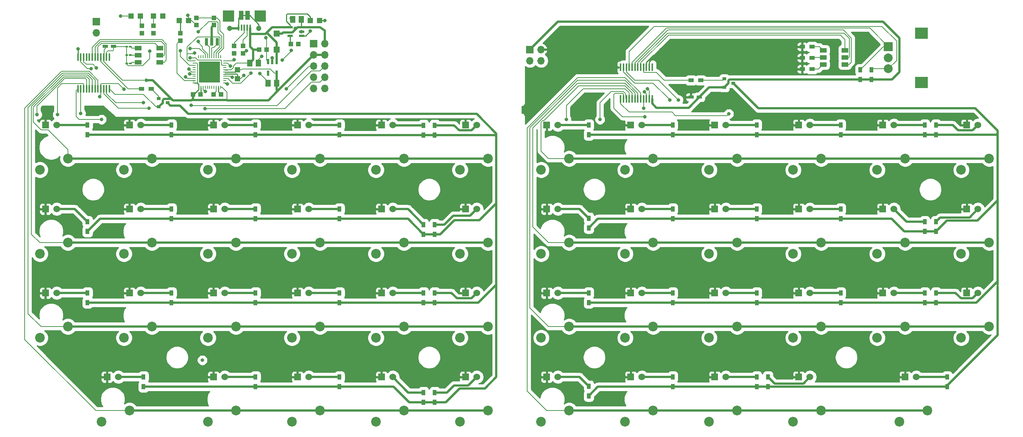
<source format=gbr>
%TF.GenerationSoftware,KiCad,Pcbnew,5.1.10*%
%TF.CreationDate,2021-05-01T12:15:27+02:00*%
%TF.ProjectId,splitboard,73706c69-7462-46f6-9172-642e6b696361,rev?*%
%TF.SameCoordinates,Original*%
%TF.FileFunction,Copper,L1,Top*%
%TF.FilePolarity,Positive*%
%FSLAX46Y46*%
G04 Gerber Fmt 4.6, Leading zero omitted, Abs format (unit mm)*
G04 Created by KiCad (PCBNEW 5.1.10) date 2021-05-01 12:15:27*
%MOMM*%
%LPD*%
G01*
G04 APERTURE LIST*
%TA.AperFunction,ComponentPad*%
%ADD10C,2.200000*%
%TD*%
%TA.AperFunction,ComponentPad*%
%ADD11R,1.524000X1.524000*%
%TD*%
%TA.AperFunction,ComponentPad*%
%ADD12C,1.524000*%
%TD*%
%TA.AperFunction,SMDPad,CuDef*%
%ADD13R,1.500000X1.000000*%
%TD*%
%TA.AperFunction,SMDPad,CuDef*%
%ADD14R,0.450000X1.750000*%
%TD*%
%TA.AperFunction,ComponentPad*%
%ADD15R,2.000000X2.000000*%
%TD*%
%TA.AperFunction,ComponentPad*%
%ADD16C,2.000000*%
%TD*%
%TA.AperFunction,ComponentPad*%
%ADD17R,3.000000X2.500000*%
%TD*%
%TA.AperFunction,ComponentPad*%
%ADD18O,1.700000X1.700000*%
%TD*%
%TA.AperFunction,ComponentPad*%
%ADD19R,1.700000X1.700000*%
%TD*%
%TA.AperFunction,SMDPad,CuDef*%
%ADD20R,1.000000X2.000000*%
%TD*%
%TA.AperFunction,SMDPad,CuDef*%
%ADD21R,0.400000X1.350000*%
%TD*%
%TA.AperFunction,ComponentPad*%
%ADD22C,1.200000*%
%TD*%
%TA.AperFunction,ComponentPad*%
%ADD23R,2.500000X2.500000*%
%TD*%
%TA.AperFunction,SMDPad,CuDef*%
%ADD24R,0.900000X0.800000*%
%TD*%
%TA.AperFunction,SMDPad,CuDef*%
%ADD25R,1.200000X0.900000*%
%TD*%
%TA.AperFunction,SMDPad,CuDef*%
%ADD26R,0.900000X1.200000*%
%TD*%
%TA.AperFunction,SMDPad,CuDef*%
%ADD27R,1.200000X0.750000*%
%TD*%
%TA.AperFunction,SMDPad,CuDef*%
%ADD28R,0.700000X1.700000*%
%TD*%
%TA.AperFunction,SMDPad,CuDef*%
%ADD29R,0.550000X1.200000*%
%TD*%
%TA.AperFunction,SMDPad,CuDef*%
%ADD30R,1.200000X0.550000*%
%TD*%
%TA.AperFunction,SMDPad,CuDef*%
%ADD31R,1.000000X1.000000*%
%TD*%
%TA.AperFunction,SMDPad,CuDef*%
%ADD32R,1.000000X1.100000*%
%TD*%
%TA.AperFunction,SMDPad,CuDef*%
%ADD33R,1.100000X1.000000*%
%TD*%
%TA.AperFunction,SMDPad,CuDef*%
%ADD34R,1.200000X1.200000*%
%TD*%
%TA.AperFunction,SMDPad,CuDef*%
%ADD35R,4.700000X4.700000*%
%TD*%
%TA.AperFunction,SMDPad,CuDef*%
%ADD36R,0.250000X0.800000*%
%TD*%
%TA.AperFunction,SMDPad,CuDef*%
%ADD37R,0.800000X0.250000*%
%TD*%
%TA.AperFunction,SMDPad,CuDef*%
%ADD38R,1.400000X1.400000*%
%TD*%
%TA.AperFunction,SMDPad,CuDef*%
%ADD39R,1.300000X1.200000*%
%TD*%
%TA.AperFunction,SMDPad,CuDef*%
%ADD40R,1.300000X1.500000*%
%TD*%
%TA.AperFunction,ViaPad*%
%ADD41C,0.800000*%
%TD*%
%TA.AperFunction,Conductor*%
%ADD42C,0.200000*%
%TD*%
%TA.AperFunction,Conductor*%
%ADD43C,0.250000*%
%TD*%
%TA.AperFunction,Conductor*%
%ADD44C,0.500000*%
%TD*%
%TA.AperFunction,Conductor*%
%ADD45C,0.254000*%
%TD*%
%TA.AperFunction,Conductor*%
%ADD46C,0.100000*%
%TD*%
G04 APERTURE END LIST*
D10*
%TO.P,SW40,1*%
%TO.N,Net-(SW37-Pad1)*%
X191770000Y-153035000D03*
%TO.P,SW40,2*%
%TO.N,Net-(SW28-Pad2)*%
X198120000Y-150495000D03*
D11*
%TO.P,SW40,3*%
%TO.N,gnd1*%
X193040000Y-142875000D03*
D12*
%TO.P,SW40,4*%
%TO.N,Net-(R40-Pad1)*%
X195580000Y-142875000D03*
%TD*%
%TO.P,R53,2*%
%TO.N,GND*%
%TA.AperFunction,SMDPad,CuDef*%
G36*
G01*
X40957500Y-71655000D02*
X40957500Y-71855000D01*
G75*
G02*
X40857500Y-71955000I-100000J0D01*
G01*
X40422500Y-71955000D01*
G75*
G02*
X40322500Y-71855000I0J100000D01*
G01*
X40322500Y-71655000D01*
G75*
G02*
X40422500Y-71555000I100000J0D01*
G01*
X40857500Y-71555000D01*
G75*
G02*
X40957500Y-71655000I0J-100000D01*
G01*
G37*
%TD.AperFunction*%
%TO.P,R53,1*%
%TO.N,Net-(D2-Pad3)*%
%TA.AperFunction,SMDPad,CuDef*%
G36*
G01*
X41772500Y-71655000D02*
X41772500Y-71855000D01*
G75*
G02*
X41672500Y-71955000I-100000J0D01*
G01*
X41237500Y-71955000D01*
G75*
G02*
X41137500Y-71855000I0J100000D01*
G01*
X41137500Y-71655000D01*
G75*
G02*
X41237500Y-71555000I100000J0D01*
G01*
X41672500Y-71555000D01*
G75*
G02*
X41772500Y-71655000I0J-100000D01*
G01*
G37*
%TD.AperFunction*%
%TD*%
%TO.P,R52,2*%
%TO.N,GND*%
%TA.AperFunction,SMDPad,CuDef*%
G36*
G01*
X40957500Y-69750000D02*
X40957500Y-69950000D01*
G75*
G02*
X40857500Y-70050000I-100000J0D01*
G01*
X40422500Y-70050000D01*
G75*
G02*
X40322500Y-69950000I0J100000D01*
G01*
X40322500Y-69750000D01*
G75*
G02*
X40422500Y-69650000I100000J0D01*
G01*
X40857500Y-69650000D01*
G75*
G02*
X40957500Y-69750000I0J-100000D01*
G01*
G37*
%TD.AperFunction*%
%TO.P,R52,1*%
%TO.N,Net-(D2-Pad2)*%
%TA.AperFunction,SMDPad,CuDef*%
G36*
G01*
X41772500Y-69750000D02*
X41772500Y-69950000D01*
G75*
G02*
X41672500Y-70050000I-100000J0D01*
G01*
X41237500Y-70050000D01*
G75*
G02*
X41137500Y-69950000I0J100000D01*
G01*
X41137500Y-69750000D01*
G75*
G02*
X41237500Y-69650000I100000J0D01*
G01*
X41672500Y-69650000D01*
G75*
G02*
X41772500Y-69750000I0J-100000D01*
G01*
G37*
%TD.AperFunction*%
%TD*%
%TO.P,R51,2*%
%TO.N,GND*%
%TA.AperFunction,SMDPad,CuDef*%
G36*
G01*
X40957500Y-67845000D02*
X40957500Y-68045000D01*
G75*
G02*
X40857500Y-68145000I-100000J0D01*
G01*
X40422500Y-68145000D01*
G75*
G02*
X40322500Y-68045000I0J100000D01*
G01*
X40322500Y-67845000D01*
G75*
G02*
X40422500Y-67745000I100000J0D01*
G01*
X40857500Y-67745000D01*
G75*
G02*
X40957500Y-67845000I0J-100000D01*
G01*
G37*
%TD.AperFunction*%
%TO.P,R51,1*%
%TO.N,Net-(D2-Pad1)*%
%TA.AperFunction,SMDPad,CuDef*%
G36*
G01*
X41772500Y-67845000D02*
X41772500Y-68045000D01*
G75*
G02*
X41672500Y-68145000I-100000J0D01*
G01*
X41237500Y-68145000D01*
G75*
G02*
X41137500Y-68045000I0J100000D01*
G01*
X41137500Y-67845000D01*
G75*
G02*
X41237500Y-67745000I100000J0D01*
G01*
X41672500Y-67745000D01*
G75*
G02*
X41772500Y-67845000I0J-100000D01*
G01*
G37*
%TD.AperFunction*%
%TD*%
D13*
%TO.P,D2,1*%
%TO.N,Net-(D2-Pad1)*%
X43270000Y-68250000D03*
%TO.P,D2,2*%
%TO.N,Net-(D2-Pad2)*%
X43270000Y-69850000D03*
%TO.P,D2,3*%
%TO.N,Net-(D2-Pad3)*%
X43270000Y-71450000D03*
%TO.P,D2,6*%
%TO.N,Net-(D2-Pad6)*%
X48170000Y-68250000D03*
%TO.P,D2,5*%
%TO.N,Net-(D2-Pad5)*%
X48170000Y-69850000D03*
%TO.P,D2,4*%
%TO.N,Net-(D2-Pad4)*%
X48170000Y-71450000D03*
%TD*%
D10*
%TO.P,SW44,1*%
%TO.N,Net-(SW41-Pad1)*%
X215900000Y-153035000D03*
%TO.P,SW44,2*%
%TO.N,Net-(SW28-Pad2)*%
X222250000Y-150495000D03*
D11*
%TO.P,SW44,3*%
%TO.N,gnd1*%
X217170000Y-142875000D03*
D12*
%TO.P,SW44,4*%
%TO.N,Net-(R44-Pad1)*%
X219710000Y-142875000D03*
%TD*%
D10*
%TO.P,SW5,1*%
%TO.N,Net-(SW5-Pad1)*%
X40005000Y-95885000D03*
%TO.P,SW5,2*%
%TO.N,Net-(SW1-Pad2)*%
X46355000Y-93345000D03*
D11*
%TO.P,SW5,3*%
%TO.N,GND*%
X41275000Y-85725000D03*
D12*
%TO.P,SW5,4*%
%TO.N,Net-(R5-Pad1)*%
X43815000Y-85725000D03*
%TD*%
D10*
%TO.P,SW1,1*%
%TO.N,Net-(SW1-Pad1)*%
X20955000Y-95885000D03*
%TO.P,SW1,2*%
%TO.N,Net-(SW1-Pad2)*%
X27305000Y-93345000D03*
D11*
%TO.P,SW1,3*%
%TO.N,GND*%
X22225000Y-85725000D03*
D12*
%TO.P,SW1,4*%
%TO.N,Net-(R1-Pad1)*%
X24765000Y-85725000D03*
%TD*%
D10*
%TO.P,SW22,1*%
%TO.N,Net-(SW21-Pad1)*%
X116205000Y-114935000D03*
%TO.P,SW22,2*%
%TO.N,Net-(SW10-Pad2)*%
X122555000Y-112395000D03*
D11*
%TO.P,SW22,3*%
%TO.N,GND*%
X117475000Y-104775000D03*
D12*
%TO.P,SW22,4*%
%TO.N,Net-(R22-Pad1)*%
X120015000Y-104775000D03*
%TD*%
D10*
%TO.P,SW3,1*%
%TO.N,Net-(SW1-Pad1)*%
X20955000Y-133985000D03*
%TO.P,SW3,2*%
%TO.N,Net-(SW11-Pad2)*%
X27305000Y-131445000D03*
D11*
%TO.P,SW3,3*%
%TO.N,GND*%
X22225000Y-123825000D03*
D12*
%TO.P,SW3,4*%
%TO.N,Net-(R3-Pad1)*%
X24765000Y-123825000D03*
%TD*%
D10*
%TO.P,SW24,1*%
%TO.N,Net-(SW21-Pad1)*%
X116205000Y-153035000D03*
%TO.P,SW24,2*%
%TO.N,Net-(SW12-Pad2)*%
X122555000Y-150495000D03*
D11*
%TO.P,SW24,3*%
%TO.N,GND*%
X117475000Y-142875000D03*
D12*
%TO.P,SW24,4*%
%TO.N,Net-(R24-Pad1)*%
X120015000Y-142875000D03*
%TD*%
D10*
%TO.P,SW19,1*%
%TO.N,Net-(SW17-Pad1)*%
X97155000Y-133985000D03*
%TO.P,SW19,2*%
%TO.N,Net-(SW11-Pad2)*%
X103505000Y-131445000D03*
D11*
%TO.P,SW19,3*%
%TO.N,GND*%
X98425000Y-123825000D03*
D12*
%TO.P,SW19,4*%
%TO.N,Net-(R19-Pad1)*%
X100965000Y-123825000D03*
%TD*%
D10*
%TO.P,SW15,1*%
%TO.N,Net-(SW13-Pad1)*%
X78105000Y-133985000D03*
%TO.P,SW15,2*%
%TO.N,Net-(SW11-Pad2)*%
X84455000Y-131445000D03*
D11*
%TO.P,SW15,3*%
%TO.N,GND*%
X79375000Y-123825000D03*
D12*
%TO.P,SW15,4*%
%TO.N,Net-(R15-Pad1)*%
X81915000Y-123825000D03*
%TD*%
D10*
%TO.P,SW47,1*%
%TO.N,Net-(SW45-Pad1)*%
X229870000Y-133985000D03*
%TO.P,SW47,2*%
%TO.N,Net-(SW27-Pad2)*%
X236220000Y-131445000D03*
D11*
%TO.P,SW47,3*%
%TO.N,gnd1*%
X231140000Y-123825000D03*
D12*
%TO.P,SW47,4*%
%TO.N,Net-(R47-Pad1)*%
X233680000Y-123825000D03*
%TD*%
D10*
%TO.P,SW46,1*%
%TO.N,Net-(SW45-Pad1)*%
X229870000Y-114935000D03*
%TO.P,SW46,2*%
%TO.N,Net-(SW26-Pad2)*%
X236220000Y-112395000D03*
D11*
%TO.P,SW46,3*%
%TO.N,gnd1*%
X231140000Y-104775000D03*
D12*
%TO.P,SW46,4*%
%TO.N,Net-(R46-Pad1)*%
X233680000Y-104775000D03*
%TD*%
D10*
%TO.P,SW45,1*%
%TO.N,Net-(SW45-Pad1)*%
X229870000Y-95885000D03*
%TO.P,SW45,2*%
%TO.N,Net-(SW25-Pad2)*%
X236220000Y-93345000D03*
D11*
%TO.P,SW45,3*%
%TO.N,gnd1*%
X231140000Y-85725000D03*
D12*
%TO.P,SW45,4*%
%TO.N,Net-(R45-Pad1)*%
X233680000Y-85725000D03*
%TD*%
D10*
%TO.P,SW43,1*%
%TO.N,Net-(SW41-Pad1)*%
X210820000Y-133985000D03*
%TO.P,SW43,2*%
%TO.N,Net-(SW27-Pad2)*%
X217170000Y-131445000D03*
D11*
%TO.P,SW43,3*%
%TO.N,gnd1*%
X212090000Y-123825000D03*
D12*
%TO.P,SW43,4*%
%TO.N,Net-(R43-Pad1)*%
X214630000Y-123825000D03*
%TD*%
D10*
%TO.P,SW42,1*%
%TO.N,Net-(SW41-Pad1)*%
X210820000Y-114935000D03*
%TO.P,SW42,2*%
%TO.N,Net-(SW26-Pad2)*%
X217170000Y-112395000D03*
D11*
%TO.P,SW42,3*%
%TO.N,gnd1*%
X212090000Y-104775000D03*
D12*
%TO.P,SW42,4*%
%TO.N,Net-(R42-Pad1)*%
X214630000Y-104775000D03*
%TD*%
D10*
%TO.P,SW41,1*%
%TO.N,Net-(SW41-Pad1)*%
X210820000Y-95885000D03*
%TO.P,SW41,2*%
%TO.N,Net-(SW25-Pad2)*%
X217170000Y-93345000D03*
D11*
%TO.P,SW41,3*%
%TO.N,gnd1*%
X212090000Y-85725000D03*
D12*
%TO.P,SW41,4*%
%TO.N,Net-(R41-Pad1)*%
X214630000Y-85725000D03*
%TD*%
D10*
%TO.P,SW39,1*%
%TO.N,Net-(SW37-Pad1)*%
X191770000Y-133985000D03*
%TO.P,SW39,2*%
%TO.N,Net-(SW27-Pad2)*%
X198120000Y-131445000D03*
D11*
%TO.P,SW39,3*%
%TO.N,gnd1*%
X193040000Y-123825000D03*
D12*
%TO.P,SW39,4*%
%TO.N,Net-(R39-Pad1)*%
X195580000Y-123825000D03*
%TD*%
D10*
%TO.P,SW38,1*%
%TO.N,Net-(SW37-Pad1)*%
X191770000Y-114935000D03*
%TO.P,SW38,2*%
%TO.N,Net-(SW26-Pad2)*%
X198120000Y-112395000D03*
D11*
%TO.P,SW38,3*%
%TO.N,gnd1*%
X193040000Y-104775000D03*
D12*
%TO.P,SW38,4*%
%TO.N,Net-(R38-Pad1)*%
X195580000Y-104775000D03*
%TD*%
D10*
%TO.P,SW37,1*%
%TO.N,Net-(SW37-Pad1)*%
X191770000Y-95885000D03*
%TO.P,SW37,2*%
%TO.N,Net-(SW25-Pad2)*%
X198120000Y-93345000D03*
D11*
%TO.P,SW37,3*%
%TO.N,gnd1*%
X193040000Y-85725000D03*
D12*
%TO.P,SW37,4*%
%TO.N,Net-(R37-Pad1)*%
X195580000Y-85725000D03*
%TD*%
D10*
%TO.P,SW36,1*%
%TO.N,Net-(SW33-Pad1)*%
X172720000Y-153035000D03*
%TO.P,SW36,2*%
%TO.N,Net-(SW28-Pad2)*%
X179070000Y-150495000D03*
D11*
%TO.P,SW36,3*%
%TO.N,gnd1*%
X173990000Y-142875000D03*
D12*
%TO.P,SW36,4*%
%TO.N,Net-(R36-Pad1)*%
X176530000Y-142875000D03*
%TD*%
D10*
%TO.P,SW35,1*%
%TO.N,Net-(SW33-Pad1)*%
X172720000Y-133985000D03*
%TO.P,SW35,2*%
%TO.N,Net-(SW27-Pad2)*%
X179070000Y-131445000D03*
D11*
%TO.P,SW35,3*%
%TO.N,gnd1*%
X173990000Y-123825000D03*
D12*
%TO.P,SW35,4*%
%TO.N,Net-(R35-Pad1)*%
X176530000Y-123825000D03*
%TD*%
D10*
%TO.P,SW34,1*%
%TO.N,Net-(SW33-Pad1)*%
X172720000Y-114935000D03*
%TO.P,SW34,2*%
%TO.N,Net-(SW26-Pad2)*%
X179070000Y-112395000D03*
D11*
%TO.P,SW34,3*%
%TO.N,gnd1*%
X173990000Y-104775000D03*
D12*
%TO.P,SW34,4*%
%TO.N,Net-(R34-Pad1)*%
X176530000Y-104775000D03*
%TD*%
D10*
%TO.P,SW33,1*%
%TO.N,Net-(SW33-Pad1)*%
X172720000Y-95885000D03*
%TO.P,SW33,2*%
%TO.N,Net-(SW25-Pad2)*%
X179070000Y-93345000D03*
D11*
%TO.P,SW33,3*%
%TO.N,gnd1*%
X173990000Y-85725000D03*
D12*
%TO.P,SW33,4*%
%TO.N,Net-(R33-Pad1)*%
X176530000Y-85725000D03*
%TD*%
D10*
%TO.P,SW32,1*%
%TO.N,Net-(SW29-Pad1)*%
X153670000Y-153035000D03*
%TO.P,SW32,2*%
%TO.N,Net-(SW28-Pad2)*%
X160020000Y-150495000D03*
D11*
%TO.P,SW32,3*%
%TO.N,gnd1*%
X154940000Y-142875000D03*
D12*
%TO.P,SW32,4*%
%TO.N,Net-(R32-Pad1)*%
X157480000Y-142875000D03*
%TD*%
D10*
%TO.P,SW31,1*%
%TO.N,Net-(SW29-Pad1)*%
X153670000Y-133985000D03*
%TO.P,SW31,2*%
%TO.N,Net-(SW27-Pad2)*%
X160020000Y-131445000D03*
D11*
%TO.P,SW31,3*%
%TO.N,gnd1*%
X154940000Y-123825000D03*
D12*
%TO.P,SW31,4*%
%TO.N,Net-(R31-Pad1)*%
X157480000Y-123825000D03*
%TD*%
D10*
%TO.P,SW30,1*%
%TO.N,Net-(SW29-Pad1)*%
X153670000Y-114935000D03*
%TO.P,SW30,2*%
%TO.N,Net-(SW26-Pad2)*%
X160020000Y-112395000D03*
D11*
%TO.P,SW30,3*%
%TO.N,gnd1*%
X154940000Y-104775000D03*
D12*
%TO.P,SW30,4*%
%TO.N,Net-(R30-Pad1)*%
X157480000Y-104775000D03*
%TD*%
D10*
%TO.P,SW29,1*%
%TO.N,Net-(SW29-Pad1)*%
X153670000Y-95885000D03*
%TO.P,SW29,2*%
%TO.N,Net-(SW25-Pad2)*%
X160020000Y-93345000D03*
D11*
%TO.P,SW29,3*%
%TO.N,gnd1*%
X154940000Y-85725000D03*
D12*
%TO.P,SW29,4*%
%TO.N,Net-(R29-Pad1)*%
X157480000Y-85725000D03*
%TD*%
D10*
%TO.P,SW28,1*%
%TO.N,Net-(SW25-Pad1)*%
X134620000Y-153035000D03*
%TO.P,SW28,2*%
%TO.N,Net-(SW28-Pad2)*%
X140970000Y-150495000D03*
D11*
%TO.P,SW28,3*%
%TO.N,gnd1*%
X135890000Y-142875000D03*
D12*
%TO.P,SW28,4*%
%TO.N,Net-(R28-Pad1)*%
X138430000Y-142875000D03*
%TD*%
D10*
%TO.P,SW27,1*%
%TO.N,Net-(SW25-Pad1)*%
X134620000Y-133985000D03*
%TO.P,SW27,2*%
%TO.N,Net-(SW27-Pad2)*%
X140970000Y-131445000D03*
D11*
%TO.P,SW27,3*%
%TO.N,gnd1*%
X135890000Y-123825000D03*
D12*
%TO.P,SW27,4*%
%TO.N,Net-(R27-Pad1)*%
X138430000Y-123825000D03*
%TD*%
D10*
%TO.P,SW26,1*%
%TO.N,Net-(SW25-Pad1)*%
X134620000Y-114935000D03*
%TO.P,SW26,2*%
%TO.N,Net-(SW26-Pad2)*%
X140970000Y-112395000D03*
D11*
%TO.P,SW26,3*%
%TO.N,gnd1*%
X135890000Y-104775000D03*
D12*
%TO.P,SW26,4*%
%TO.N,Net-(R26-Pad1)*%
X138430000Y-104775000D03*
%TD*%
D10*
%TO.P,SW25,1*%
%TO.N,Net-(SW25-Pad1)*%
X134620000Y-95885000D03*
%TO.P,SW25,2*%
%TO.N,Net-(SW25-Pad2)*%
X140970000Y-93345000D03*
D11*
%TO.P,SW25,3*%
%TO.N,gnd1*%
X135890000Y-85725000D03*
D12*
%TO.P,SW25,4*%
%TO.N,Net-(R25-Pad1)*%
X138430000Y-85725000D03*
%TD*%
D10*
%TO.P,SW23,1*%
%TO.N,Net-(SW21-Pad1)*%
X116205000Y-133985000D03*
%TO.P,SW23,2*%
%TO.N,Net-(SW11-Pad2)*%
X122555000Y-131445000D03*
D11*
%TO.P,SW23,3*%
%TO.N,GND*%
X117475000Y-123825000D03*
D12*
%TO.P,SW23,4*%
%TO.N,Net-(R23-Pad1)*%
X120015000Y-123825000D03*
%TD*%
D10*
%TO.P,SW21,1*%
%TO.N,Net-(SW21-Pad1)*%
X116205000Y-95885000D03*
%TO.P,SW21,2*%
%TO.N,Net-(SW1-Pad2)*%
X122555000Y-93345000D03*
D11*
%TO.P,SW21,3*%
%TO.N,GND*%
X117475000Y-85725000D03*
D12*
%TO.P,SW21,4*%
%TO.N,Net-(R21-Pad1)*%
X120015000Y-85725000D03*
%TD*%
D10*
%TO.P,SW20,1*%
%TO.N,Net-(SW17-Pad1)*%
X97155000Y-153035000D03*
%TO.P,SW20,2*%
%TO.N,Net-(SW12-Pad2)*%
X103505000Y-150495000D03*
D11*
%TO.P,SW20,3*%
%TO.N,GND*%
X98425000Y-142875000D03*
D12*
%TO.P,SW20,4*%
%TO.N,Net-(R20-Pad1)*%
X100965000Y-142875000D03*
%TD*%
D10*
%TO.P,SW18,1*%
%TO.N,Net-(SW17-Pad1)*%
X97155000Y-114935000D03*
%TO.P,SW18,2*%
%TO.N,Net-(SW10-Pad2)*%
X103505000Y-112395000D03*
D11*
%TO.P,SW18,3*%
%TO.N,GND*%
X98425000Y-104775000D03*
D12*
%TO.P,SW18,4*%
%TO.N,Net-(R18-Pad1)*%
X100965000Y-104775000D03*
%TD*%
D10*
%TO.P,SW17,1*%
%TO.N,Net-(SW17-Pad1)*%
X97155000Y-95885000D03*
%TO.P,SW17,2*%
%TO.N,Net-(SW1-Pad2)*%
X103505000Y-93345000D03*
D11*
%TO.P,SW17,3*%
%TO.N,GND*%
X98425000Y-85725000D03*
D12*
%TO.P,SW17,4*%
%TO.N,Net-(R17-Pad1)*%
X100965000Y-85725000D03*
%TD*%
D10*
%TO.P,SW16,1*%
%TO.N,Net-(SW13-Pad1)*%
X78105000Y-153035000D03*
%TO.P,SW16,2*%
%TO.N,Net-(SW12-Pad2)*%
X84455000Y-150495000D03*
D11*
%TO.P,SW16,3*%
%TO.N,GND*%
X79375000Y-142875000D03*
D12*
%TO.P,SW16,4*%
%TO.N,Net-(R16-Pad1)*%
X81915000Y-142875000D03*
%TD*%
D10*
%TO.P,SW14,1*%
%TO.N,Net-(SW13-Pad1)*%
X78105000Y-114935000D03*
%TO.P,SW14,2*%
%TO.N,Net-(SW10-Pad2)*%
X84455000Y-112395000D03*
D11*
%TO.P,SW14,3*%
%TO.N,GND*%
X79375000Y-104775000D03*
D12*
%TO.P,SW14,4*%
%TO.N,Net-(R14-Pad1)*%
X81915000Y-104775000D03*
%TD*%
D10*
%TO.P,SW13,1*%
%TO.N,Net-(SW13-Pad1)*%
X78105000Y-95885000D03*
%TO.P,SW13,2*%
%TO.N,Net-(SW1-Pad2)*%
X84455000Y-93345000D03*
D11*
%TO.P,SW13,3*%
%TO.N,GND*%
X79375000Y-85725000D03*
D12*
%TO.P,SW13,4*%
%TO.N,Net-(R13-Pad1)*%
X81915000Y-85725000D03*
%TD*%
D10*
%TO.P,SW12,1*%
%TO.N,Net-(SW10-Pad1)*%
X59055000Y-153035000D03*
%TO.P,SW12,2*%
%TO.N,Net-(SW12-Pad2)*%
X65405000Y-150495000D03*
D11*
%TO.P,SW12,3*%
%TO.N,GND*%
X60325000Y-142875000D03*
D12*
%TO.P,SW12,4*%
%TO.N,Net-(R12-Pad1)*%
X62865000Y-142875000D03*
%TD*%
D10*
%TO.P,SW11,1*%
%TO.N,Net-(SW10-Pad1)*%
X59055000Y-133985000D03*
%TO.P,SW11,2*%
%TO.N,Net-(SW11-Pad2)*%
X65405000Y-131445000D03*
D11*
%TO.P,SW11,3*%
%TO.N,GND*%
X60325000Y-123825000D03*
D12*
%TO.P,SW11,4*%
%TO.N,Net-(R11-Pad1)*%
X62865000Y-123825000D03*
%TD*%
D10*
%TO.P,SW10,1*%
%TO.N,Net-(SW10-Pad1)*%
X59055000Y-114935000D03*
%TO.P,SW10,2*%
%TO.N,Net-(SW10-Pad2)*%
X65405000Y-112395000D03*
D11*
%TO.P,SW10,3*%
%TO.N,GND*%
X60325000Y-104775000D03*
D12*
%TO.P,SW10,4*%
%TO.N,Net-(R10-Pad1)*%
X62865000Y-104775000D03*
%TD*%
D10*
%TO.P,SW9,1*%
%TO.N,Net-(SW10-Pad1)*%
X59055000Y-95885000D03*
%TO.P,SW9,2*%
%TO.N,Net-(SW1-Pad2)*%
X65405000Y-93345000D03*
D11*
%TO.P,SW9,3*%
%TO.N,GND*%
X60325000Y-85725000D03*
D12*
%TO.P,SW9,4*%
%TO.N,Net-(R9-Pad1)*%
X62865000Y-85725000D03*
%TD*%
D10*
%TO.P,SW8,1*%
%TO.N,Net-(SW5-Pad1)*%
X34925000Y-153035000D03*
%TO.P,SW8,2*%
%TO.N,Net-(SW12-Pad2)*%
X41275000Y-150495000D03*
D11*
%TO.P,SW8,3*%
%TO.N,GND*%
X36195000Y-142875000D03*
D12*
%TO.P,SW8,4*%
%TO.N,Net-(R8-Pad1)*%
X38735000Y-142875000D03*
%TD*%
D10*
%TO.P,SW7,1*%
%TO.N,Net-(SW5-Pad1)*%
X40005000Y-133985000D03*
%TO.P,SW7,2*%
%TO.N,Net-(SW11-Pad2)*%
X46355000Y-131445000D03*
D11*
%TO.P,SW7,3*%
%TO.N,GND*%
X41275000Y-123825000D03*
D12*
%TO.P,SW7,4*%
%TO.N,Net-(R7-Pad1)*%
X43815000Y-123825000D03*
%TD*%
D10*
%TO.P,SW6,1*%
%TO.N,Net-(SW5-Pad1)*%
X40005000Y-114935000D03*
%TO.P,SW6,2*%
%TO.N,Net-(SW10-Pad2)*%
X46355000Y-112395000D03*
D11*
%TO.P,SW6,3*%
%TO.N,GND*%
X41275000Y-104775000D03*
D12*
%TO.P,SW6,4*%
%TO.N,Net-(R6-Pad1)*%
X43815000Y-104775000D03*
%TD*%
D10*
%TO.P,SW2,1*%
%TO.N,Net-(SW1-Pad1)*%
X20955000Y-114935000D03*
%TO.P,SW2,2*%
%TO.N,Net-(SW10-Pad2)*%
X27305000Y-112395000D03*
D11*
%TO.P,SW2,3*%
%TO.N,GND*%
X22225000Y-104775000D03*
D12*
%TO.P,SW2,4*%
%TO.N,Net-(R2-Pad1)*%
X24765000Y-104775000D03*
%TD*%
D14*
%TO.P,U1,24*%
%TO.N,+3V3*%
X36722000Y-77514000D03*
%TO.P,U1,23*%
%TO.N,sda*%
X36072000Y-77514000D03*
%TO.P,U1,22*%
%TO.N,scl*%
X35422000Y-77514000D03*
%TO.P,U1,21*%
%TO.N,GND*%
X34772000Y-77514000D03*
%TO.P,U1,20*%
%TO.N,Net-(SW12-Pad2)*%
X34122000Y-77514000D03*
%TO.P,U1,19*%
%TO.N,Net-(SW11-Pad2)*%
X33472000Y-77514000D03*
%TO.P,U1,18*%
%TO.N,Net-(SW10-Pad2)*%
X32822000Y-77514000D03*
%TO.P,U1,17*%
%TO.N,Net-(SW1-Pad2)*%
X32172000Y-77514000D03*
%TO.P,U1,16*%
%TO.N,Net-(SW1-Pad1)*%
X31522000Y-77514000D03*
%TO.P,U1,15*%
%TO.N,Net-(SW5-Pad1)*%
X30872000Y-77514000D03*
%TO.P,U1,14*%
%TO.N,Net-(SW10-Pad1)*%
X30222000Y-77514000D03*
%TO.P,U1,13*%
%TO.N,Net-(SW13-Pad1)*%
X29572000Y-77514000D03*
%TO.P,U1,12*%
%TO.N,GND*%
X29572000Y-70314000D03*
%TO.P,U1,11*%
%TO.N,Net-(SW17-Pad1)*%
X30222000Y-70314000D03*
%TO.P,U1,10*%
%TO.N,Net-(SW21-Pad1)*%
X30872000Y-70314000D03*
%TO.P,U1,9*%
%TO.N,Net-(U1-Pad9)*%
X31522000Y-70314000D03*
%TO.P,U1,8*%
%TO.N,Net-(U1-Pad8)*%
X32172000Y-70314000D03*
%TO.P,U1,7*%
%TO.N,Net-(D2-Pad4)*%
X32822000Y-70314000D03*
%TO.P,U1,6*%
%TO.N,Net-(D2-Pad5)*%
X33472000Y-70314000D03*
%TO.P,U1,5*%
%TO.N,Net-(D2-Pad6)*%
X34122000Y-70314000D03*
%TO.P,U1,4*%
%TO.N,Net-(R4-Pad2)*%
X34772000Y-70314000D03*
%TO.P,U1,3*%
%TO.N,+3V3*%
X35422000Y-70314000D03*
%TO.P,U1,2*%
%TO.N,GND*%
X36072000Y-70314000D03*
%TO.P,U1,1*%
%TO.N,Net-(U1-Pad1)*%
X36722000Y-70314000D03*
%TD*%
%TO.P,U2,24*%
%TO.N,vcc1*%
X159785000Y-79800000D03*
%TO.P,U2,23*%
%TO.N,sda1*%
X159135000Y-79800000D03*
%TO.P,U2,22*%
%TO.N,scl1*%
X158485000Y-79800000D03*
%TO.P,U2,21*%
%TO.N,gnd1*%
X157835000Y-79800000D03*
%TO.P,U2,20*%
%TO.N,Net-(SW28-Pad2)*%
X157185000Y-79800000D03*
%TO.P,U2,19*%
%TO.N,Net-(SW27-Pad2)*%
X156535000Y-79800000D03*
%TO.P,U2,18*%
%TO.N,Net-(SW26-Pad2)*%
X155885000Y-79800000D03*
%TO.P,U2,17*%
%TO.N,Net-(SW25-Pad2)*%
X155235000Y-79800000D03*
%TO.P,U2,16*%
%TO.N,Net-(SW25-Pad1)*%
X154585000Y-79800000D03*
%TO.P,U2,15*%
%TO.N,Net-(SW29-Pad1)*%
X153935000Y-79800000D03*
%TO.P,U2,14*%
%TO.N,Net-(SW33-Pad1)*%
X153285000Y-79800000D03*
%TO.P,U2,13*%
%TO.N,Net-(SW37-Pad1)*%
X152635000Y-79800000D03*
%TO.P,U2,12*%
%TO.N,gnd1*%
X152635000Y-72600000D03*
%TO.P,U2,11*%
%TO.N,Net-(SW41-Pad1)*%
X153285000Y-72600000D03*
%TO.P,U2,10*%
%TO.N,Net-(SW45-Pad1)*%
X153935000Y-72600000D03*
%TO.P,U2,9*%
%TO.N,Net-(R49-Pad2)*%
X154585000Y-72600000D03*
%TO.P,U2,8*%
%TO.N,Net-(R48-Pad2)*%
X155235000Y-72600000D03*
%TO.P,U2,7*%
%TO.N,Net-(D1-Pad4)*%
X155885000Y-72600000D03*
%TO.P,U2,6*%
%TO.N,Net-(D1-Pad5)*%
X156535000Y-72600000D03*
%TO.P,U2,5*%
%TO.N,Net-(D1-Pad6)*%
X157185000Y-72600000D03*
%TO.P,U2,4*%
%TO.N,Net-(R50-Pad2)*%
X157835000Y-72600000D03*
%TO.P,U2,3*%
%TO.N,gnd1*%
X158485000Y-72600000D03*
%TO.P,U2,2*%
X159135000Y-72600000D03*
%TO.P,U2,1*%
%TO.N,Net-(U2-Pad1)*%
X159785000Y-72600000D03*
%TD*%
D15*
%TO.P,SW50,A*%
%TO.N,Net-(R48-Pad2)*%
X213360000Y-67945000D03*
D16*
%TO.P,SW50,C*%
%TO.N,gnd1*%
X213360000Y-70445000D03*
%TO.P,SW50,B*%
%TO.N,Net-(R49-Pad2)*%
X213360000Y-72945000D03*
D17*
%TO.P,SW50,MP*%
%TO.N,N/C*%
X220860000Y-64845000D03*
X220860000Y-76045000D03*
%TD*%
D13*
%TO.P,D1,1*%
%TO.N,Net-(D1-Pad1)*%
X198591000Y-68758000D03*
%TO.P,D1,2*%
%TO.N,Net-(D1-Pad2)*%
X198591000Y-70358000D03*
%TO.P,D1,3*%
%TO.N,Net-(D1-Pad3)*%
X198591000Y-71958000D03*
%TO.P,D1,6*%
%TO.N,Net-(D1-Pad6)*%
X203491000Y-68758000D03*
%TO.P,D1,5*%
%TO.N,Net-(D1-Pad5)*%
X203491000Y-70358000D03*
%TO.P,D1,4*%
%TO.N,Net-(D1-Pad4)*%
X203491000Y-71958000D03*
%TD*%
D18*
%TO.P,J3,2*%
%TO.N,GND*%
X33782000Y-64770000D03*
D19*
%TO.P,J3,1*%
%TO.N,Net-(J3-Pad1)*%
X33782000Y-62230000D03*
%TD*%
D18*
%TO.P,J2,4*%
%TO.N,sda1*%
X134620000Y-71120000D03*
%TO.P,J2,3*%
%TO.N,scl1*%
X132080000Y-71120000D03*
%TO.P,J2,2*%
%TO.N,gnd1*%
X134620000Y-68580000D03*
D19*
%TO.P,J2,1*%
%TO.N,vcc1*%
X132080000Y-68580000D03*
%TD*%
D20*
%TO.P,X3,BASE@2*%
%TO.N,GND*%
X66560000Y-60865000D03*
%TO.P,X3,BASE@1*%
X68060000Y-60865000D03*
D21*
%TO.P,X3,GND*%
X66010000Y-63640000D03*
%TO.P,X3,ID*%
%TO.N,Net-(X3-PadID)*%
X66660000Y-63640000D03*
%TO.P,X3,D+*%
%TO.N,Net-(R105-Pad1)*%
X67310000Y-63640000D03*
%TO.P,X3,D-*%
%TO.N,Net-(R104-Pad1)*%
X67960000Y-63640000D03*
%TO.P,X3,VBUS*%
%TO.N,VBUS*%
X68610000Y-63640000D03*
D22*
%TO.P,X3,SPRT@2*%
%TO.N,GND*%
X64010000Y-63765000D03*
%TO.P,X3,SPRT@1*%
X70610000Y-63765000D03*
D23*
%TO.P,X3,SPRT@3*%
X70910000Y-60965000D03*
%TO.P,X3,SPRT@4*%
X63710000Y-60965000D03*
%TD*%
D24*
%TO.P,Q2,1*%
%TO.N,Net-(Q2-Pad1)*%
X176165000Y-75250000D03*
%TO.P,Q2,2*%
%TO.N,vcc1*%
X176165000Y-77150000D03*
%TO.P,Q2,3*%
%TO.N,Net-(Q2-Pad3)*%
X178165000Y-76200000D03*
%TD*%
D19*
%TO.P,J1,1*%
%TO.N,GND*%
X83058000Y-67246500D03*
D18*
%TO.P,J1,2*%
%TO.N,VBAT*%
X85598000Y-67246500D03*
%TO.P,J1,3*%
%TO.N,+3V3*%
X83058000Y-69786500D03*
%TO.P,J1,4*%
X85598000Y-69786500D03*
%TO.P,J1,5*%
%TO.N,/A0*%
X83058000Y-72326500D03*
%TO.P,J1,6*%
%TO.N,sda*%
X85598000Y-72326500D03*
%TO.P,J1,7*%
%TO.N,/5*%
X83058000Y-74866500D03*
%TO.P,J1,8*%
%TO.N,scl*%
X85598000Y-74866500D03*
%TO.P,J1,9*%
%TO.N,GND*%
X83058000Y-77406500D03*
%TO.P,J1,10*%
X85598000Y-77406500D03*
%TD*%
D25*
%TO.P,R58,1*%
%TO.N,gnd1*%
X193845000Y-73025000D03*
%TO.P,R58,2*%
%TO.N,Net-(D1-Pad3)*%
X196045000Y-73025000D03*
%TD*%
%TO.P,R57,1*%
%TO.N,gnd1*%
X193845000Y-70485000D03*
%TO.P,R57,2*%
%TO.N,Net-(D1-Pad2)*%
X196045000Y-70485000D03*
%TD*%
%TO.P,R56,1*%
%TO.N,gnd1*%
X193845000Y-67945000D03*
%TO.P,R56,2*%
%TO.N,Net-(D1-Pad1)*%
X196045000Y-67945000D03*
%TD*%
D26*
%TO.P,R47,1*%
%TO.N,Net-(R47-Pad1)*%
X224155000Y-123825000D03*
%TO.P,R47,2*%
%TO.N,Net-(Q2-Pad3)*%
X224155000Y-126025000D03*
%TD*%
%TO.P,R46,1*%
%TO.N,Net-(R46-Pad1)*%
X224155000Y-107655000D03*
%TO.P,R46,2*%
%TO.N,Net-(Q2-Pad3)*%
X224155000Y-109855000D03*
%TD*%
%TO.P,R45,1*%
%TO.N,Net-(R45-Pad1)*%
X224155000Y-85725000D03*
%TO.P,R45,2*%
%TO.N,Net-(Q2-Pad3)*%
X224155000Y-87925000D03*
%TD*%
%TO.P,R44,1*%
%TO.N,Net-(R44-Pad1)*%
X226695000Y-142875000D03*
%TO.P,R44,2*%
%TO.N,Net-(Q2-Pad3)*%
X226695000Y-145075000D03*
%TD*%
%TO.P,R43,1*%
%TO.N,Net-(R43-Pad1)*%
X221615000Y-123825000D03*
%TO.P,R43,2*%
%TO.N,Net-(Q2-Pad3)*%
X221615000Y-126025000D03*
%TD*%
%TO.P,R42,1*%
%TO.N,Net-(R42-Pad1)*%
X221615000Y-107655000D03*
%TO.P,R42,2*%
%TO.N,Net-(Q2-Pad3)*%
X221615000Y-109855000D03*
%TD*%
%TO.P,R41,1*%
%TO.N,Net-(R41-Pad1)*%
X221615000Y-85725000D03*
%TO.P,R41,2*%
%TO.N,Net-(Q2-Pad3)*%
X221615000Y-87925000D03*
%TD*%
%TO.P,R40,1*%
%TO.N,Net-(R40-Pad1)*%
X186055000Y-142875000D03*
%TO.P,R40,2*%
%TO.N,Net-(Q2-Pad3)*%
X186055000Y-145075000D03*
%TD*%
%TO.P,R39,1*%
%TO.N,Net-(R39-Pad1)*%
X202565000Y-123825000D03*
%TO.P,R39,2*%
%TO.N,Net-(Q2-Pad3)*%
X202565000Y-126025000D03*
%TD*%
%TO.P,R38,1*%
%TO.N,Net-(R38-Pad1)*%
X202565000Y-104775000D03*
%TO.P,R38,2*%
%TO.N,Net-(Q2-Pad3)*%
X202565000Y-106975000D03*
%TD*%
%TO.P,R37,1*%
%TO.N,Net-(R37-Pad1)*%
X202565000Y-85725000D03*
%TO.P,R37,2*%
%TO.N,Net-(Q2-Pad3)*%
X202565000Y-87925000D03*
%TD*%
%TO.P,R36,1*%
%TO.N,Net-(R36-Pad1)*%
X183515000Y-142875000D03*
%TO.P,R36,2*%
%TO.N,Net-(Q2-Pad3)*%
X183515000Y-145075000D03*
%TD*%
%TO.P,R35,1*%
%TO.N,Net-(R35-Pad1)*%
X183515000Y-123825000D03*
%TO.P,R35,2*%
%TO.N,Net-(Q2-Pad3)*%
X183515000Y-126025000D03*
%TD*%
%TO.P,R34,1*%
%TO.N,Net-(R34-Pad1)*%
X183515000Y-104775000D03*
%TO.P,R34,2*%
%TO.N,Net-(Q2-Pad3)*%
X183515000Y-106975000D03*
%TD*%
%TO.P,R33,1*%
%TO.N,Net-(R33-Pad1)*%
X183515000Y-85725000D03*
%TO.P,R33,2*%
%TO.N,Net-(Q2-Pad3)*%
X183515000Y-87925000D03*
%TD*%
%TO.P,R32,1*%
%TO.N,Net-(R32-Pad1)*%
X164465000Y-142875000D03*
%TO.P,R32,2*%
%TO.N,Net-(Q2-Pad3)*%
X164465000Y-145075000D03*
%TD*%
%TO.P,R31,1*%
%TO.N,Net-(R31-Pad1)*%
X164465000Y-123825000D03*
%TO.P,R31,2*%
%TO.N,Net-(Q2-Pad3)*%
X164465000Y-126025000D03*
%TD*%
%TO.P,R30,1*%
%TO.N,Net-(R30-Pad1)*%
X164465000Y-104775000D03*
%TO.P,R30,2*%
%TO.N,Net-(Q2-Pad3)*%
X164465000Y-106975000D03*
%TD*%
%TO.P,R29,1*%
%TO.N,Net-(R29-Pad1)*%
X164465000Y-85725000D03*
%TO.P,R29,2*%
%TO.N,Net-(Q2-Pad3)*%
X164465000Y-87925000D03*
%TD*%
%TO.P,R28,1*%
%TO.N,Net-(R28-Pad1)*%
X145415000Y-144950000D03*
%TO.P,R28,2*%
%TO.N,Net-(Q2-Pad3)*%
X145415000Y-147150000D03*
%TD*%
%TO.P,R27,1*%
%TO.N,Net-(R27-Pad1)*%
X145415000Y-123825000D03*
%TO.P,R27,2*%
%TO.N,Net-(Q2-Pad3)*%
X145415000Y-126025000D03*
%TD*%
%TO.P,R26,1*%
%TO.N,Net-(R26-Pad1)*%
X145415000Y-106850000D03*
%TO.P,R26,2*%
%TO.N,Net-(Q2-Pad3)*%
X145415000Y-109050000D03*
%TD*%
%TO.P,R25,1*%
%TO.N,Net-(R25-Pad1)*%
X145415000Y-85725000D03*
%TO.P,R25,2*%
%TO.N,Net-(Q2-Pad3)*%
X145415000Y-87925000D03*
%TD*%
%TO.P,R24,1*%
%TO.N,Net-(R24-Pad1)*%
X110490000Y-146390000D03*
%TO.P,R24,2*%
%TO.N,Net-(Q1-Pad3)*%
X110490000Y-148590000D03*
%TD*%
%TO.P,R23,1*%
%TO.N,Net-(R23-Pad1)*%
X110490000Y-123825000D03*
%TO.P,R23,2*%
%TO.N,Net-(Q1-Pad3)*%
X110490000Y-126025000D03*
%TD*%
%TO.P,R22,1*%
%TO.N,Net-(R22-Pad1)*%
X110490000Y-108290000D03*
%TO.P,R22,2*%
%TO.N,Net-(Q1-Pad3)*%
X110490000Y-110490000D03*
%TD*%
%TO.P,R21,1*%
%TO.N,Net-(R21-Pad1)*%
X110490000Y-85768000D03*
%TO.P,R21,2*%
%TO.N,Net-(Q1-Pad3)*%
X110490000Y-87968000D03*
%TD*%
%TO.P,R20,1*%
%TO.N,Net-(R20-Pad1)*%
X107950000Y-146390000D03*
%TO.P,R20,2*%
%TO.N,Net-(Q1-Pad3)*%
X107950000Y-148590000D03*
%TD*%
%TO.P,R19,1*%
%TO.N,Net-(R19-Pad1)*%
X107950000Y-123825000D03*
%TO.P,R19,2*%
%TO.N,Net-(Q1-Pad3)*%
X107950000Y-126025000D03*
%TD*%
%TO.P,R18,1*%
%TO.N,Net-(R18-Pad1)*%
X107950000Y-108290000D03*
%TO.P,R18,2*%
%TO.N,Net-(Q1-Pad3)*%
X107950000Y-110490000D03*
%TD*%
%TO.P,R17,1*%
%TO.N,Net-(R17-Pad1)*%
X107950000Y-85768000D03*
%TO.P,R17,2*%
%TO.N,Net-(Q1-Pad3)*%
X107950000Y-87968000D03*
%TD*%
%TO.P,R16,1*%
%TO.N,Net-(R16-Pad1)*%
X88900000Y-142875000D03*
%TO.P,R16,2*%
%TO.N,Net-(Q1-Pad3)*%
X88900000Y-145075000D03*
%TD*%
%TO.P,R15,1*%
%TO.N,Net-(R15-Pad1)*%
X88900000Y-123825000D03*
%TO.P,R15,2*%
%TO.N,Net-(Q1-Pad3)*%
X88900000Y-126025000D03*
%TD*%
%TO.P,R14,1*%
%TO.N,Net-(R14-Pad1)*%
X88900000Y-104775000D03*
%TO.P,R14,2*%
%TO.N,Net-(Q1-Pad3)*%
X88900000Y-106975000D03*
%TD*%
%TO.P,R13,1*%
%TO.N,Net-(R13-Pad1)*%
X88900000Y-85725000D03*
%TO.P,R13,2*%
%TO.N,Net-(Q1-Pad3)*%
X88900000Y-87925000D03*
%TD*%
%TO.P,R12,1*%
%TO.N,Net-(R12-Pad1)*%
X69850000Y-142875000D03*
%TO.P,R12,2*%
%TO.N,Net-(Q1-Pad3)*%
X69850000Y-145075000D03*
%TD*%
%TO.P,R11,1*%
%TO.N,Net-(R11-Pad1)*%
X69850000Y-123825000D03*
%TO.P,R11,2*%
%TO.N,Net-(Q1-Pad3)*%
X69850000Y-126025000D03*
%TD*%
%TO.P,R10,1*%
%TO.N,Net-(R10-Pad1)*%
X69850000Y-104775000D03*
%TO.P,R10,2*%
%TO.N,Net-(Q1-Pad3)*%
X69850000Y-106975000D03*
%TD*%
%TO.P,R9,1*%
%TO.N,Net-(R9-Pad1)*%
X69850000Y-85725000D03*
%TO.P,R9,2*%
%TO.N,Net-(Q1-Pad3)*%
X69850000Y-87925000D03*
%TD*%
%TO.P,R8,1*%
%TO.N,Net-(R8-Pad1)*%
X44450000Y-142875000D03*
%TO.P,R8,2*%
%TO.N,Net-(Q1-Pad3)*%
X44450000Y-145075000D03*
%TD*%
%TO.P,R7,1*%
%TO.N,Net-(R7-Pad1)*%
X50800000Y-123825000D03*
%TO.P,R7,2*%
%TO.N,Net-(Q1-Pad3)*%
X50800000Y-126025000D03*
%TD*%
%TO.P,R6,1*%
%TO.N,Net-(R6-Pad1)*%
X50800000Y-104775000D03*
%TO.P,R6,2*%
%TO.N,Net-(Q1-Pad3)*%
X50800000Y-106975000D03*
%TD*%
%TO.P,R5,1*%
%TO.N,Net-(R5-Pad1)*%
X50800000Y-85725000D03*
%TO.P,R5,2*%
%TO.N,Net-(Q1-Pad3)*%
X50800000Y-87925000D03*
%TD*%
%TO.P,R3,1*%
%TO.N,Net-(R3-Pad1)*%
X31750000Y-123825000D03*
%TO.P,R3,2*%
%TO.N,Net-(Q1-Pad3)*%
X31750000Y-126025000D03*
%TD*%
%TO.P,R2,1*%
%TO.N,Net-(R2-Pad1)*%
X31750000Y-107655000D03*
%TO.P,R2,2*%
%TO.N,Net-(Q1-Pad3)*%
X31750000Y-109855000D03*
%TD*%
%TO.P,R1,1*%
%TO.N,Net-(R1-Pad1)*%
X31750000Y-85725000D03*
%TO.P,R1,2*%
%TO.N,Net-(Q1-Pad3)*%
X31750000Y-87925000D03*
%TD*%
D24*
%TO.P,Q1,1*%
%TO.N,Net-(Q1-Pad1)*%
X47895000Y-79695000D03*
%TO.P,Q1,2*%
%TO.N,+3V3*%
X47895000Y-81595000D03*
%TO.P,Q1,3*%
%TO.N,Net-(Q1-Pad3)*%
X49895000Y-80645000D03*
%TD*%
D27*
%TO.P,C2,1*%
%TO.N,vcc1*%
X170495000Y-79375000D03*
%TO.P,C2,2*%
%TO.N,gnd1*%
X168595000Y-79375000D03*
%TD*%
%TO.P,C1,1*%
%TO.N,+3V3*%
X35778400Y-67818000D03*
%TO.P,C1,2*%
%TO.N,GND*%
X37678400Y-67818000D03*
%TD*%
D25*
%TO.P,R50,1*%
%TO.N,Net-(Q2-Pad1)*%
X170815000Y-75565000D03*
%TO.P,R50,2*%
%TO.N,Net-(R50-Pad2)*%
X168615000Y-75565000D03*
%TD*%
D26*
%TO.P,R49,1*%
%TO.N,vcc1*%
X209550000Y-75395000D03*
%TO.P,R49,2*%
%TO.N,Net-(R49-Pad2)*%
X209550000Y-73195000D03*
%TD*%
%TO.P,R48,1*%
%TO.N,vcc1*%
X207010000Y-75395000D03*
%TO.P,R48,2*%
%TO.N,Net-(R48-Pad2)*%
X207010000Y-73195000D03*
%TD*%
D25*
%TO.P,R4,1*%
%TO.N,Net-(Q1-Pad1)*%
X46185000Y-77470000D03*
%TO.P,R4,2*%
%TO.N,Net-(R4-Pad2)*%
X43985000Y-77470000D03*
%TD*%
D28*
%TO.P,Y1,3*%
%TO.N,Net-(IC1-Pad16)*%
X61144000Y-66852800D03*
%TO.P,Y1,2*%
%TO.N,GND*%
X59944000Y-66852800D03*
%TO.P,Y1,1*%
%TO.N,Net-(IC1-Pad17)*%
X58744000Y-66852800D03*
%TD*%
D29*
%TO.P,U4,5*%
%TO.N,+3V3*%
X74610000Y-73944100D03*
%TO.P,U4,4*%
%TO.N,Net-(U4-Pad4)*%
X72710000Y-73944100D03*
%TO.P,U4,3*%
%TO.N,Net-(J3-Pad1)*%
X72710000Y-71343900D03*
%TO.P,U4,2*%
%TO.N,GND*%
X73660000Y-71343900D03*
%TO.P,U4,1*%
%TO.N,VBUS*%
X74610000Y-71343900D03*
%TD*%
D30*
%TO.P,U3,5*%
%TO.N,Net-(R108-Pad1)*%
X77693900Y-65466000D03*
%TO.P,U3,4*%
%TO.N,VBUS*%
X77693900Y-63566000D03*
%TO.P,U3,3*%
%TO.N,VBAT*%
X80294100Y-63566000D03*
%TO.P,U3,2*%
%TO.N,GND*%
X80294100Y-64516000D03*
%TO.P,U3,1*%
%TO.N,Net-(R102-Pad2)*%
X80294100Y-65466000D03*
%TD*%
D31*
%TO.P,SW101,3*%
%TO.N,/RST*%
X56420000Y-61430000D03*
%TO.P,SW101,4*%
%TO.N,GND*%
X56420000Y-63030000D03*
%TO.P,SW101,2*%
X60420000Y-63030000D03*
%TO.P,SW101,1*%
%TO.N,/RST*%
X60420000Y-61430000D03*
%TD*%
D32*
%TO.P,R110,2*%
%TO.N,Net-(D4-PadA)*%
X44069000Y-63158000D03*
%TO.P,R110,1*%
%TO.N,/CONNECTED*%
X44069000Y-64858000D03*
%TD*%
D33*
%TO.P,R109,1*%
%TO.N,VBUS*%
X70690000Y-68580000D03*
%TO.P,R109,2*%
%TO.N,Net-(J3-Pad1)*%
X72390000Y-68580000D03*
%TD*%
%TO.P,R108,2*%
%TO.N,GND*%
X79590000Y-67310000D03*
%TO.P,R108,1*%
%TO.N,Net-(R108-Pad1)*%
X77890000Y-67310000D03*
%TD*%
D32*
%TO.P,R107,2*%
%TO.N,Net-(L1-PadA)*%
X52755800Y-64859800D03*
%TO.P,R107,1*%
%TO.N,/13*%
X52755800Y-66559800D03*
%TD*%
%TO.P,R105,2*%
%TO.N,Net-(IC1-Pad4)*%
X65024000Y-69430000D03*
%TO.P,R105,1*%
%TO.N,Net-(R105-Pad1)*%
X65024000Y-67730000D03*
%TD*%
%TO.P,R104,2*%
%TO.N,Net-(IC1-Pad3)*%
X67056000Y-69430000D03*
%TO.P,R104,1*%
%TO.N,Net-(R104-Pad1)*%
X67056000Y-67730000D03*
%TD*%
%TO.P,R101,2*%
%TO.N,Net-(D3-PadA)*%
X46736000Y-63158000D03*
%TO.P,R101,1*%
%TO.N,/MODE*%
X46736000Y-64858000D03*
%TD*%
D34*
%TO.P,L1,A*%
%TO.N,Net-(L1-PadA)*%
X52544000Y-61976000D03*
%TO.P,L1,C*%
%TO.N,GND*%
X54644000Y-61976000D03*
%TD*%
D35*
%TO.P,IC1,THERMAL*%
%TO.N,N/C*%
X59436000Y-73660000D03*
D36*
%TO.P,IC1,44*%
%TO.N,+3V3*%
X61936000Y-77135000D03*
%TO.P,IC1,43*%
%TO.N,GND*%
X61436000Y-77135000D03*
%TO.P,IC1,42*%
%TO.N,/AREF*%
X60936000Y-77135000D03*
%TO.P,IC1,41*%
%TO.N,Net-(IC1-Pad41)*%
X60436000Y-77135000D03*
%TO.P,IC1,40*%
%TO.N,Net-(IC1-Pad40)*%
X59936000Y-77135000D03*
%TO.P,IC1,39*%
%TO.N,Net-(IC1-Pad39)*%
X59436000Y-77135000D03*
%TO.P,IC1,38*%
%TO.N,Net-(IC1-Pad38)*%
X58936000Y-77135000D03*
%TO.P,IC1,37*%
%TO.N,/A1*%
X58436000Y-77135000D03*
%TO.P,IC1,36*%
%TO.N,/A0*%
X57936000Y-77135000D03*
%TO.P,IC1,35*%
%TO.N,GND*%
X57436000Y-77135000D03*
%TO.P,IC1,34*%
%TO.N,+3V3*%
X56936000Y-77135000D03*
D37*
%TO.P,IC1,33*%
X55961000Y-76160000D03*
%TO.P,IC1,32*%
%TO.N,/13*%
X55961000Y-75660000D03*
%TO.P,IC1,31*%
%TO.N,/5*%
X55961000Y-75160000D03*
%TO.P,IC1,30*%
%TO.N,Net-(IC1-Pad30)*%
X55961000Y-74660000D03*
%TO.P,IC1,29*%
%TO.N,/9*%
X55961000Y-74160000D03*
%TO.P,IC1,28*%
%TO.N,/8_BLE_CS*%
X55961000Y-73660000D03*
%TO.P,IC1,27*%
%TO.N,/6*%
X55961000Y-73160000D03*
%TO.P,IC1,26*%
%TO.N,Net-(IC1-Pad26)*%
X55961000Y-72660000D03*
%TO.P,IC1,25*%
%TO.N,/4_SWDIO/RST*%
X55961000Y-72160000D03*
%TO.P,IC1,24*%
%TO.N,+3V3*%
X55961000Y-71660000D03*
%TO.P,IC1,23*%
%TO.N,GND*%
X55961000Y-71160000D03*
D36*
%TO.P,IC1,22*%
%TO.N,Net-(IC1-Pad22)*%
X56936000Y-70185000D03*
%TO.P,IC1,21*%
%TO.N,Net-(IC1-Pad21)*%
X57436000Y-70185000D03*
%TO.P,IC1,20*%
%TO.N,Net-(IC1-Pad20)*%
X57936000Y-70185000D03*
%TO.P,IC1,19*%
%TO.N,sda*%
X58436000Y-70185000D03*
%TO.P,IC1,18*%
%TO.N,scl*%
X58936000Y-70185000D03*
%TO.P,IC1,17*%
%TO.N,Net-(IC1-Pad17)*%
X59436000Y-70185000D03*
%TO.P,IC1,16*%
%TO.N,Net-(IC1-Pad16)*%
X59936000Y-70185000D03*
%TO.P,IC1,15*%
%TO.N,GND*%
X60436000Y-70185000D03*
%TO.P,IC1,14*%
%TO.N,+3V3*%
X60936000Y-70185000D03*
%TO.P,IC1,13*%
%TO.N,/RST*%
X61436000Y-70185000D03*
%TO.P,IC1,12*%
%TO.N,Net-(IC1-Pad12)*%
X61936000Y-70185000D03*
D37*
%TO.P,IC1,11*%
%TO.N,/MISO*%
X62911000Y-71160000D03*
%TO.P,IC1,10*%
%TO.N,/MOSI*%
X62911000Y-71660000D03*
%TO.P,IC1,9*%
%TO.N,/SCK*%
X62911000Y-72160000D03*
%TO.P,IC1,8*%
%TO.N,Net-(IC1-Pad8)*%
X62911000Y-72660000D03*
%TO.P,IC1,7*%
%TO.N,VBUS*%
X62911000Y-73160000D03*
%TO.P,IC1,6*%
%TO.N,+3V3*%
X62911000Y-73660000D03*
%TO.P,IC1,5*%
%TO.N,GND*%
X62911000Y-74160000D03*
%TO.P,IC1,4*%
%TO.N,Net-(IC1-Pad4)*%
X62911000Y-74660000D03*
%TO.P,IC1,3*%
%TO.N,Net-(IC1-Pad3)*%
X62911000Y-75160000D03*
%TO.P,IC1,2*%
%TO.N,Net-(IC1-Pad2)*%
X62911000Y-75660000D03*
%TO.P,IC1,1*%
%TO.N,/7_BLE_IRQ*%
X62911000Y-76160000D03*
%TD*%
D38*
%TO.P,D5,A*%
%TO.N,VBAT*%
X74676000Y-64952000D03*
%TO.P,D5,C*%
%TO.N,VBUS*%
X74676000Y-68652000D03*
%TD*%
D34*
%TO.P,D4,A*%
%TO.N,Net-(D4-PadA)*%
X43722000Y-60960000D03*
%TO.P,D4,C*%
%TO.N,GND*%
X41622000Y-60960000D03*
%TD*%
%TO.P,D3,A*%
%TO.N,Net-(D3-PadA)*%
X46702000Y-60960000D03*
%TO.P,D3,C*%
%TO.N,GND*%
X48802000Y-60960000D03*
%TD*%
%TO.P,CHG1,C*%
%TO.N,Net-(CHG1-PadC)*%
X84396000Y-61976000D03*
%TO.P,CHG1,A*%
%TO.N,VBUS*%
X82296000Y-61976000D03*
%TD*%
D33*
%TO.P,C14,2*%
%TO.N,GND*%
X62025000Y-78740000D03*
%TO.P,C14,1*%
%TO.N,/AREF*%
X60325000Y-78740000D03*
%TD*%
D39*
%TO.P,C9,2*%
%TO.N,GND*%
X65786000Y-75184000D03*
%TO.P,C9,1*%
%TO.N,+3V3*%
X65786000Y-73152000D03*
%TD*%
D40*
%TO.P,C8,2*%
%TO.N,GND*%
X72710000Y-76200000D03*
%TO.P,C8,1*%
%TO.N,+3V3*%
X74610000Y-76200000D03*
%TD*%
D33*
%TO.P,C7,2*%
%TO.N,GND*%
X57365000Y-78740000D03*
%TO.P,C7,1*%
%TO.N,+3V3*%
X55665000Y-78740000D03*
%TD*%
D40*
%TO.P,C6,2*%
%TO.N,GND*%
X70480000Y-71628000D03*
%TO.P,C6,1*%
%TO.N,VBUS*%
X68580000Y-71628000D03*
%TD*%
%TO.P,C3,1*%
%TO.N,VBAT*%
X80198000Y-61722000D03*
%TO.P,C3,2*%
%TO.N,GND*%
X78298000Y-61722000D03*
%TD*%
D41*
%TO.N,scl*%
X56845200Y-66784400D03*
X45720000Y-81915000D03*
X58420000Y-81980010D03*
%TO.N,sda*%
X55016400Y-68376800D03*
X44449958Y-80645000D03*
X55245000Y-81214990D03*
%TO.N,GND*%
X77978000Y-61468000D03*
X80264000Y-64516000D03*
X79629000Y-67310000D03*
X48895000Y-60960000D03*
X73609200Y-70459600D03*
X62025000Y-78740018D03*
X57365018Y-78739982D03*
X56007000Y-69342000D03*
X54483000Y-60833000D03*
X34544000Y-79248000D03*
X40005000Y-77597000D03*
X45847000Y-68961000D03*
X39243000Y-60960000D03*
X29591000Y-68453000D03*
X67183000Y-74422000D03*
X71247000Y-70104000D03*
X70866000Y-74041000D03*
X60420000Y-63030000D03*
X37592000Y-85471000D03*
X33020000Y-82423000D03*
X22479000Y-82550000D03*
X53975000Y-85979000D03*
X57404000Y-85852000D03*
X72644000Y-85344000D03*
X76708000Y-85217000D03*
X91567000Y-85598000D03*
X95123000Y-85598000D03*
X25273000Y-96520000D03*
X24892000Y-101219000D03*
X31115000Y-95885000D03*
X43053000Y-99060000D03*
X46863000Y-96647000D03*
X47244000Y-101219000D03*
X52705000Y-97155000D03*
X52705000Y-101346000D03*
X56134000Y-99314000D03*
X62865000Y-99568000D03*
X65913000Y-96647000D03*
X65913000Y-101219000D03*
X72517000Y-96647000D03*
X72644000Y-101346000D03*
X74930000Y-98933000D03*
X82423000Y-99314000D03*
X85979000Y-96139000D03*
X85979000Y-101473000D03*
X92456000Y-101219000D03*
X92202000Y-96139000D03*
X94234000Y-99314000D03*
X99949000Y-99441000D03*
X102870000Y-96520000D03*
X103124000Y-101473000D03*
X118872000Y-99441000D03*
X119634000Y-99441000D03*
X120396000Y-99441000D03*
X120396000Y-98679000D03*
X119634000Y-98044000D03*
X22479000Y-118364000D03*
X24892000Y-114935000D03*
X24892000Y-120396000D03*
X32258000Y-114935000D03*
X32385000Y-120396000D03*
X35433000Y-117475000D03*
X28702000Y-117602000D03*
X42799000Y-118618000D03*
X44831000Y-115443000D03*
X45085000Y-120650000D03*
X52197000Y-115443000D03*
X54356000Y-118364000D03*
X52070000Y-120904000D03*
X48895000Y-117729000D03*
X60960000Y-118999000D03*
X63627000Y-115570000D03*
X63881000Y-120777000D03*
X71882000Y-115697000D03*
X74041000Y-118491000D03*
X71628000Y-120777000D03*
X80518000Y-118745000D03*
X82804000Y-115570000D03*
X83185000Y-120777000D03*
X91313000Y-115443000D03*
X91567000Y-120650000D03*
X93599000Y-117856000D03*
X99949000Y-118745000D03*
X102489000Y-115316000D03*
X102616000Y-120396000D03*
X111633000Y-120396000D03*
X111379000Y-115316000D03*
X113157000Y-118237000D03*
X119761000Y-120015000D03*
X120015000Y-115570000D03*
X24638000Y-135001000D03*
X28702000Y-138303000D03*
X32512000Y-141478000D03*
X35814000Y-134493000D03*
X30734000Y-134493000D03*
X55753000Y-147574000D03*
X45085000Y-147955000D03*
X42672000Y-137160000D03*
X45339000Y-134239000D03*
X45466000Y-139319000D03*
X54610000Y-133985000D03*
X62230000Y-137668000D03*
X65278000Y-134747000D03*
X65786000Y-139954000D03*
X72517000Y-139827000D03*
X72263000Y-134620000D03*
X74295000Y-136779000D03*
X80391000Y-138176000D03*
X82550000Y-135001000D03*
X82677000Y-140589000D03*
X89789000Y-140208000D03*
X89916000Y-134747000D03*
X93726000Y-137541000D03*
X100838000Y-137541000D03*
X103251000Y-134366000D03*
X103378000Y-140081000D03*
X111760000Y-134366000D03*
X119380000Y-134112000D03*
X122555000Y-137414000D03*
X118745000Y-140335000D03*
%TO.N,gnd1*%
X157861000Y-81915000D03*
X137922000Y-67056000D03*
X140589000Y-64516000D03*
X143002000Y-64516000D03*
X145796000Y-64516000D03*
X148844000Y-64516000D03*
X151892000Y-64516000D03*
X155321000Y-64516000D03*
X142748000Y-67056000D03*
X147447000Y-67056000D03*
X152019000Y-67056000D03*
X140462000Y-69342000D03*
X145542000Y-69342000D03*
X150241000Y-69342000D03*
X141351000Y-74676000D03*
X131953000Y-73787000D03*
X131953000Y-76835000D03*
X131826000Y-80899000D03*
X136017000Y-78232000D03*
X135128000Y-75184000D03*
X164211000Y-70358000D03*
X168656000Y-66929000D03*
X176530000Y-66929000D03*
X184404000Y-66802000D03*
X189738000Y-66802000D03*
X189992000Y-70358000D03*
X190119000Y-73406000D03*
X184531000Y-73660000D03*
X176530000Y-73152000D03*
X168656000Y-73279000D03*
X136271000Y-99949000D03*
X139446000Y-96647000D03*
X139573000Y-101854000D03*
X156464000Y-99695000D03*
X158623000Y-96266000D03*
X158877000Y-102235000D03*
X167386000Y-101981000D03*
X167386000Y-96393000D03*
X169418000Y-99187000D03*
X176657000Y-99568000D03*
X178943000Y-96393000D03*
X185547000Y-96393000D03*
X187579000Y-99568000D03*
X184658000Y-102108000D03*
X179451000Y-102108000D03*
X195707000Y-99441000D03*
X198882000Y-96774000D03*
X205105000Y-96774000D03*
X207772000Y-99568000D03*
X205486000Y-101727000D03*
X199009000Y-101600000D03*
X213995000Y-98933000D03*
X216789000Y-96520000D03*
X220345000Y-95250000D03*
X226314000Y-96393000D03*
X227965000Y-99695000D03*
X227965000Y-104140000D03*
X217170000Y-101600000D03*
X233172000Y-96520000D03*
X235458000Y-98933000D03*
X232283000Y-101473000D03*
X185928000Y-84455000D03*
X189611000Y-84455000D03*
X204089000Y-83947000D03*
X209042000Y-83947000D03*
X221107000Y-83439000D03*
X228219000Y-83312000D03*
X172974000Y-70358000D03*
X181610000Y-70358000D03*
X137160000Y-118364000D03*
X139954000Y-115062000D03*
X139954000Y-120396000D03*
X146939000Y-115316000D03*
X147066000Y-120777000D03*
X149606000Y-117983000D03*
X155956000Y-118872000D03*
X158369000Y-115697000D03*
X158369000Y-120396000D03*
X166243000Y-115824000D03*
X168402000Y-119253000D03*
X165608000Y-121031000D03*
X174752000Y-118745000D03*
X177038000Y-115824000D03*
X177038000Y-120777000D03*
X185166000Y-115824000D03*
X185166000Y-121158000D03*
X187833000Y-118237000D03*
X194691000Y-118745000D03*
X197485000Y-115824000D03*
X197485000Y-121031000D03*
X205359000Y-115951000D03*
X205359000Y-121285000D03*
X207137000Y-118364000D03*
X214884000Y-118745000D03*
X216916000Y-115951000D03*
X217043000Y-120777000D03*
X223520000Y-115951000D03*
X223520000Y-120269000D03*
X225552000Y-118110000D03*
X232029000Y-118237000D03*
X234823000Y-115570000D03*
X233934000Y-121031000D03*
X134366000Y-138303000D03*
X138049000Y-134874000D03*
X143510000Y-134620000D03*
X149733000Y-134747000D03*
X139446000Y-139192000D03*
X141097000Y-137033000D03*
X141478000Y-146558000D03*
X155956000Y-138049000D03*
X158750000Y-135128000D03*
X158623000Y-140208000D03*
X164465000Y-135001000D03*
X168783000Y-134747000D03*
X165100000Y-139827000D03*
X169418000Y-139954000D03*
X162306000Y-137668000D03*
X167386000Y-137541000D03*
X175514000Y-137541000D03*
X178816000Y-135001000D03*
X185420000Y-134874000D03*
X188468000Y-137668000D03*
X185293000Y-139700000D03*
X178562000Y-139700000D03*
X193167000Y-137922000D03*
X196088000Y-135255000D03*
X196088000Y-139827000D03*
X213614000Y-138049000D03*
X216535000Y-134493000D03*
X216916000Y-139700000D03*
X223901000Y-134239000D03*
X224155000Y-140208000D03*
X227076000Y-137414000D03*
X233299000Y-134366000D03*
X230632000Y-137160000D03*
X166243000Y-77470000D03*
%TO.N,scl1*%
X158042869Y-78177137D03*
%TO.N,sda1*%
X158749948Y-77470000D03*
%TO.N,Net-(SW1-Pad1)*%
X20320000Y-83337400D03*
%TO.N,Net-(SW10-Pad1)*%
X57785000Y-139065000D03*
X30226000Y-83058000D03*
%TO.N,Net-(SW25-Pad1)*%
X140335000Y-84455000D03*
%TO.N,Net-(SW29-Pad1)*%
X147955000Y-84455000D03*
%TO.N,Net-(SW13-Pad1)*%
X34925000Y-84455008D03*
%TO.N,Net-(SW5-Pad1)*%
X24942800Y-83362800D03*
%TO.N,Net-(SW17-Pad1)*%
X32519998Y-72890012D03*
%TO.N,Net-(SW21-Pad1)*%
X33785852Y-72749095D03*
%TO.N,Net-(SW33-Pad1)*%
X158115000Y-83820000D03*
%TO.N,Net-(SW37-Pad1)*%
X177165000Y-83185000D03*
%TO.N,Net-(SW41-Pad1)*%
X163829996Y-80009996D03*
%TO.N,Net-(SW45-Pad1)*%
X165734990Y-80010000D03*
%TO.N,VBAT*%
X78893902Y-63754000D03*
%TO.N,+3V3*%
X45085000Y-75565000D03*
X56845200Y-64584400D03*
%TO.N,Net-(CHG1-PadC)*%
X85598000Y-61976000D03*
%TO.N,/A0*%
X76835000Y-77470000D03*
X58505743Y-78135002D03*
%TO.N,/5*%
X53949600Y-74828400D03*
%TO.N,/9*%
X54877025Y-74154975D03*
X75895200Y-71018400D03*
X77978000Y-68783200D03*
%TO.N,/8_BLE_CS*%
X54762400Y-73050400D03*
%TO.N,/4_SWDIO/RST*%
X52832004Y-68834000D03*
%TO.N,/MISO*%
X65024000Y-70866000D03*
%TO.N,/MOSI*%
X64135999Y-72340159D03*
%TO.N,/SCK*%
X55016399Y-70459599D03*
%TO.N,Net-(IC1-Pad4)*%
X64535997Y-74852168D03*
X65024000Y-69430000D03*
%TO.N,Net-(IC1-Pad3)*%
X68834000Y-73926002D03*
X67818000Y-68834008D03*
%TO.N,/7_BLE_IRQ*%
X63500000Y-76407766D03*
%TO.N,/MODE*%
X46736000Y-64858000D03*
%TO.N,Net-(R102-Pad2)*%
X82296000Y-64416000D03*
%TO.N,/CONNECTED*%
X44060676Y-64839256D03*
%TO.N,Net-(J3-Pad1)*%
X72143133Y-65903199D03*
%TD*%
D42*
%TO.N,scl*%
X58936000Y-69585000D02*
X58573001Y-69222001D01*
X58936000Y-70185000D02*
X58936000Y-69585000D01*
X58573001Y-69222001D02*
X58554001Y-69222001D01*
X58554001Y-69222001D02*
X57810400Y-68478400D01*
X56845200Y-66934400D02*
X56845200Y-66784400D01*
X57810400Y-67899600D02*
X56845200Y-66934400D01*
X57810400Y-68478400D02*
X57810400Y-67899600D01*
X35422000Y-77514000D02*
X35422000Y-78589000D01*
X35422000Y-78589000D02*
X38748000Y-81915000D01*
X38748000Y-81915000D02*
X45720000Y-81915000D01*
X76542490Y-81980010D02*
X58420000Y-81980010D01*
X82505999Y-76016501D02*
X76542490Y-81980010D01*
X84447999Y-76016501D02*
X82505999Y-76016501D01*
X85598000Y-74866500D02*
X84447999Y-76016501D01*
%TO.N,sda*%
X57143102Y-68376800D02*
X55016400Y-68376800D01*
X58436000Y-70185000D02*
X58436000Y-69669698D01*
X58436000Y-69669698D02*
X57143102Y-68376800D01*
X38128000Y-80645000D02*
X44449958Y-80645000D01*
X36072000Y-77514000D02*
X36072000Y-78589000D01*
X36072000Y-78589000D02*
X38128000Y-80645000D01*
X82505999Y-73476501D02*
X74702500Y-81280000D01*
X84447999Y-73476501D02*
X82505999Y-73476501D01*
X55310010Y-81280000D02*
X55245000Y-81214990D01*
X74702500Y-81280000D02*
X55310010Y-81280000D01*
X85598000Y-72326500D02*
X84447999Y-73476501D01*
%TO.N,GND*%
X73660000Y-71343900D02*
X73660000Y-70510400D01*
X73660000Y-70510400D02*
X73609200Y-70459600D01*
X36072000Y-69199400D02*
X36437400Y-68834000D01*
X36072000Y-70314000D02*
X36072000Y-69199400D01*
X36437400Y-68834000D02*
X37541200Y-68834000D01*
X37678400Y-68696800D02*
X37678400Y-67818000D01*
X37541200Y-68834000D02*
X37678400Y-68696800D01*
D43*
X61436000Y-77135000D02*
X61436000Y-78151018D01*
X61436000Y-78151018D02*
X62025000Y-78740018D01*
X65786000Y-74334000D02*
X65786000Y-75184000D01*
X62943833Y-74127167D02*
X65579167Y-74127167D01*
X65579167Y-74127167D02*
X65786000Y-74334000D01*
X62911000Y-74160000D02*
X62943833Y-74127167D01*
D42*
X72710000Y-76200000D02*
X72140010Y-76769990D01*
X72140010Y-76769990D02*
X72136000Y-76769990D01*
D43*
X57436000Y-77135000D02*
X57436000Y-78669000D01*
X57436000Y-78669000D02*
X57365018Y-78739982D01*
D44*
X59944000Y-63506000D02*
X60420000Y-63030000D01*
X59944000Y-66852800D02*
X59944000Y-63506000D01*
D42*
X60044001Y-65702799D02*
X59944000Y-65802800D01*
X61794001Y-65762799D02*
X61734001Y-65702799D01*
X61794001Y-67942801D02*
X61794001Y-65762799D01*
X60436000Y-69300802D02*
X61794001Y-67942801D01*
X61734001Y-65702799D02*
X60044001Y-65702799D01*
X60436000Y-70185000D02*
X60436000Y-69300802D01*
X59944000Y-65802800D02*
X59944000Y-66852800D01*
X59843999Y-65702799D02*
X59944000Y-65802800D01*
X56654399Y-65702799D02*
X59843999Y-65702799D01*
X54316399Y-68040799D02*
X56654399Y-65702799D01*
X54680798Y-71160000D02*
X54316398Y-70795600D01*
X55961000Y-71160000D02*
X54680798Y-71160000D01*
X55792601Y-69556399D02*
X56007000Y-69342000D01*
X54316399Y-69556399D02*
X55792601Y-69556399D01*
X54316398Y-70795600D02*
X54316399Y-69556399D01*
X54316399Y-69556399D02*
X54316399Y-68040799D01*
X55366000Y-61976000D02*
X56420000Y-63030000D01*
X54644000Y-61976000D02*
X55366000Y-61976000D01*
X54644000Y-60994000D02*
X54483000Y-60833000D01*
X54644000Y-61976000D02*
X54644000Y-60994000D01*
X34772000Y-79020000D02*
X34544000Y-79248000D01*
X34772000Y-77514000D02*
X34772000Y-79020000D01*
X38746999Y-76338999D02*
X40005000Y-77597000D01*
X34872001Y-76338999D02*
X38746999Y-76338999D01*
X34772000Y-76439000D02*
X34872001Y-76338999D01*
X34772000Y-77514000D02*
X34772000Y-76439000D01*
X40640000Y-67945000D02*
X40640000Y-69850000D01*
X40640000Y-69850000D02*
X40640000Y-71755000D01*
X37805400Y-67945000D02*
X37678400Y-67818000D01*
X40640000Y-67945000D02*
X37805400Y-67945000D01*
X40640000Y-71955000D02*
X40640000Y-71755000D01*
X40940010Y-72255010D02*
X40640000Y-71955000D01*
X44254992Y-72255010D02*
X40940010Y-72255010D01*
X45847000Y-70663002D02*
X44254992Y-72255010D01*
X45847000Y-68961000D02*
X45847000Y-70663002D01*
X41622000Y-60960000D02*
X39243000Y-60960000D01*
D44*
X65885000Y-63765000D02*
X66010000Y-63640000D01*
X64010000Y-63765000D02*
X65885000Y-63765000D01*
D43*
X66035001Y-61389999D02*
X66560000Y-60865000D01*
X66035001Y-63614999D02*
X66035001Y-61389999D01*
X66010000Y-63640000D02*
X66035001Y-63614999D01*
X66560000Y-60865000D02*
X68060000Y-60865000D01*
X68558528Y-60865000D02*
X68060000Y-60865000D01*
X70610000Y-62916472D02*
X68558528Y-60865000D01*
X70610000Y-63765000D02*
X70610000Y-62916472D01*
X29591000Y-70295000D02*
X29572000Y-70314000D01*
X29591000Y-68453000D02*
X29591000Y-70295000D01*
D42*
X66421000Y-75184000D02*
X67183000Y-74422000D01*
X65786000Y-75184000D02*
X66421000Y-75184000D01*
X70480000Y-70871000D02*
X71247000Y-70104000D01*
X70480000Y-71628000D02*
X70480000Y-70871000D01*
X72710000Y-75885000D02*
X70866000Y-74041000D01*
X72710000Y-76200000D02*
X72710000Y-75885000D01*
D44*
X60420000Y-63030000D02*
X60420000Y-63030000D01*
D42*
%TO.N,gnd1*%
X157861000Y-79826000D02*
X157835000Y-79800000D01*
X157861000Y-81915000D02*
X157861000Y-79826000D01*
D43*
X152635000Y-72600000D02*
X151340000Y-72600000D01*
X158485000Y-71475000D02*
X160110000Y-69850000D01*
X158485000Y-72600000D02*
X158485000Y-71475000D01*
X159135000Y-71370000D02*
X160020000Y-70485000D01*
X159135000Y-72600000D02*
X159135000Y-71370000D01*
D44*
%TO.N,vcc1*%
X209550000Y-75395000D02*
X207010000Y-75395000D01*
X177065001Y-75639997D02*
X177065001Y-76249999D01*
X177354999Y-75349999D02*
X177065001Y-75639997D01*
X177065001Y-76249999D02*
X176165000Y-77150000D01*
X178975001Y-75349999D02*
X177354999Y-75349999D01*
X179020002Y-75395000D02*
X178975001Y-75349999D01*
X207010000Y-75395000D02*
X179020002Y-75395000D01*
X172720000Y-77150000D02*
X170495000Y-79375000D01*
X176165000Y-77150000D02*
X172720000Y-77150000D01*
X170495000Y-79375000D02*
X168082000Y-81788000D01*
X159810001Y-80816001D02*
X159810001Y-79800000D01*
X160782000Y-81788000D02*
X159810001Y-80816001D01*
X168082000Y-81788000D02*
X160782000Y-81788000D01*
X214165000Y-75395000D02*
X209550000Y-75395000D01*
X215900000Y-73660000D02*
X214165000Y-75395000D01*
X215900000Y-65968584D02*
X215900000Y-73660000D01*
X212161416Y-62230000D02*
X215900000Y-65968584D01*
X138430000Y-62230000D02*
X212161416Y-62230000D01*
X132080000Y-68580000D02*
X138430000Y-62230000D01*
D42*
%TO.N,Net-(D1-Pad2)*%
X196172000Y-70358000D02*
X196045000Y-70485000D01*
X198591000Y-70358000D02*
X196172000Y-70358000D01*
%TO.N,Net-(D1-Pad1)*%
X197778000Y-67945000D02*
X198591000Y-68758000D01*
X196045000Y-67945000D02*
X197778000Y-67945000D01*
%TO.N,scl1*%
X158485000Y-78619268D02*
X158485000Y-79800000D01*
X158042869Y-78177137D02*
X158485000Y-78619268D01*
%TO.N,sda1*%
X159135000Y-79800000D02*
X159135000Y-77855052D01*
X159135000Y-77855052D02*
X158749948Y-77470000D01*
D44*
%TO.N,Net-(SW1-Pad2)*%
X122555000Y-93345000D02*
X103505000Y-93345000D01*
X103505000Y-93345000D02*
X84455000Y-93345000D01*
X84455000Y-93345000D02*
X65405000Y-93345000D01*
X65405000Y-93345000D02*
X46355000Y-93345000D01*
X46355000Y-93345000D02*
X27305000Y-93345000D01*
D42*
X27305000Y-93345000D02*
X27305000Y-91287600D01*
X26341489Y-74771211D02*
X31668093Y-74771211D01*
X32172000Y-75275118D02*
X32172000Y-77514000D01*
X19450011Y-81662689D02*
X26341489Y-74771211D01*
X22804401Y-86787001D02*
X21222999Y-86787001D01*
X27305000Y-91287600D02*
X22804401Y-86787001D01*
X19450011Y-85014013D02*
X19450011Y-81662689D01*
X31668093Y-74771211D02*
X32172000Y-75275118D01*
X21222999Y-86787001D02*
X19450011Y-85014013D01*
%TO.N,Net-(SW1-Pad1)*%
X31522000Y-75438600D02*
X31522000Y-77514000D01*
X31254620Y-75171220D02*
X31522000Y-75438600D01*
X26507172Y-75171220D02*
X31254620Y-75171220D01*
X20320000Y-81358392D02*
X26507172Y-75171220D01*
X20320000Y-81358392D02*
X20359196Y-81319196D01*
X20320000Y-83337400D02*
X20320000Y-81358392D01*
%TO.N,Net-(SW10-Pad1)*%
X30226000Y-81542000D02*
X30222000Y-81538000D01*
X30226000Y-83058000D02*
X30226000Y-81542000D01*
X30222000Y-81538000D02*
X30222000Y-77514000D01*
D44*
%TO.N,Net-(SW10-Pad2)*%
X122555000Y-112395000D02*
X103505000Y-112395000D01*
X103505000Y-112395000D02*
X84455000Y-112395000D01*
X84455000Y-112395000D02*
X65405000Y-112395000D01*
X65405000Y-112395000D02*
X46482000Y-112395000D01*
X46482000Y-112395000D02*
X27305000Y-112395000D01*
D42*
X31801994Y-74339412D02*
X32822000Y-75359418D01*
X19050000Y-81497000D02*
X26207588Y-74339412D01*
X32822000Y-75359418D02*
X32822000Y-77514000D01*
X27305000Y-112395000D02*
X20955000Y-112395000D01*
X20955000Y-112395000D02*
X19050000Y-110490000D01*
X19050000Y-110490000D02*
X19050000Y-81497000D01*
X26207588Y-74339412D02*
X31801994Y-74339412D01*
%TO.N,Net-(SW25-Pad1)*%
X144145000Y-77470000D02*
X153670000Y-77470000D01*
X140335000Y-81280000D02*
X144145000Y-77470000D01*
X140335000Y-84455000D02*
X140335000Y-81280000D01*
X154585000Y-78385000D02*
X154585000Y-79800000D01*
X153670000Y-77470000D02*
X154585000Y-78385000D01*
%TO.N,Net-(SW29-Pad1)*%
X153750001Y-78624999D02*
X153810001Y-78684999D01*
X153685010Y-78624999D02*
X153750001Y-78624999D01*
X153810001Y-79675001D02*
X153935000Y-79800000D01*
X153685010Y-78559311D02*
X153685010Y-78624999D01*
X153230700Y-78105001D02*
X153685010Y-78559311D01*
X153810001Y-78684999D02*
X153810001Y-79675001D01*
X150495000Y-78105000D02*
X153230700Y-78105001D01*
X147955000Y-80645000D02*
X150495000Y-78105000D01*
X147955000Y-84455000D02*
X147955000Y-80645000D01*
D44*
%TO.N,Net-(R10-Pad1)*%
X62865000Y-104775000D02*
X69850000Y-104775000D01*
%TO.N,Net-(R11-Pad1)*%
X69850000Y-123825000D02*
X62865000Y-123825000D01*
%TO.N,Net-(R12-Pad1)*%
X69850000Y-142875000D02*
X62865000Y-142875000D01*
%TO.N,Net-(R13-Pad1)*%
X88900000Y-85725000D02*
X81915000Y-85725000D01*
%TO.N,Net-(R14-Pad1)*%
X81915000Y-104775000D02*
X88900000Y-104775000D01*
%TO.N,Net-(R15-Pad1)*%
X88900000Y-123825000D02*
X81915000Y-123825000D01*
%TO.N,Net-(R16-Pad1)*%
X88900000Y-142875000D02*
X81915000Y-142875000D01*
%TO.N,Net-(R17-Pad1)*%
X101008000Y-85768000D02*
X100965000Y-85725000D01*
X107950000Y-85768000D02*
X101008000Y-85768000D01*
%TO.N,Net-(R18-Pad1)*%
X104435000Y-104775000D02*
X107950000Y-108290000D01*
X100965000Y-104775000D02*
X104435000Y-104775000D01*
%TO.N,Net-(R19-Pad1)*%
X107950000Y-123825000D02*
X100965000Y-123825000D01*
%TO.N,Net-(R20-Pad1)*%
X104480000Y-146390000D02*
X100965000Y-142875000D01*
X107950000Y-146390000D02*
X104480000Y-146390000D01*
%TO.N,Net-(R21-Pad1)*%
X110490000Y-85768000D02*
X114892000Y-85768000D01*
X118802999Y-86937001D02*
X120015000Y-85725000D01*
X116061001Y-86937001D02*
X118802999Y-86937001D01*
X114892000Y-85768000D02*
X116061001Y-86937001D01*
%TO.N,Net-(R22-Pad1)*%
X110490000Y-108290000D02*
X112690000Y-108290000D01*
X114705010Y-106274990D02*
X112690000Y-108290000D01*
X118515010Y-106274990D02*
X114705010Y-106274990D01*
X120015000Y-104775000D02*
X118515010Y-106274990D01*
%TO.N,Net-(R23-Pad1)*%
X110490000Y-123825000D02*
X114300000Y-123825000D01*
X118802999Y-125037001D02*
X120015000Y-123825000D01*
X115512001Y-125037001D02*
X118802999Y-125037001D01*
X114300000Y-123825000D02*
X115512001Y-125037001D01*
%TO.N,Net-(R24-Pad1)*%
X118110000Y-144780000D02*
X120015000Y-142875000D01*
X114819002Y-144780000D02*
X118110000Y-144780000D01*
X113209002Y-146390000D02*
X114819002Y-144780000D01*
X110490000Y-146390000D02*
X113209002Y-146390000D01*
%TO.N,Net-(R25-Pad1)*%
X145415000Y-85725000D02*
X138430000Y-85725000D01*
%TO.N,Net-(R26-Pad1)*%
X143340000Y-104775000D02*
X145415000Y-106850000D01*
X138430000Y-104775000D02*
X143340000Y-104775000D01*
%TO.N,Net-(R27-Pad1)*%
X138430000Y-123825000D02*
X145415000Y-123825000D01*
%TO.N,Net-(R28-Pad1)*%
X143340000Y-142875000D02*
X145415000Y-144950000D01*
X138430000Y-142875000D02*
X143340000Y-142875000D01*
%TO.N,Net-(R29-Pad1)*%
X164465000Y-85725000D02*
X157480000Y-85725000D01*
%TO.N,Net-(R30-Pad1)*%
X164465000Y-104775000D02*
X157480000Y-104775000D01*
%TO.N,Net-(R31-Pad1)*%
X157480000Y-123825000D02*
X164465000Y-123825000D01*
%TO.N,Net-(R32-Pad1)*%
X164465000Y-142875000D02*
X157480000Y-142875000D01*
%TO.N,Net-(R33-Pad1)*%
X183515000Y-85725000D02*
X176530000Y-85725000D01*
%TO.N,Net-(R34-Pad1)*%
X176530000Y-104775000D02*
X183515000Y-104775000D01*
%TO.N,Net-(R35-Pad1)*%
X176530000Y-123825000D02*
X183515000Y-123825000D01*
%TO.N,Net-(R36-Pad1)*%
X183515000Y-142875000D02*
X176530000Y-142875000D01*
%TO.N,Net-(R37-Pad1)*%
X202565000Y-85725000D02*
X195580000Y-85725000D01*
%TO.N,Net-(R38-Pad1)*%
X202565000Y-104775000D02*
X195580000Y-104775000D01*
%TO.N,Net-(R39-Pad1)*%
X195580000Y-123825000D02*
X202565000Y-123825000D01*
%TO.N,Net-(R40-Pad1)*%
X186055000Y-142875000D02*
X187554989Y-144374989D01*
X187554989Y-144374989D02*
X194080011Y-144374989D01*
X194080011Y-144374989D02*
X195580000Y-142875000D01*
%TO.N,Net-(R41-Pad1)*%
X221615000Y-85725000D02*
X214630000Y-85725000D01*
%TO.N,Net-(R42-Pad1)*%
X217510000Y-107655000D02*
X214630000Y-104775000D01*
X221615000Y-107655000D02*
X217510000Y-107655000D01*
%TO.N,Net-(R43-Pad1)*%
X214630000Y-123825000D02*
X221615000Y-123825000D01*
%TO.N,Net-(R44-Pad1)*%
X226695000Y-142875000D02*
X219710000Y-142875000D01*
%TO.N,Net-(R45-Pad1)*%
X224155000Y-85725000D02*
X227965000Y-85725000D01*
X229177001Y-86937001D02*
X232467999Y-86937001D01*
X232467999Y-86937001D02*
X233680000Y-85725000D01*
X227965000Y-85725000D02*
X229177001Y-86937001D01*
%TO.N,Net-(R46-Pad1)*%
X225130000Y-106680000D02*
X224155000Y-107655000D01*
X231775000Y-106680000D02*
X225130000Y-106680000D01*
X233680000Y-104775000D02*
X231775000Y-106680000D01*
%TO.N,Net-(R47-Pad1)*%
X232467999Y-125037001D02*
X233680000Y-123825000D01*
X229812001Y-125037001D02*
X232467999Y-125037001D01*
X228600000Y-123825000D02*
X229812001Y-125037001D01*
X224155000Y-123825000D02*
X228600000Y-123825000D01*
D42*
%TO.N,Net-(SW13-Pad1)*%
X29147000Y-77939000D02*
X29147000Y-83757000D01*
X29572000Y-77514000D02*
X29147000Y-77939000D01*
X29147000Y-83757000D02*
X29845008Y-84455008D01*
X29845008Y-84455008D02*
X34925000Y-84455008D01*
D44*
%TO.N,Net-(SW25-Pad2)*%
X140970000Y-93345000D02*
X160020000Y-93345000D01*
X160020000Y-93345000D02*
X179070000Y-93345000D01*
X179070000Y-93345000D02*
X198120000Y-93345000D01*
X198120000Y-93345000D02*
X217170000Y-93345000D01*
X217170000Y-93345000D02*
X236220000Y-93345000D01*
D42*
X155235000Y-78400000D02*
X155235000Y-79800000D01*
X153670000Y-76835000D02*
X155235000Y-78400000D01*
X143112999Y-76835000D02*
X153670000Y-76835000D01*
X135285000Y-84662999D02*
X143112999Y-76835000D01*
X134977701Y-84662999D02*
X135285000Y-84662999D01*
X134620000Y-85020700D02*
X134977701Y-84662999D01*
X134620000Y-91669002D02*
X134620000Y-85020700D01*
X136295998Y-93345000D02*
X134620000Y-91669002D01*
X140970000Y-93345000D02*
X136295998Y-93345000D01*
D44*
%TO.N,Net-(R7-Pad1)*%
X50800000Y-123825000D02*
X43815000Y-123825000D01*
%TO.N,Net-(R8-Pad1)*%
X44450000Y-142875000D02*
X38735000Y-142875000D01*
%TO.N,Net-(R9-Pad1)*%
X62865000Y-85725000D02*
X69850000Y-85725000D01*
%TO.N,Net-(SW11-Pad2)*%
X122555000Y-131445000D02*
X103505000Y-131445000D01*
X103505000Y-131445000D02*
X84455000Y-131445000D01*
X84455000Y-131445000D02*
X65405000Y-131445000D01*
X65405000Y-131445000D02*
X46355000Y-131445000D01*
X46355000Y-131445000D02*
X27305000Y-131445000D01*
D42*
X18288000Y-128524000D02*
X18288000Y-81693300D01*
X26041900Y-73939400D02*
X31967682Y-73939400D01*
X31967682Y-73939400D02*
X33472000Y-75443718D01*
X33472000Y-75443718D02*
X33472000Y-77514000D01*
X27305000Y-131445000D02*
X21209000Y-131445000D01*
X21209000Y-131445000D02*
X18288000Y-128524000D01*
X18288000Y-81693300D02*
X26041900Y-73939400D01*
D44*
%TO.N,Net-(SW12-Pad2)*%
X122555000Y-150495000D02*
X103505000Y-150495000D01*
X103505000Y-150495000D02*
X84455000Y-150495000D01*
X84455000Y-150495000D02*
X65405000Y-150495000D01*
X65405000Y-150495000D02*
X41275000Y-150495000D01*
D42*
X25882600Y-73533000D02*
X32126982Y-73533000D01*
X33655000Y-150495000D02*
X17526000Y-134366000D01*
X17526000Y-81889600D02*
X25882600Y-73533000D01*
X41275000Y-150495000D02*
X33655000Y-150495000D01*
X32126982Y-73533000D02*
X34122000Y-75528018D01*
X17526000Y-134366000D02*
X17526000Y-81889600D01*
X34122000Y-75528018D02*
X34122000Y-77514000D01*
%TO.N,Net-(SW5-Pad1)*%
X24942800Y-83362800D02*
X24942800Y-77301290D01*
X30872000Y-76439000D02*
X30872000Y-77514000D01*
X30771999Y-76338999D02*
X30872000Y-76439000D01*
X25905091Y-76338999D02*
X30771999Y-76338999D01*
X24942800Y-77301290D02*
X25905091Y-76338999D01*
%TO.N,Net-(SW17-Pad1)*%
X31723012Y-72890012D02*
X32519998Y-72890012D01*
X30222000Y-70314000D02*
X30222000Y-71389000D01*
X30222000Y-71389000D02*
X31723012Y-72890012D01*
%TO.N,Net-(SW21-Pad1)*%
X31426998Y-71943998D02*
X32980755Y-71943998D01*
X30872000Y-70314000D02*
X30872000Y-71389000D01*
X32980755Y-71943998D02*
X33785852Y-72749095D01*
X30872000Y-71389000D02*
X31426998Y-71943998D01*
D44*
%TO.N,Net-(SW26-Pad2)*%
X236220000Y-112395000D02*
X217170000Y-112395000D01*
X217170000Y-112395000D02*
X198120000Y-112395000D01*
X198120000Y-112395000D02*
X179070000Y-112395000D01*
X179070000Y-112395000D02*
X160020000Y-112395000D01*
X160020000Y-112395000D02*
X140970000Y-112395000D01*
D42*
X155885000Y-78415000D02*
X155885000Y-79800000D01*
X153670000Y-76200000D02*
X155885000Y-78415000D01*
X142875000Y-76200000D02*
X153670000Y-76200000D01*
X132715000Y-86360000D02*
X142875000Y-76200000D01*
X132715000Y-108814002D02*
X132715000Y-86360000D01*
X136295998Y-112395000D02*
X132715000Y-108814002D01*
X140970000Y-112395000D02*
X136295998Y-112395000D01*
D44*
%TO.N,Net-(SW27-Pad2)*%
X140970000Y-131445000D02*
X160020000Y-131445000D01*
X160020000Y-131445000D02*
X179070000Y-131445000D01*
X179070000Y-131445000D02*
X198120000Y-131445000D01*
X198120000Y-131445000D02*
X217170000Y-131445000D01*
X217170000Y-131445000D02*
X236220000Y-131445000D01*
D42*
X153600698Y-75565000D02*
X156535000Y-78499302D01*
X156535000Y-78499302D02*
X156535000Y-79800000D01*
X142840349Y-75565000D02*
X153600698Y-75565000D01*
X132080000Y-86325349D02*
X142840349Y-75565000D01*
X132080000Y-127229002D02*
X132080000Y-86325349D01*
X136295998Y-131445000D02*
X132080000Y-127229002D01*
X140970000Y-131445000D02*
X136295998Y-131445000D01*
D44*
%TO.N,Net-(SW28-Pad2)*%
X179070000Y-150495000D02*
X198120000Y-150495000D01*
X179070000Y-150495000D02*
X160020000Y-150495000D01*
X140970000Y-150495000D02*
X160020000Y-150495000D01*
X198120000Y-150495000D02*
X222250000Y-150495000D01*
D42*
X157185000Y-78445000D02*
X157185000Y-79800000D01*
X142875000Y-74930000D02*
X153670000Y-74930000D01*
X153670000Y-74930000D02*
X157185000Y-78445000D01*
X131445000Y-86360000D02*
X142875000Y-74930000D01*
X131445000Y-146050000D02*
X131445000Y-86360000D01*
X135890000Y-150495000D02*
X131445000Y-146050000D01*
X140970000Y-150495000D02*
X135890000Y-150495000D01*
%TO.N,Net-(SW33-Pad1)*%
X151130000Y-81915000D02*
X151130000Y-78740000D01*
X158115000Y-83820000D02*
X153035000Y-83820000D01*
X151130000Y-78740000D02*
X151364989Y-78505011D01*
X151364989Y-78505011D02*
X153065011Y-78505011D01*
X153065011Y-78505011D02*
X153285000Y-78725000D01*
X153035000Y-83820000D02*
X151130000Y-81915000D01*
X153285000Y-78725000D02*
X153285000Y-79800000D01*
%TO.N,Net-(SW37-Pad1)*%
X164298999Y-82785001D02*
X154545001Y-82785001D01*
X177165000Y-83185000D02*
X176765001Y-83584999D01*
X154545001Y-82785001D02*
X152635000Y-80875000D01*
X152635000Y-80875000D02*
X152635000Y-79800000D01*
X165098997Y-83584999D02*
X164298999Y-82785001D01*
X176765001Y-83584999D02*
X165098997Y-83584999D01*
%TO.N,Net-(SW41-Pad1)*%
X163429997Y-79609997D02*
X163829996Y-80009996D01*
X160020002Y-76200000D02*
X163429997Y-79609997D01*
X155810000Y-76200000D02*
X160020002Y-76200000D01*
X153285000Y-73675000D02*
X155810000Y-76200000D01*
X153285000Y-72600000D02*
X153285000Y-73675000D01*
%TO.N,Net-(SW45-Pad1)*%
X153935000Y-72600000D02*
X153935000Y-73675000D01*
X153935000Y-73675000D02*
X155825000Y-75565000D01*
X161289990Y-75565000D02*
X165734990Y-80010000D01*
X155825000Y-75565000D02*
X161289990Y-75565000D01*
D44*
%TO.N,Net-(R1-Pad1)*%
X31750000Y-85725000D02*
X24765000Y-85725000D01*
%TO.N,Net-(R2-Pad1)*%
X28870000Y-104775000D02*
X31750000Y-107655000D01*
X24765000Y-104775000D02*
X28870000Y-104775000D01*
%TO.N,Net-(R3-Pad1)*%
X31750000Y-123825000D02*
X24765000Y-123825000D01*
%TO.N,Net-(R5-Pad1)*%
X50800000Y-85725000D02*
X43815000Y-85725000D01*
%TO.N,Net-(R6-Pad1)*%
X43942000Y-104775000D02*
X50800000Y-104775000D01*
D42*
%TO.N,Net-(D1-Pad3)*%
X197524000Y-73025000D02*
X198591000Y-71958000D01*
X196045000Y-73025000D02*
X197524000Y-73025000D01*
%TO.N,Net-(D1-Pad6)*%
X203491000Y-66331000D02*
X203491000Y-68758000D01*
X202449999Y-65289999D02*
X203491000Y-66331000D01*
X163504999Y-65289999D02*
X202449999Y-65289999D01*
X157185000Y-71609998D02*
X163504999Y-65289999D01*
X157185000Y-72600000D02*
X157185000Y-71609998D01*
%TO.N,Net-(D1-Pad5)*%
X156535000Y-71609998D02*
X156535000Y-72600000D01*
X163255009Y-64889989D02*
X156535000Y-71609998D01*
X203317991Y-64889989D02*
X163255009Y-64889989D01*
X204541001Y-66112999D02*
X203317991Y-64889989D01*
X204541001Y-70257999D02*
X204541001Y-66112999D01*
X204441000Y-70358000D02*
X204541001Y-70257999D01*
X203491000Y-70358000D02*
X204441000Y-70358000D01*
%TO.N,Net-(D1-Pad4)*%
X204441000Y-71958000D02*
X203491000Y-71958000D01*
X204941011Y-71457989D02*
X204441000Y-71958000D01*
X204941011Y-65947310D02*
X204941011Y-71457989D01*
X203128701Y-64135000D02*
X204941011Y-65947310D01*
X163359998Y-64135000D02*
X203128701Y-64135000D01*
X155885000Y-71609998D02*
X163359998Y-64135000D01*
X155885000Y-72600000D02*
X155885000Y-71609998D01*
D44*
%TO.N,Net-(Q1-Pad3)*%
X110490000Y-87968000D02*
X107950000Y-87968000D01*
X88943000Y-87968000D02*
X88900000Y-87925000D01*
X107950000Y-87968000D02*
X88943000Y-87968000D01*
X88900000Y-87925000D02*
X69850000Y-87925000D01*
X69850000Y-87925000D02*
X50800000Y-87925000D01*
X50800000Y-87925000D02*
X31750000Y-87925000D01*
X50800000Y-106975000D02*
X69850000Y-106975000D01*
X69850000Y-106975000D02*
X88900000Y-106975000D01*
X110490000Y-126025000D02*
X107950000Y-126025000D01*
X107950000Y-126025000D02*
X88900000Y-126025000D01*
X88900000Y-126025000D02*
X69850000Y-126025000D01*
X50800000Y-126025000D02*
X31750000Y-126025000D01*
X88900000Y-145075000D02*
X69850000Y-145075000D01*
X69850000Y-145075000D02*
X44450000Y-145075000D01*
X124460000Y-89535000D02*
X124460000Y-103505000D01*
X124460000Y-88900000D02*
X124460000Y-89535000D01*
X110490000Y-87968000D02*
X124163000Y-87968000D01*
X124460000Y-88265000D02*
X124460000Y-89535000D01*
X124163000Y-87968000D02*
X124460000Y-88265000D01*
X120355000Y-126025000D02*
X124460000Y-121920000D01*
X110490000Y-126025000D02*
X120355000Y-126025000D01*
X124460000Y-103505000D02*
X124460000Y-121920000D01*
X50530000Y-81280000D02*
X49895000Y-80645000D01*
X52705000Y-81280000D02*
X50530000Y-81280000D01*
X54610000Y-83185000D02*
X52705000Y-81280000D01*
X120015000Y-83185000D02*
X54610000Y-83185000D01*
X124460000Y-87630000D02*
X120015000Y-83185000D01*
X124460000Y-88265000D02*
X124460000Y-87630000D01*
X50800000Y-126025000D02*
X69850000Y-126025000D01*
X104435000Y-106975000D02*
X107950000Y-110490000D01*
X88900000Y-106975000D02*
X104435000Y-106975000D01*
X107950000Y-110490000D02*
X110490000Y-110490000D01*
X107950000Y-148590000D02*
X110490000Y-148590000D01*
X101168001Y-145075000D02*
X88900000Y-145075000D01*
X104683001Y-148590000D02*
X101168001Y-145075000D01*
X107950000Y-148590000D02*
X104683001Y-148590000D01*
X121854989Y-145480011D02*
X124460000Y-142875000D01*
X124460000Y-124460000D02*
X124460000Y-121920000D01*
X124460000Y-142875000D02*
X124460000Y-124460000D01*
X110490000Y-148590000D02*
X113030000Y-148590000D01*
X113030000Y-148590000D02*
X116139989Y-145480011D01*
X116139989Y-145480011D02*
X121854989Y-145480011D01*
X120650000Y-107315000D02*
X124460000Y-103505000D01*
X114935000Y-107315000D02*
X120650000Y-107315000D01*
X111760000Y-110490000D02*
X114935000Y-107315000D01*
X110490000Y-110490000D02*
X111760000Y-110490000D01*
X34630000Y-106975000D02*
X50800000Y-106975000D01*
X31750000Y-109855000D02*
X34630000Y-106975000D01*
D42*
%TO.N,Net-(Q1-Pad1)*%
X47895000Y-79180000D02*
X46185000Y-77470000D01*
X47895000Y-79695000D02*
X47895000Y-79180000D01*
D44*
%TO.N,Net-(Q2-Pad3)*%
X224155000Y-87925000D02*
X221615000Y-87925000D01*
X221615000Y-87925000D02*
X202565000Y-87925000D01*
X202565000Y-87925000D02*
X183515000Y-87925000D01*
X183515000Y-87925000D02*
X164465000Y-87925000D01*
X164465000Y-87925000D02*
X145415000Y-87925000D01*
X164465000Y-106975000D02*
X183515000Y-106975000D01*
X183515000Y-106975000D02*
X202565000Y-106975000D01*
X224155000Y-126025000D02*
X221615000Y-126025000D01*
X221615000Y-126025000D02*
X202565000Y-126025000D01*
X202565000Y-126025000D02*
X183515000Y-126025000D01*
X183515000Y-126025000D02*
X164465000Y-126025000D01*
X164465000Y-126025000D02*
X145415000Y-126025000D01*
X164465000Y-145075000D02*
X183515000Y-145075000D01*
X238125000Y-133350000D02*
X238125000Y-122260000D01*
X226695000Y-144780000D02*
X238125000Y-133350000D01*
X226695000Y-145075000D02*
X226695000Y-144780000D01*
X238013762Y-121285000D02*
X238125000Y-121285000D01*
X233273762Y-126025000D02*
X238013762Y-121285000D01*
X224155000Y-126025000D02*
X233273762Y-126025000D01*
X238125000Y-121285000D02*
X238125000Y-121920000D01*
X238125000Y-102870000D02*
X238125000Y-121285000D01*
X238125000Y-102235000D02*
X238125000Y-102870000D01*
X238125000Y-87630000D02*
X238125000Y-102235000D01*
X237830000Y-87925000D02*
X238125000Y-87630000D01*
X224155000Y-87925000D02*
X237830000Y-87925000D01*
X238125000Y-86995000D02*
X238125000Y-87630000D01*
X233045000Y-81915000D02*
X238125000Y-86995000D01*
X183880000Y-81915000D02*
X233045000Y-81915000D01*
X178165000Y-76200000D02*
X183880000Y-81915000D01*
X147490000Y-106975000D02*
X164465000Y-106975000D01*
X145415000Y-109050000D02*
X147490000Y-106975000D01*
X147490000Y-145075000D02*
X145415000Y-147150000D01*
X164465000Y-145075000D02*
X147490000Y-145075000D01*
X183515000Y-145075000D02*
X186055000Y-145075000D01*
X226695000Y-145075000D02*
X186055000Y-145075000D01*
X214106002Y-106975000D02*
X216986002Y-109855000D01*
X216986002Y-109855000D02*
X221615000Y-109855000D01*
X202565000Y-106975000D02*
X214106002Y-106975000D01*
X238125000Y-102814381D02*
X238125000Y-102235000D01*
X233559371Y-107380010D02*
X238125000Y-102814381D01*
X226629990Y-107380010D02*
X233559371Y-107380010D01*
X224155000Y-109855000D02*
X226629990Y-107380010D01*
X221615000Y-109855000D02*
X224155000Y-109855000D01*
D42*
%TO.N,Net-(Q2-Pad1)*%
X175850000Y-75565000D02*
X176165000Y-75250000D01*
X170815000Y-75565000D02*
X175850000Y-75565000D01*
D44*
%TO.N,VBAT*%
X75876000Y-64952000D02*
X74676000Y-64952000D01*
X76087001Y-64740999D02*
X75876000Y-64952000D01*
X78203903Y-64740999D02*
X76087001Y-64740999D01*
X79378902Y-63566000D02*
X78203903Y-64740999D01*
X80294100Y-63566000D02*
X79378902Y-63566000D01*
X84455000Y-63566000D02*
X80294100Y-63566000D01*
X85598000Y-64325500D02*
X84455000Y-63566000D01*
X85598000Y-67246500D02*
X85598000Y-64325500D01*
D43*
X80198000Y-63469900D02*
X80294100Y-63566000D01*
X80198000Y-61722000D02*
X80198000Y-63469900D01*
D44*
%TO.N,+3V3*%
X83058000Y-69786500D02*
X85598000Y-69786500D01*
D43*
X65278000Y-73660000D02*
X65786000Y-73152000D01*
X62911000Y-73660000D02*
X65278000Y-73660000D01*
D42*
X66636000Y-73152000D02*
X65786000Y-73152000D01*
X66743901Y-73044099D02*
X66636000Y-73152000D01*
X73234999Y-73044099D02*
X66743901Y-73044099D01*
X74135000Y-73944100D02*
X73234999Y-73044099D01*
X74610000Y-73944100D02*
X74135000Y-73944100D01*
D43*
X56936000Y-76485000D02*
X56936000Y-77135000D01*
X56611000Y-76160000D02*
X56936000Y-76485000D01*
X55961000Y-76160000D02*
X56611000Y-76160000D01*
D42*
X60960000Y-70161000D02*
X60936000Y-70185000D01*
X35778400Y-68393000D02*
X35778400Y-67818000D01*
X35546999Y-68624401D02*
X35778400Y-68393000D01*
X35546999Y-69456601D02*
X35546999Y-68624401D01*
X35422000Y-69581600D02*
X35546999Y-69456601D01*
X35422000Y-70314000D02*
X35422000Y-69581600D01*
D43*
X56936000Y-77646000D02*
X56936000Y-77135000D01*
X55842000Y-78740000D02*
X56936000Y-77646000D01*
X55665000Y-78740000D02*
X55842000Y-78740000D01*
D44*
X74610000Y-77785000D02*
X74834750Y-78009750D01*
X74610000Y-76200000D02*
X74610000Y-77785000D01*
X83058000Y-69786500D02*
X74834750Y-78009750D01*
X74610000Y-73944100D02*
X74610000Y-76200000D01*
X74834750Y-78009750D02*
X72746499Y-80098001D01*
D42*
X63411999Y-78285999D02*
X63411999Y-80098001D01*
X62261000Y-77135000D02*
X63411999Y-78285999D01*
X61936000Y-77135000D02*
X62261000Y-77135000D01*
D44*
X72746499Y-80098001D02*
X63411999Y-80098001D01*
X48795001Y-80109999D02*
X48795001Y-80694999D01*
X49110001Y-79794999D02*
X48795001Y-80109999D01*
X50800000Y-79794999D02*
X49110001Y-79794999D01*
X48795001Y-80694999D02*
X47895000Y-81595000D01*
X51103002Y-80098001D02*
X50800000Y-79794999D01*
X55665000Y-79766002D02*
X55333001Y-80098001D01*
X55665000Y-78740000D02*
X55665000Y-79766002D01*
X55333001Y-80098001D02*
X51103002Y-80098001D01*
D42*
X37948000Y-78740000D02*
X36722000Y-77514000D01*
X44450000Y-78740000D02*
X37948000Y-78740000D01*
X47305000Y-81595000D02*
X44450000Y-78740000D01*
X47895000Y-81595000D02*
X47305000Y-81595000D01*
D44*
X63411999Y-80098001D02*
X63343986Y-80029988D01*
X55401014Y-80029988D02*
X55333001Y-80098001D01*
X63343986Y-80029988D02*
X55401014Y-80029988D01*
X50800000Y-79794999D02*
X46570001Y-75565000D01*
X46570001Y-75565000D02*
X45085000Y-75565000D01*
D42*
X35422000Y-71304002D02*
X39682998Y-75565000D01*
X39682998Y-75565000D02*
X45085000Y-75565000D01*
X35422000Y-70314000D02*
X35422000Y-71304002D01*
X62194011Y-65597110D02*
X61366901Y-64770000D01*
X62194011Y-68108490D02*
X62194011Y-65597110D01*
X60936000Y-69366500D02*
X62194011Y-68108490D01*
X60936000Y-70185000D02*
X60936000Y-69366500D01*
X61366901Y-64770000D02*
X61366901Y-62509901D01*
X61366901Y-62509901D02*
X61087000Y-62230000D01*
X59199600Y-62230000D02*
X56845200Y-64584400D01*
X61087000Y-62230000D02*
X59199600Y-62230000D01*
X56661001Y-76025001D02*
X56526002Y-76160000D01*
X56661001Y-71760001D02*
X56661001Y-76025001D01*
X56526002Y-76160000D02*
X55961000Y-76160000D01*
X56561000Y-71660000D02*
X56661001Y-71760001D01*
X55961000Y-71660000D02*
X56561000Y-71660000D01*
D44*
%TO.N,VBUS*%
X74676000Y-71277900D02*
X74610000Y-71343900D01*
X74676000Y-68652000D02*
X74676000Y-71277900D01*
D43*
X62911000Y-73160000D02*
X63561000Y-73160000D01*
X77693900Y-63041000D02*
X77693900Y-63566000D01*
X76843900Y-62191000D02*
X77693900Y-63041000D01*
X76843900Y-60683098D02*
X76843900Y-62191000D01*
X81622000Y-60452000D02*
X77074998Y-60452000D01*
X77074998Y-60452000D02*
X76843900Y-60683098D01*
X82296000Y-61126000D02*
X81622000Y-60452000D01*
X82296000Y-61976000D02*
X82296000Y-61126000D01*
D42*
X65519998Y-71628000D02*
X68580000Y-71628000D01*
X64835999Y-72311999D02*
X65519998Y-71628000D01*
X64835999Y-72676161D02*
X64835999Y-72311999D01*
X64352160Y-73160000D02*
X64835999Y-72676161D01*
X63561000Y-73160000D02*
X64352160Y-73160000D01*
D44*
X69308500Y-70899500D02*
X68580000Y-71628000D01*
X70656500Y-68613500D02*
X70690000Y-68580000D01*
X69308500Y-68613500D02*
X70656500Y-68613500D01*
X69308500Y-68613500D02*
X69308500Y-70899500D01*
X68610000Y-67915000D02*
X69308500Y-68613500D01*
X68610000Y-63640000D02*
X68610000Y-65054000D01*
X68610000Y-65054000D02*
X68610000Y-67915000D01*
X72605002Y-64953252D02*
X72605002Y-64921502D01*
X74676000Y-67024250D02*
X72605002Y-64953252D01*
X74676000Y-68652000D02*
X74676000Y-67024250D01*
X73594000Y-63566000D02*
X77693900Y-63566000D01*
X68610000Y-65054000D02*
X72106000Y-65054000D01*
X72573252Y-64953252D02*
X72390000Y-64770000D01*
X72390000Y-64770000D02*
X73594000Y-63566000D01*
X72605002Y-64953252D02*
X72573252Y-64953252D01*
X72106000Y-65054000D02*
X72390000Y-64770000D01*
D42*
%TO.N,/AREF*%
X60936000Y-78129000D02*
X60936000Y-77135000D01*
X60325000Y-78740000D02*
X60936000Y-78129000D01*
D43*
%TO.N,Net-(CHG1-PadC)*%
X84396000Y-61976000D02*
X85598000Y-61976000D01*
D42*
%TO.N,Net-(D3-PadA)*%
X46736000Y-60994000D02*
X46702000Y-60960000D01*
X46736000Y-63158000D02*
X46736000Y-60994000D01*
%TO.N,Net-(D4-PadA)*%
X43688000Y-60994000D02*
X43722000Y-60960000D01*
X43722000Y-62811000D02*
X44069000Y-63158000D01*
X43722000Y-60960000D02*
X43722000Y-62811000D01*
%TO.N,/A0*%
X57936000Y-77700002D02*
X57936000Y-77135000D01*
X58371000Y-78135002D02*
X57936000Y-77700002D01*
X58505743Y-78135002D02*
X58371000Y-78135002D01*
X81915000Y-72390000D02*
X76835000Y-77470000D01*
X82994500Y-72390000D02*
X81915000Y-72390000D01*
X83058000Y-72326500D02*
X82994500Y-72390000D01*
D43*
%TO.N,/13*%
X55607200Y-75660000D02*
X55588400Y-75641200D01*
X55961000Y-75660000D02*
X55607200Y-75660000D01*
D42*
X55361000Y-75660000D02*
X55961000Y-75660000D01*
X53745198Y-75660000D02*
X55361000Y-75660000D01*
X52070000Y-73984802D02*
X53745198Y-75660000D01*
X52070000Y-67245600D02*
X52070000Y-73984802D01*
X52755800Y-66559800D02*
X52070000Y-67245600D01*
%TO.N,/5*%
X55961000Y-75160000D02*
X54281200Y-75160000D01*
X54281200Y-75160000D02*
X53949600Y-74828400D01*
%TO.N,/9*%
X55961000Y-74160000D02*
X54882050Y-74160000D01*
X54882050Y-74160000D02*
X54877025Y-74154975D01*
X75895200Y-71018400D02*
X77978000Y-68935600D01*
X77978000Y-68935600D02*
X77978000Y-68783200D01*
%TO.N,/8_BLE_CS*%
X55372000Y-73660000D02*
X54762400Y-73050400D01*
X55961000Y-73660000D02*
X55372000Y-73660000D01*
%TO.N,/4_SWDIO/RST*%
X52832004Y-70124008D02*
X52832004Y-68834000D01*
X55961000Y-72160000D02*
X54867996Y-72160000D01*
X54867996Y-72160000D02*
X52832004Y-70124008D01*
%TO.N,Net-(IC1-Pad17)*%
X58744000Y-67352800D02*
X58744000Y-66852800D01*
X59436000Y-70185000D02*
X59436000Y-68044800D01*
X59436000Y-68044800D02*
X58744000Y-67352800D01*
%TO.N,Net-(IC1-Pad16)*%
X59936000Y-70185000D02*
X59936000Y-68283200D01*
X59936000Y-68283200D02*
X60096400Y-68122800D01*
X61144000Y-67352800D02*
X61144000Y-66852800D01*
X60374000Y-68122800D02*
X61144000Y-67352800D01*
X60096400Y-68122800D02*
X60374000Y-68122800D01*
%TO.N,/RST*%
X56420000Y-61430000D02*
X60420000Y-61430000D01*
X62594021Y-68274179D02*
X62594021Y-65134021D01*
X61436000Y-69432198D02*
X62594021Y-68274179D01*
X61436000Y-70185000D02*
X61436000Y-69432198D01*
X61120000Y-61430000D02*
X60420000Y-61430000D01*
X61766911Y-62076911D02*
X61120000Y-61430000D01*
X61766911Y-64306911D02*
X61766911Y-62076911D01*
X62594021Y-65134021D02*
X61766911Y-64306911D01*
%TO.N,/MISO*%
X64730000Y-71160000D02*
X65024000Y-70866000D01*
X62911000Y-71160000D02*
X64730000Y-71160000D01*
%TO.N,/MOSI*%
X64135999Y-72340159D02*
X63455840Y-71660000D01*
X63455840Y-71660000D02*
X62911000Y-71660000D01*
%TO.N,/SCK*%
X56235599Y-70459599D02*
X55016399Y-70459599D01*
X62911000Y-72160000D02*
X62311000Y-72160000D01*
X62311000Y-72160000D02*
X62086001Y-71935001D01*
X62086001Y-71935001D02*
X62086001Y-71069999D01*
X62086001Y-71069999D02*
X62026001Y-71009999D01*
X62026001Y-71009999D02*
X56785999Y-71009999D01*
X56785999Y-71009999D02*
X56235599Y-70459599D01*
%TO.N,Net-(IC1-Pad4)*%
X64343829Y-74660000D02*
X64535997Y-74852168D01*
X62911000Y-74660000D02*
X64343829Y-74660000D01*
X64768097Y-69685903D02*
X65024000Y-69430000D01*
%TO.N,Net-(IC1-Pad3)*%
X66496502Y-76263500D02*
X68834000Y-73926002D01*
X64614500Y-76263500D02*
X66496502Y-76263500D01*
X62911000Y-75160000D02*
X63511000Y-75160000D01*
X63511000Y-75160000D02*
X64614500Y-76263500D01*
X68834000Y-73926002D02*
X68834000Y-73926002D01*
X67056000Y-69430000D02*
X67222008Y-69430000D01*
X67222008Y-69430000D02*
X67818000Y-68834008D01*
%TO.N,/7_BLE_IRQ*%
X62911000Y-76160000D02*
X63158766Y-76407766D01*
X63158766Y-76407766D02*
X63500000Y-76407766D01*
D43*
%TO.N,Net-(L1-PadA)*%
X52755800Y-62187800D02*
X52544000Y-61976000D01*
X52755800Y-64859800D02*
X52755800Y-62187800D01*
%TO.N,Net-(R102-Pad2)*%
X81246000Y-65466000D02*
X82296000Y-64416000D01*
X80294100Y-65466000D02*
X81246000Y-65466000D01*
D42*
%TO.N,Net-(R104-Pad1)*%
X67960000Y-65517000D02*
X67056000Y-66421000D01*
X67960000Y-63640000D02*
X67960000Y-65517000D01*
X67056000Y-66421000D02*
X67056000Y-67730000D01*
%TO.N,Net-(R105-Pad1)*%
X65087500Y-66991500D02*
X65087500Y-67666500D01*
X65087500Y-67666500D02*
X65024000Y-67730000D01*
X67310000Y-64769000D02*
X67310000Y-63640000D01*
X65087500Y-66991500D02*
X67310000Y-64769000D01*
D43*
%TO.N,Net-(R108-Pad1)*%
X77693900Y-67113900D02*
X77890000Y-67310000D01*
X77693900Y-65466000D02*
X77693900Y-67113900D01*
D42*
%TO.N,Net-(J3-Pad1)*%
X72390000Y-71023900D02*
X72710000Y-71343900D01*
X72390000Y-68580000D02*
X72390000Y-71023900D01*
X72390000Y-66150066D02*
X72143133Y-65903199D01*
X72390000Y-68580000D02*
X72390000Y-66150066D01*
%TO.N,Net-(R4-Pad2)*%
X34772000Y-71304002D02*
X34772000Y-70314000D01*
X40937998Y-77470000D02*
X34772000Y-71304002D01*
X43985000Y-77470000D02*
X40937998Y-77470000D01*
%TO.N,Net-(R48-Pad2)*%
X212260000Y-67945000D02*
X207010000Y-73195000D01*
X213360000Y-67945000D02*
X212260000Y-67945000D01*
X155235000Y-71525000D02*
X155235000Y-72600000D01*
X163025010Y-63734990D02*
X155235000Y-71525000D01*
X209149990Y-63734990D02*
X163025010Y-63734990D01*
X213360000Y-67945000D02*
X209149990Y-63734990D01*
%TO.N,Net-(R49-Pad2)*%
X209800000Y-72945000D02*
X209550000Y-73195000D01*
X213360000Y-72945000D02*
X209800000Y-72945000D01*
X154585000Y-69009998D02*
X154585000Y-72600000D01*
X160260018Y-63334980D02*
X154585000Y-69009998D01*
X211924980Y-63334980D02*
X160260018Y-63334980D01*
X215265000Y-66675000D02*
X211924980Y-63334980D01*
X215265000Y-71040000D02*
X215265000Y-66675000D01*
X213360000Y-72945000D02*
X215265000Y-71040000D01*
%TO.N,Net-(R50-Pad2)*%
X168615000Y-75565000D02*
X162560000Y-75565000D01*
X157835000Y-73675000D02*
X157835000Y-72600000D01*
X157935001Y-73775001D02*
X157835000Y-73675000D01*
X160770001Y-73775001D02*
X157935001Y-73775001D01*
X162560000Y-75565000D02*
X160770001Y-73775001D01*
%TO.N,Net-(D2-Pad1)*%
X41760000Y-68250000D02*
X41455000Y-67945000D01*
X43270000Y-68250000D02*
X41760000Y-68250000D01*
%TO.N,Net-(D2-Pad2)*%
X43270000Y-69850000D02*
X41455000Y-69850000D01*
%TO.N,Net-(D2-Pad3)*%
X41760000Y-71450000D02*
X41455000Y-71755000D01*
X43270000Y-71450000D02*
X41760000Y-71450000D01*
%TO.N,Net-(D2-Pad6)*%
X34122000Y-67959398D02*
X34122000Y-70314000D01*
X34938399Y-67142999D02*
X34122000Y-67959398D01*
X47062999Y-67142999D02*
X34938399Y-67142999D01*
X48170000Y-68250000D02*
X47062999Y-67142999D01*
%TO.N,Net-(D2-Pad5)*%
X33472000Y-68043699D02*
X33472000Y-70314000D01*
X34772710Y-66742989D02*
X33472000Y-68043699D01*
X48452991Y-66742989D02*
X34772710Y-66742989D01*
X49220001Y-67509999D02*
X48452991Y-66742989D01*
X49220001Y-69749999D02*
X49220001Y-67509999D01*
X49120000Y-69850000D02*
X49220001Y-69749999D01*
X48170000Y-69850000D02*
X49120000Y-69850000D01*
%TO.N,Net-(D2-Pad4)*%
X32822000Y-68128001D02*
X32822000Y-70314000D01*
X34607022Y-66342979D02*
X32822000Y-68128001D01*
X49620011Y-67344310D02*
X48618680Y-66342979D01*
X48618680Y-66342979D02*
X34607022Y-66342979D01*
X49620011Y-70949989D02*
X49620011Y-67344310D01*
X49120000Y-71450000D02*
X49620011Y-70949989D01*
X48170000Y-71450000D02*
X49120000Y-71450000D01*
D43*
%TO.N,Net-(U2-Pad1)*%
X159785000Y-72600000D02*
X159785000Y-71990000D01*
D42*
%TO.N,Net-(X3-PadID)*%
X66591277Y-63195500D02*
X66558500Y-63228277D01*
%TD*%
D45*
%TO.N,GND*%
X25808201Y-132673391D02*
X26076609Y-132941799D01*
X26392223Y-133152685D01*
X26742915Y-133297947D01*
X27115207Y-133372000D01*
X27494793Y-133372000D01*
X27867085Y-133297947D01*
X28217777Y-133152685D01*
X28533391Y-132941799D01*
X28801799Y-132673391D01*
X28902955Y-132522000D01*
X38742810Y-132522000D01*
X38508201Y-132756609D01*
X38297315Y-133072223D01*
X38152053Y-133422915D01*
X38078000Y-133795207D01*
X38078000Y-134174793D01*
X38152053Y-134547085D01*
X38297315Y-134897777D01*
X38508201Y-135213391D01*
X38776609Y-135481799D01*
X39092223Y-135692685D01*
X39442915Y-135837947D01*
X39815207Y-135912000D01*
X40194793Y-135912000D01*
X40567085Y-135837947D01*
X40917777Y-135692685D01*
X41233391Y-135481799D01*
X41501799Y-135213391D01*
X41712685Y-134897777D01*
X41857947Y-134547085D01*
X41932000Y-134174793D01*
X41932000Y-133795207D01*
X41857947Y-133422915D01*
X41712685Y-133072223D01*
X41501799Y-132756609D01*
X41267190Y-132522000D01*
X44757045Y-132522000D01*
X44858201Y-132673391D01*
X45126609Y-132941799D01*
X45442223Y-133152685D01*
X45792915Y-133297947D01*
X46165207Y-133372000D01*
X46544793Y-133372000D01*
X46917085Y-133297947D01*
X47267777Y-133152685D01*
X47583391Y-132941799D01*
X47851799Y-132673391D01*
X47952955Y-132522000D01*
X57792810Y-132522000D01*
X57558201Y-132756609D01*
X57347315Y-133072223D01*
X57202053Y-133422915D01*
X57128000Y-133795207D01*
X57128000Y-134174793D01*
X57202053Y-134547085D01*
X57347315Y-134897777D01*
X57558201Y-135213391D01*
X57826609Y-135481799D01*
X58142223Y-135692685D01*
X58492915Y-135837947D01*
X58865207Y-135912000D01*
X59244793Y-135912000D01*
X59617085Y-135837947D01*
X59967777Y-135692685D01*
X60283391Y-135481799D01*
X60551799Y-135213391D01*
X60762685Y-134897777D01*
X60907947Y-134547085D01*
X60982000Y-134174793D01*
X60982000Y-133795207D01*
X60907947Y-133422915D01*
X60762685Y-133072223D01*
X60551799Y-132756609D01*
X60317190Y-132522000D01*
X63807045Y-132522000D01*
X63908201Y-132673391D01*
X64176609Y-132941799D01*
X64492223Y-133152685D01*
X64842915Y-133297947D01*
X65215207Y-133372000D01*
X65594793Y-133372000D01*
X65967085Y-133297947D01*
X66317777Y-133152685D01*
X66633391Y-132941799D01*
X66901799Y-132673391D01*
X67002955Y-132522000D01*
X76842810Y-132522000D01*
X76608201Y-132756609D01*
X76397315Y-133072223D01*
X76252053Y-133422915D01*
X76178000Y-133795207D01*
X76178000Y-134174793D01*
X76252053Y-134547085D01*
X76397315Y-134897777D01*
X76608201Y-135213391D01*
X76876609Y-135481799D01*
X77192223Y-135692685D01*
X77542915Y-135837947D01*
X77915207Y-135912000D01*
X78294793Y-135912000D01*
X78667085Y-135837947D01*
X79017777Y-135692685D01*
X79333391Y-135481799D01*
X79601799Y-135213391D01*
X79812685Y-134897777D01*
X79957947Y-134547085D01*
X80032000Y-134174793D01*
X80032000Y-133795207D01*
X79957947Y-133422915D01*
X79812685Y-133072223D01*
X79601799Y-132756609D01*
X79367190Y-132522000D01*
X82857045Y-132522000D01*
X82958201Y-132673391D01*
X83226609Y-132941799D01*
X83542223Y-133152685D01*
X83892915Y-133297947D01*
X84265207Y-133372000D01*
X84644793Y-133372000D01*
X85017085Y-133297947D01*
X85367777Y-133152685D01*
X85683391Y-132941799D01*
X85951799Y-132673391D01*
X86052955Y-132522000D01*
X95892810Y-132522000D01*
X95658201Y-132756609D01*
X95447315Y-133072223D01*
X95302053Y-133422915D01*
X95228000Y-133795207D01*
X95228000Y-134174793D01*
X95302053Y-134547085D01*
X95447315Y-134897777D01*
X95658201Y-135213391D01*
X95926609Y-135481799D01*
X96242223Y-135692685D01*
X96592915Y-135837947D01*
X96965207Y-135912000D01*
X97344793Y-135912000D01*
X97717085Y-135837947D01*
X98067777Y-135692685D01*
X98383391Y-135481799D01*
X98651799Y-135213391D01*
X98862685Y-134897777D01*
X99007947Y-134547085D01*
X99082000Y-134174793D01*
X99082000Y-133795207D01*
X99007947Y-133422915D01*
X98862685Y-133072223D01*
X98651799Y-132756609D01*
X98417190Y-132522000D01*
X101907045Y-132522000D01*
X102008201Y-132673391D01*
X102276609Y-132941799D01*
X102592223Y-133152685D01*
X102942915Y-133297947D01*
X103315207Y-133372000D01*
X103694793Y-133372000D01*
X104067085Y-133297947D01*
X104417777Y-133152685D01*
X104733391Y-132941799D01*
X105001799Y-132673391D01*
X105102955Y-132522000D01*
X114942810Y-132522000D01*
X114708201Y-132756609D01*
X114497315Y-133072223D01*
X114352053Y-133422915D01*
X114278000Y-133795207D01*
X114278000Y-134174793D01*
X114352053Y-134547085D01*
X114497315Y-134897777D01*
X114708201Y-135213391D01*
X114976609Y-135481799D01*
X115292223Y-135692685D01*
X115642915Y-135837947D01*
X116015207Y-135912000D01*
X116394793Y-135912000D01*
X116767085Y-135837947D01*
X117117777Y-135692685D01*
X117433391Y-135481799D01*
X117701799Y-135213391D01*
X117912685Y-134897777D01*
X118057947Y-134547085D01*
X118132000Y-134174793D01*
X118132000Y-133795207D01*
X118057947Y-133422915D01*
X117912685Y-133072223D01*
X117701799Y-132756609D01*
X117467190Y-132522000D01*
X120957045Y-132522000D01*
X121058201Y-132673391D01*
X121326609Y-132941799D01*
X121642223Y-133152685D01*
X121992915Y-133297947D01*
X122365207Y-133372000D01*
X122744793Y-133372000D01*
X123117085Y-133297947D01*
X123383001Y-133187801D01*
X123383000Y-142428892D01*
X121408882Y-144403011D01*
X120478112Y-144403011D01*
X120478494Y-144402935D01*
X120767674Y-144283153D01*
X121027928Y-144109257D01*
X121249257Y-143887928D01*
X121423153Y-143627674D01*
X121542935Y-143338494D01*
X121604000Y-143031503D01*
X121604000Y-142718497D01*
X121542935Y-142411506D01*
X121423153Y-142122326D01*
X121249257Y-141862072D01*
X121027928Y-141640743D01*
X120767674Y-141466847D01*
X120478494Y-141347065D01*
X120171503Y-141286000D01*
X119858497Y-141286000D01*
X119551506Y-141347065D01*
X119262326Y-141466847D01*
X119002072Y-141640743D01*
X118808212Y-141834603D01*
X118767537Y-141758506D01*
X118688185Y-141661815D01*
X118591494Y-141582463D01*
X118481180Y-141523498D01*
X118361482Y-141487188D01*
X118237000Y-141474928D01*
X117760750Y-141478000D01*
X117602000Y-141636750D01*
X117602000Y-142748000D01*
X117622000Y-142748000D01*
X117622000Y-143002000D01*
X117602000Y-143002000D01*
X117602000Y-143022000D01*
X117348000Y-143022000D01*
X117348000Y-143002000D01*
X116236750Y-143002000D01*
X116078000Y-143160750D01*
X116074928Y-143637000D01*
X116081428Y-143703000D01*
X114871909Y-143703000D01*
X114819002Y-143697789D01*
X114766095Y-143703000D01*
X114766093Y-143703000D01*
X114607873Y-143718583D01*
X114404858Y-143780167D01*
X114317764Y-143826720D01*
X114217757Y-143880174D01*
X114148906Y-143936679D01*
X114053763Y-144014761D01*
X114020035Y-144055859D01*
X112762895Y-145313000D01*
X111618378Y-145313000D01*
X111527606Y-145202394D01*
X111401679Y-145099048D01*
X111258010Y-145022255D01*
X111102120Y-144974966D01*
X110940000Y-144958999D01*
X110040000Y-144958999D01*
X109877880Y-144974966D01*
X109721990Y-145022255D01*
X109578321Y-145099048D01*
X109452394Y-145202394D01*
X109349048Y-145328321D01*
X109272255Y-145471990D01*
X109224966Y-145627880D01*
X109220000Y-145678302D01*
X109215034Y-145627880D01*
X109167745Y-145471990D01*
X109090952Y-145328321D01*
X108987606Y-145202394D01*
X108861679Y-145099048D01*
X108718010Y-145022255D01*
X108562120Y-144974966D01*
X108400000Y-144958999D01*
X107500000Y-144958999D01*
X107337880Y-144974966D01*
X107181990Y-145022255D01*
X107038321Y-145099048D01*
X106912394Y-145202394D01*
X106821622Y-145313000D01*
X104926108Y-145313000D01*
X102554000Y-142940893D01*
X102554000Y-142718497D01*
X102492935Y-142411506D01*
X102373153Y-142122326D01*
X102366922Y-142113000D01*
X116074928Y-142113000D01*
X116078000Y-142589250D01*
X116236750Y-142748000D01*
X117348000Y-142748000D01*
X117348000Y-141636750D01*
X117189250Y-141478000D01*
X116713000Y-141474928D01*
X116588518Y-141487188D01*
X116468820Y-141523498D01*
X116358506Y-141582463D01*
X116261815Y-141661815D01*
X116182463Y-141758506D01*
X116123498Y-141868820D01*
X116087188Y-141988518D01*
X116074928Y-142113000D01*
X102366922Y-142113000D01*
X102199257Y-141862072D01*
X101977928Y-141640743D01*
X101717674Y-141466847D01*
X101428494Y-141347065D01*
X101121503Y-141286000D01*
X100808497Y-141286000D01*
X100501506Y-141347065D01*
X100212326Y-141466847D01*
X99952072Y-141640743D01*
X99758212Y-141834603D01*
X99717537Y-141758506D01*
X99638185Y-141661815D01*
X99541494Y-141582463D01*
X99431180Y-141523498D01*
X99311482Y-141487188D01*
X99187000Y-141474928D01*
X98710750Y-141478000D01*
X98552000Y-141636750D01*
X98552000Y-142748000D01*
X98572000Y-142748000D01*
X98572000Y-143002000D01*
X98552000Y-143002000D01*
X98552000Y-143022000D01*
X98298000Y-143022000D01*
X98298000Y-143002000D01*
X97186750Y-143002000D01*
X97028000Y-143160750D01*
X97024928Y-143637000D01*
X97037188Y-143761482D01*
X97073498Y-143881180D01*
X97132463Y-143991494D01*
X97137802Y-143998000D01*
X90028378Y-143998000D01*
X90009503Y-143975000D01*
X90040952Y-143936679D01*
X90117745Y-143793010D01*
X90165034Y-143637120D01*
X90181001Y-143475000D01*
X90181001Y-142275000D01*
X90165046Y-142113000D01*
X97024928Y-142113000D01*
X97028000Y-142589250D01*
X97186750Y-142748000D01*
X98298000Y-142748000D01*
X98298000Y-141636750D01*
X98139250Y-141478000D01*
X97663000Y-141474928D01*
X97538518Y-141487188D01*
X97418820Y-141523498D01*
X97308506Y-141582463D01*
X97211815Y-141661815D01*
X97132463Y-141758506D01*
X97073498Y-141868820D01*
X97037188Y-141988518D01*
X97024928Y-142113000D01*
X90165046Y-142113000D01*
X90165034Y-142112880D01*
X90117745Y-141956990D01*
X90040952Y-141813321D01*
X89937606Y-141687394D01*
X89811679Y-141584048D01*
X89668010Y-141507255D01*
X89512120Y-141459966D01*
X89350000Y-141443999D01*
X88450000Y-141443999D01*
X88287880Y-141459966D01*
X88131990Y-141507255D01*
X87988321Y-141584048D01*
X87862394Y-141687394D01*
X87771622Y-141798000D01*
X83085185Y-141798000D01*
X82927928Y-141640743D01*
X82667674Y-141466847D01*
X82378494Y-141347065D01*
X82071503Y-141286000D01*
X81758497Y-141286000D01*
X81451506Y-141347065D01*
X81162326Y-141466847D01*
X80902072Y-141640743D01*
X80708212Y-141834603D01*
X80667537Y-141758506D01*
X80588185Y-141661815D01*
X80491494Y-141582463D01*
X80381180Y-141523498D01*
X80261482Y-141487188D01*
X80137000Y-141474928D01*
X79660750Y-141478000D01*
X79502000Y-141636750D01*
X79502000Y-142748000D01*
X79522000Y-142748000D01*
X79522000Y-143002000D01*
X79502000Y-143002000D01*
X79502000Y-143022000D01*
X79248000Y-143022000D01*
X79248000Y-143002000D01*
X78136750Y-143002000D01*
X77978000Y-143160750D01*
X77974928Y-143637000D01*
X77987188Y-143761482D01*
X78023498Y-143881180D01*
X78082463Y-143991494D01*
X78087802Y-143998000D01*
X70978378Y-143998000D01*
X70959503Y-143975000D01*
X70990952Y-143936679D01*
X71067745Y-143793010D01*
X71115034Y-143637120D01*
X71131001Y-143475000D01*
X71131001Y-142275000D01*
X71115046Y-142113000D01*
X77974928Y-142113000D01*
X77978000Y-142589250D01*
X78136750Y-142748000D01*
X79248000Y-142748000D01*
X79248000Y-141636750D01*
X79089250Y-141478000D01*
X78613000Y-141474928D01*
X78488518Y-141487188D01*
X78368820Y-141523498D01*
X78258506Y-141582463D01*
X78161815Y-141661815D01*
X78082463Y-141758506D01*
X78023498Y-141868820D01*
X77987188Y-141988518D01*
X77974928Y-142113000D01*
X71115046Y-142113000D01*
X71115034Y-142112880D01*
X71067745Y-141956990D01*
X70990952Y-141813321D01*
X70887606Y-141687394D01*
X70761679Y-141584048D01*
X70618010Y-141507255D01*
X70462120Y-141459966D01*
X70300000Y-141443999D01*
X69400000Y-141443999D01*
X69237880Y-141459966D01*
X69081990Y-141507255D01*
X68938321Y-141584048D01*
X68812394Y-141687394D01*
X68721622Y-141798000D01*
X64035185Y-141798000D01*
X63877928Y-141640743D01*
X63617674Y-141466847D01*
X63328494Y-141347065D01*
X63021503Y-141286000D01*
X62708497Y-141286000D01*
X62401506Y-141347065D01*
X62112326Y-141466847D01*
X61852072Y-141640743D01*
X61658212Y-141834603D01*
X61617537Y-141758506D01*
X61538185Y-141661815D01*
X61441494Y-141582463D01*
X61331180Y-141523498D01*
X61211482Y-141487188D01*
X61087000Y-141474928D01*
X60610750Y-141478000D01*
X60452000Y-141636750D01*
X60452000Y-142748000D01*
X60472000Y-142748000D01*
X60472000Y-143002000D01*
X60452000Y-143002000D01*
X60452000Y-143022000D01*
X60198000Y-143022000D01*
X60198000Y-143002000D01*
X59086750Y-143002000D01*
X58928000Y-143160750D01*
X58924928Y-143637000D01*
X58937188Y-143761482D01*
X58973498Y-143881180D01*
X59032463Y-143991494D01*
X59037802Y-143998000D01*
X45578378Y-143998000D01*
X45559503Y-143975000D01*
X45590952Y-143936679D01*
X45667745Y-143793010D01*
X45715034Y-143637120D01*
X45731001Y-143475000D01*
X45731001Y-142275000D01*
X45715046Y-142113000D01*
X58924928Y-142113000D01*
X58928000Y-142589250D01*
X59086750Y-142748000D01*
X60198000Y-142748000D01*
X60198000Y-141636750D01*
X60039250Y-141478000D01*
X59563000Y-141474928D01*
X59438518Y-141487188D01*
X59318820Y-141523498D01*
X59208506Y-141582463D01*
X59111815Y-141661815D01*
X59032463Y-141758506D01*
X58973498Y-141868820D01*
X58937188Y-141988518D01*
X58924928Y-142113000D01*
X45715046Y-142113000D01*
X45715034Y-142112880D01*
X45667745Y-141956990D01*
X45590952Y-141813321D01*
X45487606Y-141687394D01*
X45361679Y-141584048D01*
X45218010Y-141507255D01*
X45062120Y-141459966D01*
X44900000Y-141443999D01*
X44000000Y-141443999D01*
X43837880Y-141459966D01*
X43681990Y-141507255D01*
X43538321Y-141584048D01*
X43412394Y-141687394D01*
X43321622Y-141798000D01*
X39905185Y-141798000D01*
X39747928Y-141640743D01*
X39487674Y-141466847D01*
X39198494Y-141347065D01*
X38891503Y-141286000D01*
X38578497Y-141286000D01*
X38271506Y-141347065D01*
X37982326Y-141466847D01*
X37722072Y-141640743D01*
X37528212Y-141834603D01*
X37487537Y-141758506D01*
X37408185Y-141661815D01*
X37311494Y-141582463D01*
X37201180Y-141523498D01*
X37081482Y-141487188D01*
X36957000Y-141474928D01*
X36480750Y-141478000D01*
X36322000Y-141636750D01*
X36322000Y-142748000D01*
X36342000Y-142748000D01*
X36342000Y-143002000D01*
X36322000Y-143002000D01*
X36322000Y-144113250D01*
X36480750Y-144272000D01*
X36957000Y-144275072D01*
X37081482Y-144262812D01*
X37201180Y-144226502D01*
X37311494Y-144167537D01*
X37408185Y-144088185D01*
X37487537Y-143991494D01*
X37528212Y-143915397D01*
X37722072Y-144109257D01*
X37982326Y-144283153D01*
X38271506Y-144402935D01*
X38578497Y-144464000D01*
X38891503Y-144464000D01*
X39198494Y-144402935D01*
X39487674Y-144283153D01*
X39747928Y-144109257D01*
X39905185Y-143952000D01*
X43321622Y-143952000D01*
X43340497Y-143975000D01*
X43309048Y-144013321D01*
X43232255Y-144156990D01*
X43184966Y-144312880D01*
X43168999Y-144475000D01*
X43168999Y-145675000D01*
X43184966Y-145837120D01*
X43232255Y-145993010D01*
X43309048Y-146136679D01*
X43412394Y-146262606D01*
X43538321Y-146365952D01*
X43681990Y-146442745D01*
X43837880Y-146490034D01*
X44000000Y-146506001D01*
X44900000Y-146506001D01*
X45062120Y-146490034D01*
X45218010Y-146442745D01*
X45361679Y-146365952D01*
X45487606Y-146262606D01*
X45578378Y-146152000D01*
X59400017Y-146152000D01*
X59399125Y-146152892D01*
X59089745Y-146615913D01*
X58876640Y-147130394D01*
X58768000Y-147676565D01*
X58768000Y-148233435D01*
X58876640Y-148779606D01*
X59089745Y-149294087D01*
X59172541Y-149418000D01*
X42872955Y-149418000D01*
X42771799Y-149266609D01*
X42503391Y-148998201D01*
X42187777Y-148787315D01*
X41837085Y-148642053D01*
X41464793Y-148568000D01*
X41085207Y-148568000D01*
X40712915Y-148642053D01*
X40362223Y-148787315D01*
X40110497Y-148955512D01*
X40183360Y-148779606D01*
X40292000Y-148233435D01*
X40292000Y-147676565D01*
X40183360Y-147130394D01*
X39970255Y-146615913D01*
X39660875Y-146152892D01*
X39267108Y-145759125D01*
X38804087Y-145449745D01*
X38289606Y-145236640D01*
X37743435Y-145128000D01*
X37186565Y-145128000D01*
X36640394Y-145236640D01*
X36125913Y-145449745D01*
X35662892Y-145759125D01*
X35269125Y-146152892D01*
X34959745Y-146615913D01*
X34746640Y-147130394D01*
X34638000Y-147676565D01*
X34638000Y-148233435D01*
X34746640Y-148779606D01*
X34959745Y-149294087D01*
X35142767Y-149568000D01*
X34038976Y-149568000D01*
X28107976Y-143637000D01*
X34794928Y-143637000D01*
X34807188Y-143761482D01*
X34843498Y-143881180D01*
X34902463Y-143991494D01*
X34981815Y-144088185D01*
X35078506Y-144167537D01*
X35188820Y-144226502D01*
X35308518Y-144262812D01*
X35433000Y-144275072D01*
X35909250Y-144272000D01*
X36068000Y-144113250D01*
X36068000Y-143002000D01*
X34956750Y-143002000D01*
X34798000Y-143160750D01*
X34794928Y-143637000D01*
X28107976Y-143637000D01*
X26583976Y-142113000D01*
X34794928Y-142113000D01*
X34798000Y-142589250D01*
X34956750Y-142748000D01*
X36068000Y-142748000D01*
X36068000Y-141636750D01*
X35909250Y-141478000D01*
X35433000Y-141474928D01*
X35308518Y-141487188D01*
X35188820Y-141523498D01*
X35078506Y-141582463D01*
X34981815Y-141661815D01*
X34902463Y-141758506D01*
X34843498Y-141868820D01*
X34807188Y-141988518D01*
X34794928Y-142113000D01*
X26583976Y-142113000D01*
X22647164Y-138176188D01*
X49493000Y-138176188D01*
X49493000Y-138683812D01*
X49592033Y-139181683D01*
X49786292Y-139650667D01*
X50068313Y-140072742D01*
X50427258Y-140431687D01*
X50849333Y-140713708D01*
X51318317Y-140907967D01*
X51816188Y-141007000D01*
X52323812Y-141007000D01*
X52821683Y-140907967D01*
X53290667Y-140713708D01*
X53712742Y-140431687D01*
X54071687Y-140072742D01*
X54353708Y-139650667D01*
X54547967Y-139181683D01*
X54595215Y-138944151D01*
X56558000Y-138944151D01*
X56558000Y-139185849D01*
X56605153Y-139422903D01*
X56697647Y-139646202D01*
X56831927Y-139847167D01*
X57002833Y-140018073D01*
X57203798Y-140152353D01*
X57427097Y-140244847D01*
X57664151Y-140292000D01*
X57905849Y-140292000D01*
X58142903Y-140244847D01*
X58366202Y-140152353D01*
X58567167Y-140018073D01*
X58738073Y-139847167D01*
X58872353Y-139646202D01*
X58964847Y-139422903D01*
X59012000Y-139185849D01*
X59012000Y-138944151D01*
X58964847Y-138707097D01*
X58872353Y-138483798D01*
X58738073Y-138282833D01*
X58631428Y-138176188D01*
X106643000Y-138176188D01*
X106643000Y-138683812D01*
X106742033Y-139181683D01*
X106936292Y-139650667D01*
X107218313Y-140072742D01*
X107577258Y-140431687D01*
X107999333Y-140713708D01*
X108468317Y-140907967D01*
X108966188Y-141007000D01*
X109473812Y-141007000D01*
X109971683Y-140907967D01*
X110440667Y-140713708D01*
X110862742Y-140431687D01*
X111221687Y-140072742D01*
X111503708Y-139650667D01*
X111697967Y-139181683D01*
X111797000Y-138683812D01*
X111797000Y-138176188D01*
X111697967Y-137678317D01*
X111503708Y-137209333D01*
X111221687Y-136787258D01*
X110862742Y-136428313D01*
X110440667Y-136146292D01*
X109971683Y-135952033D01*
X109473812Y-135853000D01*
X108966188Y-135853000D01*
X108468317Y-135952033D01*
X107999333Y-136146292D01*
X107577258Y-136428313D01*
X107218313Y-136787258D01*
X106936292Y-137209333D01*
X106742033Y-137678317D01*
X106643000Y-138176188D01*
X58631428Y-138176188D01*
X58567167Y-138111927D01*
X58366202Y-137977647D01*
X58142903Y-137885153D01*
X57905849Y-137838000D01*
X57664151Y-137838000D01*
X57427097Y-137885153D01*
X57203798Y-137977647D01*
X57002833Y-138111927D01*
X56831927Y-138282833D01*
X56697647Y-138483798D01*
X56605153Y-138707097D01*
X56558000Y-138944151D01*
X54595215Y-138944151D01*
X54647000Y-138683812D01*
X54647000Y-138176188D01*
X54547967Y-137678317D01*
X54353708Y-137209333D01*
X54071687Y-136787258D01*
X53712742Y-136428313D01*
X53290667Y-136146292D01*
X52821683Y-135952033D01*
X52323812Y-135853000D01*
X51816188Y-135853000D01*
X51318317Y-135952033D01*
X50849333Y-136146292D01*
X50427258Y-136428313D01*
X50068313Y-136787258D01*
X49786292Y-137209333D01*
X49592033Y-137678317D01*
X49493000Y-138176188D01*
X22647164Y-138176188D01*
X20249530Y-135778555D01*
X20392915Y-135837947D01*
X20765207Y-135912000D01*
X21144793Y-135912000D01*
X21517085Y-135837947D01*
X21867777Y-135692685D01*
X22183391Y-135481799D01*
X22451799Y-135213391D01*
X22662685Y-134897777D01*
X22807947Y-134547085D01*
X22882000Y-134174793D01*
X22882000Y-133795207D01*
X22807947Y-133422915D01*
X22662685Y-133072223D01*
X22451799Y-132756609D01*
X22183391Y-132488201D01*
X22009483Y-132372000D01*
X25606818Y-132372000D01*
X25808201Y-132673391D01*
%TA.AperFunction,Conductor*%
D46*
G36*
X25808201Y-132673391D02*
G01*
X26076609Y-132941799D01*
X26392223Y-133152685D01*
X26742915Y-133297947D01*
X27115207Y-133372000D01*
X27494793Y-133372000D01*
X27867085Y-133297947D01*
X28217777Y-133152685D01*
X28533391Y-132941799D01*
X28801799Y-132673391D01*
X28902955Y-132522000D01*
X38742810Y-132522000D01*
X38508201Y-132756609D01*
X38297315Y-133072223D01*
X38152053Y-133422915D01*
X38078000Y-133795207D01*
X38078000Y-134174793D01*
X38152053Y-134547085D01*
X38297315Y-134897777D01*
X38508201Y-135213391D01*
X38776609Y-135481799D01*
X39092223Y-135692685D01*
X39442915Y-135837947D01*
X39815207Y-135912000D01*
X40194793Y-135912000D01*
X40567085Y-135837947D01*
X40917777Y-135692685D01*
X41233391Y-135481799D01*
X41501799Y-135213391D01*
X41712685Y-134897777D01*
X41857947Y-134547085D01*
X41932000Y-134174793D01*
X41932000Y-133795207D01*
X41857947Y-133422915D01*
X41712685Y-133072223D01*
X41501799Y-132756609D01*
X41267190Y-132522000D01*
X44757045Y-132522000D01*
X44858201Y-132673391D01*
X45126609Y-132941799D01*
X45442223Y-133152685D01*
X45792915Y-133297947D01*
X46165207Y-133372000D01*
X46544793Y-133372000D01*
X46917085Y-133297947D01*
X47267777Y-133152685D01*
X47583391Y-132941799D01*
X47851799Y-132673391D01*
X47952955Y-132522000D01*
X57792810Y-132522000D01*
X57558201Y-132756609D01*
X57347315Y-133072223D01*
X57202053Y-133422915D01*
X57128000Y-133795207D01*
X57128000Y-134174793D01*
X57202053Y-134547085D01*
X57347315Y-134897777D01*
X57558201Y-135213391D01*
X57826609Y-135481799D01*
X58142223Y-135692685D01*
X58492915Y-135837947D01*
X58865207Y-135912000D01*
X59244793Y-135912000D01*
X59617085Y-135837947D01*
X59967777Y-135692685D01*
X60283391Y-135481799D01*
X60551799Y-135213391D01*
X60762685Y-134897777D01*
X60907947Y-134547085D01*
X60982000Y-134174793D01*
X60982000Y-133795207D01*
X60907947Y-133422915D01*
X60762685Y-133072223D01*
X60551799Y-132756609D01*
X60317190Y-132522000D01*
X63807045Y-132522000D01*
X63908201Y-132673391D01*
X64176609Y-132941799D01*
X64492223Y-133152685D01*
X64842915Y-133297947D01*
X65215207Y-133372000D01*
X65594793Y-133372000D01*
X65967085Y-133297947D01*
X66317777Y-133152685D01*
X66633391Y-132941799D01*
X66901799Y-132673391D01*
X67002955Y-132522000D01*
X76842810Y-132522000D01*
X76608201Y-132756609D01*
X76397315Y-133072223D01*
X76252053Y-133422915D01*
X76178000Y-133795207D01*
X76178000Y-134174793D01*
X76252053Y-134547085D01*
X76397315Y-134897777D01*
X76608201Y-135213391D01*
X76876609Y-135481799D01*
X77192223Y-135692685D01*
X77542915Y-135837947D01*
X77915207Y-135912000D01*
X78294793Y-135912000D01*
X78667085Y-135837947D01*
X79017777Y-135692685D01*
X79333391Y-135481799D01*
X79601799Y-135213391D01*
X79812685Y-134897777D01*
X79957947Y-134547085D01*
X80032000Y-134174793D01*
X80032000Y-133795207D01*
X79957947Y-133422915D01*
X79812685Y-133072223D01*
X79601799Y-132756609D01*
X79367190Y-132522000D01*
X82857045Y-132522000D01*
X82958201Y-132673391D01*
X83226609Y-132941799D01*
X83542223Y-133152685D01*
X83892915Y-133297947D01*
X84265207Y-133372000D01*
X84644793Y-133372000D01*
X85017085Y-133297947D01*
X85367777Y-133152685D01*
X85683391Y-132941799D01*
X85951799Y-132673391D01*
X86052955Y-132522000D01*
X95892810Y-132522000D01*
X95658201Y-132756609D01*
X95447315Y-133072223D01*
X95302053Y-133422915D01*
X95228000Y-133795207D01*
X95228000Y-134174793D01*
X95302053Y-134547085D01*
X95447315Y-134897777D01*
X95658201Y-135213391D01*
X95926609Y-135481799D01*
X96242223Y-135692685D01*
X96592915Y-135837947D01*
X96965207Y-135912000D01*
X97344793Y-135912000D01*
X97717085Y-135837947D01*
X98067777Y-135692685D01*
X98383391Y-135481799D01*
X98651799Y-135213391D01*
X98862685Y-134897777D01*
X99007947Y-134547085D01*
X99082000Y-134174793D01*
X99082000Y-133795207D01*
X99007947Y-133422915D01*
X98862685Y-133072223D01*
X98651799Y-132756609D01*
X98417190Y-132522000D01*
X101907045Y-132522000D01*
X102008201Y-132673391D01*
X102276609Y-132941799D01*
X102592223Y-133152685D01*
X102942915Y-133297947D01*
X103315207Y-133372000D01*
X103694793Y-133372000D01*
X104067085Y-133297947D01*
X104417777Y-133152685D01*
X104733391Y-132941799D01*
X105001799Y-132673391D01*
X105102955Y-132522000D01*
X114942810Y-132522000D01*
X114708201Y-132756609D01*
X114497315Y-133072223D01*
X114352053Y-133422915D01*
X114278000Y-133795207D01*
X114278000Y-134174793D01*
X114352053Y-134547085D01*
X114497315Y-134897777D01*
X114708201Y-135213391D01*
X114976609Y-135481799D01*
X115292223Y-135692685D01*
X115642915Y-135837947D01*
X116015207Y-135912000D01*
X116394793Y-135912000D01*
X116767085Y-135837947D01*
X117117777Y-135692685D01*
X117433391Y-135481799D01*
X117701799Y-135213391D01*
X117912685Y-134897777D01*
X118057947Y-134547085D01*
X118132000Y-134174793D01*
X118132000Y-133795207D01*
X118057947Y-133422915D01*
X117912685Y-133072223D01*
X117701799Y-132756609D01*
X117467190Y-132522000D01*
X120957045Y-132522000D01*
X121058201Y-132673391D01*
X121326609Y-132941799D01*
X121642223Y-133152685D01*
X121992915Y-133297947D01*
X122365207Y-133372000D01*
X122744793Y-133372000D01*
X123117085Y-133297947D01*
X123383001Y-133187801D01*
X123383000Y-142428892D01*
X121408882Y-144403011D01*
X120478112Y-144403011D01*
X120478494Y-144402935D01*
X120767674Y-144283153D01*
X121027928Y-144109257D01*
X121249257Y-143887928D01*
X121423153Y-143627674D01*
X121542935Y-143338494D01*
X121604000Y-143031503D01*
X121604000Y-142718497D01*
X121542935Y-142411506D01*
X121423153Y-142122326D01*
X121249257Y-141862072D01*
X121027928Y-141640743D01*
X120767674Y-141466847D01*
X120478494Y-141347065D01*
X120171503Y-141286000D01*
X119858497Y-141286000D01*
X119551506Y-141347065D01*
X119262326Y-141466847D01*
X119002072Y-141640743D01*
X118808212Y-141834603D01*
X118767537Y-141758506D01*
X118688185Y-141661815D01*
X118591494Y-141582463D01*
X118481180Y-141523498D01*
X118361482Y-141487188D01*
X118237000Y-141474928D01*
X117760750Y-141478000D01*
X117602000Y-141636750D01*
X117602000Y-142748000D01*
X117622000Y-142748000D01*
X117622000Y-143002000D01*
X117602000Y-143002000D01*
X117602000Y-143022000D01*
X117348000Y-143022000D01*
X117348000Y-143002000D01*
X116236750Y-143002000D01*
X116078000Y-143160750D01*
X116074928Y-143637000D01*
X116081428Y-143703000D01*
X114871909Y-143703000D01*
X114819002Y-143697789D01*
X114766095Y-143703000D01*
X114766093Y-143703000D01*
X114607873Y-143718583D01*
X114404858Y-143780167D01*
X114317764Y-143826720D01*
X114217757Y-143880174D01*
X114148906Y-143936679D01*
X114053763Y-144014761D01*
X114020035Y-144055859D01*
X112762895Y-145313000D01*
X111618378Y-145313000D01*
X111527606Y-145202394D01*
X111401679Y-145099048D01*
X111258010Y-145022255D01*
X111102120Y-144974966D01*
X110940000Y-144958999D01*
X110040000Y-144958999D01*
X109877880Y-144974966D01*
X109721990Y-145022255D01*
X109578321Y-145099048D01*
X109452394Y-145202394D01*
X109349048Y-145328321D01*
X109272255Y-145471990D01*
X109224966Y-145627880D01*
X109220000Y-145678302D01*
X109215034Y-145627880D01*
X109167745Y-145471990D01*
X109090952Y-145328321D01*
X108987606Y-145202394D01*
X108861679Y-145099048D01*
X108718010Y-145022255D01*
X108562120Y-144974966D01*
X108400000Y-144958999D01*
X107500000Y-144958999D01*
X107337880Y-144974966D01*
X107181990Y-145022255D01*
X107038321Y-145099048D01*
X106912394Y-145202394D01*
X106821622Y-145313000D01*
X104926108Y-145313000D01*
X102554000Y-142940893D01*
X102554000Y-142718497D01*
X102492935Y-142411506D01*
X102373153Y-142122326D01*
X102366922Y-142113000D01*
X116074928Y-142113000D01*
X116078000Y-142589250D01*
X116236750Y-142748000D01*
X117348000Y-142748000D01*
X117348000Y-141636750D01*
X117189250Y-141478000D01*
X116713000Y-141474928D01*
X116588518Y-141487188D01*
X116468820Y-141523498D01*
X116358506Y-141582463D01*
X116261815Y-141661815D01*
X116182463Y-141758506D01*
X116123498Y-141868820D01*
X116087188Y-141988518D01*
X116074928Y-142113000D01*
X102366922Y-142113000D01*
X102199257Y-141862072D01*
X101977928Y-141640743D01*
X101717674Y-141466847D01*
X101428494Y-141347065D01*
X101121503Y-141286000D01*
X100808497Y-141286000D01*
X100501506Y-141347065D01*
X100212326Y-141466847D01*
X99952072Y-141640743D01*
X99758212Y-141834603D01*
X99717537Y-141758506D01*
X99638185Y-141661815D01*
X99541494Y-141582463D01*
X99431180Y-141523498D01*
X99311482Y-141487188D01*
X99187000Y-141474928D01*
X98710750Y-141478000D01*
X98552000Y-141636750D01*
X98552000Y-142748000D01*
X98572000Y-142748000D01*
X98572000Y-143002000D01*
X98552000Y-143002000D01*
X98552000Y-143022000D01*
X98298000Y-143022000D01*
X98298000Y-143002000D01*
X97186750Y-143002000D01*
X97028000Y-143160750D01*
X97024928Y-143637000D01*
X97037188Y-143761482D01*
X97073498Y-143881180D01*
X97132463Y-143991494D01*
X97137802Y-143998000D01*
X90028378Y-143998000D01*
X90009503Y-143975000D01*
X90040952Y-143936679D01*
X90117745Y-143793010D01*
X90165034Y-143637120D01*
X90181001Y-143475000D01*
X90181001Y-142275000D01*
X90165046Y-142113000D01*
X97024928Y-142113000D01*
X97028000Y-142589250D01*
X97186750Y-142748000D01*
X98298000Y-142748000D01*
X98298000Y-141636750D01*
X98139250Y-141478000D01*
X97663000Y-141474928D01*
X97538518Y-141487188D01*
X97418820Y-141523498D01*
X97308506Y-141582463D01*
X97211815Y-141661815D01*
X97132463Y-141758506D01*
X97073498Y-141868820D01*
X97037188Y-141988518D01*
X97024928Y-142113000D01*
X90165046Y-142113000D01*
X90165034Y-142112880D01*
X90117745Y-141956990D01*
X90040952Y-141813321D01*
X89937606Y-141687394D01*
X89811679Y-141584048D01*
X89668010Y-141507255D01*
X89512120Y-141459966D01*
X89350000Y-141443999D01*
X88450000Y-141443999D01*
X88287880Y-141459966D01*
X88131990Y-141507255D01*
X87988321Y-141584048D01*
X87862394Y-141687394D01*
X87771622Y-141798000D01*
X83085185Y-141798000D01*
X82927928Y-141640743D01*
X82667674Y-141466847D01*
X82378494Y-141347065D01*
X82071503Y-141286000D01*
X81758497Y-141286000D01*
X81451506Y-141347065D01*
X81162326Y-141466847D01*
X80902072Y-141640743D01*
X80708212Y-141834603D01*
X80667537Y-141758506D01*
X80588185Y-141661815D01*
X80491494Y-141582463D01*
X80381180Y-141523498D01*
X80261482Y-141487188D01*
X80137000Y-141474928D01*
X79660750Y-141478000D01*
X79502000Y-141636750D01*
X79502000Y-142748000D01*
X79522000Y-142748000D01*
X79522000Y-143002000D01*
X79502000Y-143002000D01*
X79502000Y-143022000D01*
X79248000Y-143022000D01*
X79248000Y-143002000D01*
X78136750Y-143002000D01*
X77978000Y-143160750D01*
X77974928Y-143637000D01*
X77987188Y-143761482D01*
X78023498Y-143881180D01*
X78082463Y-143991494D01*
X78087802Y-143998000D01*
X70978378Y-143998000D01*
X70959503Y-143975000D01*
X70990952Y-143936679D01*
X71067745Y-143793010D01*
X71115034Y-143637120D01*
X71131001Y-143475000D01*
X71131001Y-142275000D01*
X71115046Y-142113000D01*
X77974928Y-142113000D01*
X77978000Y-142589250D01*
X78136750Y-142748000D01*
X79248000Y-142748000D01*
X79248000Y-141636750D01*
X79089250Y-141478000D01*
X78613000Y-141474928D01*
X78488518Y-141487188D01*
X78368820Y-141523498D01*
X78258506Y-141582463D01*
X78161815Y-141661815D01*
X78082463Y-141758506D01*
X78023498Y-141868820D01*
X77987188Y-141988518D01*
X77974928Y-142113000D01*
X71115046Y-142113000D01*
X71115034Y-142112880D01*
X71067745Y-141956990D01*
X70990952Y-141813321D01*
X70887606Y-141687394D01*
X70761679Y-141584048D01*
X70618010Y-141507255D01*
X70462120Y-141459966D01*
X70300000Y-141443999D01*
X69400000Y-141443999D01*
X69237880Y-141459966D01*
X69081990Y-141507255D01*
X68938321Y-141584048D01*
X68812394Y-141687394D01*
X68721622Y-141798000D01*
X64035185Y-141798000D01*
X63877928Y-141640743D01*
X63617674Y-141466847D01*
X63328494Y-141347065D01*
X63021503Y-141286000D01*
X62708497Y-141286000D01*
X62401506Y-141347065D01*
X62112326Y-141466847D01*
X61852072Y-141640743D01*
X61658212Y-141834603D01*
X61617537Y-141758506D01*
X61538185Y-141661815D01*
X61441494Y-141582463D01*
X61331180Y-141523498D01*
X61211482Y-141487188D01*
X61087000Y-141474928D01*
X60610750Y-141478000D01*
X60452000Y-141636750D01*
X60452000Y-142748000D01*
X60472000Y-142748000D01*
X60472000Y-143002000D01*
X60452000Y-143002000D01*
X60452000Y-143022000D01*
X60198000Y-143022000D01*
X60198000Y-143002000D01*
X59086750Y-143002000D01*
X58928000Y-143160750D01*
X58924928Y-143637000D01*
X58937188Y-143761482D01*
X58973498Y-143881180D01*
X59032463Y-143991494D01*
X59037802Y-143998000D01*
X45578378Y-143998000D01*
X45559503Y-143975000D01*
X45590952Y-143936679D01*
X45667745Y-143793010D01*
X45715034Y-143637120D01*
X45731001Y-143475000D01*
X45731001Y-142275000D01*
X45715046Y-142113000D01*
X58924928Y-142113000D01*
X58928000Y-142589250D01*
X59086750Y-142748000D01*
X60198000Y-142748000D01*
X60198000Y-141636750D01*
X60039250Y-141478000D01*
X59563000Y-141474928D01*
X59438518Y-141487188D01*
X59318820Y-141523498D01*
X59208506Y-141582463D01*
X59111815Y-141661815D01*
X59032463Y-141758506D01*
X58973498Y-141868820D01*
X58937188Y-141988518D01*
X58924928Y-142113000D01*
X45715046Y-142113000D01*
X45715034Y-142112880D01*
X45667745Y-141956990D01*
X45590952Y-141813321D01*
X45487606Y-141687394D01*
X45361679Y-141584048D01*
X45218010Y-141507255D01*
X45062120Y-141459966D01*
X44900000Y-141443999D01*
X44000000Y-141443999D01*
X43837880Y-141459966D01*
X43681990Y-141507255D01*
X43538321Y-141584048D01*
X43412394Y-141687394D01*
X43321622Y-141798000D01*
X39905185Y-141798000D01*
X39747928Y-141640743D01*
X39487674Y-141466847D01*
X39198494Y-141347065D01*
X38891503Y-141286000D01*
X38578497Y-141286000D01*
X38271506Y-141347065D01*
X37982326Y-141466847D01*
X37722072Y-141640743D01*
X37528212Y-141834603D01*
X37487537Y-141758506D01*
X37408185Y-141661815D01*
X37311494Y-141582463D01*
X37201180Y-141523498D01*
X37081482Y-141487188D01*
X36957000Y-141474928D01*
X36480750Y-141478000D01*
X36322000Y-141636750D01*
X36322000Y-142748000D01*
X36342000Y-142748000D01*
X36342000Y-143002000D01*
X36322000Y-143002000D01*
X36322000Y-144113250D01*
X36480750Y-144272000D01*
X36957000Y-144275072D01*
X37081482Y-144262812D01*
X37201180Y-144226502D01*
X37311494Y-144167537D01*
X37408185Y-144088185D01*
X37487537Y-143991494D01*
X37528212Y-143915397D01*
X37722072Y-144109257D01*
X37982326Y-144283153D01*
X38271506Y-144402935D01*
X38578497Y-144464000D01*
X38891503Y-144464000D01*
X39198494Y-144402935D01*
X39487674Y-144283153D01*
X39747928Y-144109257D01*
X39905185Y-143952000D01*
X43321622Y-143952000D01*
X43340497Y-143975000D01*
X43309048Y-144013321D01*
X43232255Y-144156990D01*
X43184966Y-144312880D01*
X43168999Y-144475000D01*
X43168999Y-145675000D01*
X43184966Y-145837120D01*
X43232255Y-145993010D01*
X43309048Y-146136679D01*
X43412394Y-146262606D01*
X43538321Y-146365952D01*
X43681990Y-146442745D01*
X43837880Y-146490034D01*
X44000000Y-146506001D01*
X44900000Y-146506001D01*
X45062120Y-146490034D01*
X45218010Y-146442745D01*
X45361679Y-146365952D01*
X45487606Y-146262606D01*
X45578378Y-146152000D01*
X59400017Y-146152000D01*
X59399125Y-146152892D01*
X59089745Y-146615913D01*
X58876640Y-147130394D01*
X58768000Y-147676565D01*
X58768000Y-148233435D01*
X58876640Y-148779606D01*
X59089745Y-149294087D01*
X59172541Y-149418000D01*
X42872955Y-149418000D01*
X42771799Y-149266609D01*
X42503391Y-148998201D01*
X42187777Y-148787315D01*
X41837085Y-148642053D01*
X41464793Y-148568000D01*
X41085207Y-148568000D01*
X40712915Y-148642053D01*
X40362223Y-148787315D01*
X40110497Y-148955512D01*
X40183360Y-148779606D01*
X40292000Y-148233435D01*
X40292000Y-147676565D01*
X40183360Y-147130394D01*
X39970255Y-146615913D01*
X39660875Y-146152892D01*
X39267108Y-145759125D01*
X38804087Y-145449745D01*
X38289606Y-145236640D01*
X37743435Y-145128000D01*
X37186565Y-145128000D01*
X36640394Y-145236640D01*
X36125913Y-145449745D01*
X35662892Y-145759125D01*
X35269125Y-146152892D01*
X34959745Y-146615913D01*
X34746640Y-147130394D01*
X34638000Y-147676565D01*
X34638000Y-148233435D01*
X34746640Y-148779606D01*
X34959745Y-149294087D01*
X35142767Y-149568000D01*
X34038976Y-149568000D01*
X28107976Y-143637000D01*
X34794928Y-143637000D01*
X34807188Y-143761482D01*
X34843498Y-143881180D01*
X34902463Y-143991494D01*
X34981815Y-144088185D01*
X35078506Y-144167537D01*
X35188820Y-144226502D01*
X35308518Y-144262812D01*
X35433000Y-144275072D01*
X35909250Y-144272000D01*
X36068000Y-144113250D01*
X36068000Y-143002000D01*
X34956750Y-143002000D01*
X34798000Y-143160750D01*
X34794928Y-143637000D01*
X28107976Y-143637000D01*
X26583976Y-142113000D01*
X34794928Y-142113000D01*
X34798000Y-142589250D01*
X34956750Y-142748000D01*
X36068000Y-142748000D01*
X36068000Y-141636750D01*
X35909250Y-141478000D01*
X35433000Y-141474928D01*
X35308518Y-141487188D01*
X35188820Y-141523498D01*
X35078506Y-141582463D01*
X34981815Y-141661815D01*
X34902463Y-141758506D01*
X34843498Y-141868820D01*
X34807188Y-141988518D01*
X34794928Y-142113000D01*
X26583976Y-142113000D01*
X22647164Y-138176188D01*
X49493000Y-138176188D01*
X49493000Y-138683812D01*
X49592033Y-139181683D01*
X49786292Y-139650667D01*
X50068313Y-140072742D01*
X50427258Y-140431687D01*
X50849333Y-140713708D01*
X51318317Y-140907967D01*
X51816188Y-141007000D01*
X52323812Y-141007000D01*
X52821683Y-140907967D01*
X53290667Y-140713708D01*
X53712742Y-140431687D01*
X54071687Y-140072742D01*
X54353708Y-139650667D01*
X54547967Y-139181683D01*
X54595215Y-138944151D01*
X56558000Y-138944151D01*
X56558000Y-139185849D01*
X56605153Y-139422903D01*
X56697647Y-139646202D01*
X56831927Y-139847167D01*
X57002833Y-140018073D01*
X57203798Y-140152353D01*
X57427097Y-140244847D01*
X57664151Y-140292000D01*
X57905849Y-140292000D01*
X58142903Y-140244847D01*
X58366202Y-140152353D01*
X58567167Y-140018073D01*
X58738073Y-139847167D01*
X58872353Y-139646202D01*
X58964847Y-139422903D01*
X59012000Y-139185849D01*
X59012000Y-138944151D01*
X58964847Y-138707097D01*
X58872353Y-138483798D01*
X58738073Y-138282833D01*
X58631428Y-138176188D01*
X106643000Y-138176188D01*
X106643000Y-138683812D01*
X106742033Y-139181683D01*
X106936292Y-139650667D01*
X107218313Y-140072742D01*
X107577258Y-140431687D01*
X107999333Y-140713708D01*
X108468317Y-140907967D01*
X108966188Y-141007000D01*
X109473812Y-141007000D01*
X109971683Y-140907967D01*
X110440667Y-140713708D01*
X110862742Y-140431687D01*
X111221687Y-140072742D01*
X111503708Y-139650667D01*
X111697967Y-139181683D01*
X111797000Y-138683812D01*
X111797000Y-138176188D01*
X111697967Y-137678317D01*
X111503708Y-137209333D01*
X111221687Y-136787258D01*
X110862742Y-136428313D01*
X110440667Y-136146292D01*
X109971683Y-135952033D01*
X109473812Y-135853000D01*
X108966188Y-135853000D01*
X108468317Y-135952033D01*
X107999333Y-136146292D01*
X107577258Y-136428313D01*
X107218313Y-136787258D01*
X106936292Y-137209333D01*
X106742033Y-137678317D01*
X106643000Y-138176188D01*
X58631428Y-138176188D01*
X58567167Y-138111927D01*
X58366202Y-137977647D01*
X58142903Y-137885153D01*
X57905849Y-137838000D01*
X57664151Y-137838000D01*
X57427097Y-137885153D01*
X57203798Y-137977647D01*
X57002833Y-138111927D01*
X56831927Y-138282833D01*
X56697647Y-138483798D01*
X56605153Y-138707097D01*
X56558000Y-138944151D01*
X54595215Y-138944151D01*
X54647000Y-138683812D01*
X54647000Y-138176188D01*
X54547967Y-137678317D01*
X54353708Y-137209333D01*
X54071687Y-136787258D01*
X53712742Y-136428313D01*
X53290667Y-136146292D01*
X52821683Y-135952033D01*
X52323812Y-135853000D01*
X51816188Y-135853000D01*
X51318317Y-135952033D01*
X50849333Y-136146292D01*
X50427258Y-136428313D01*
X50068313Y-136787258D01*
X49786292Y-137209333D01*
X49592033Y-137678317D01*
X49493000Y-138176188D01*
X22647164Y-138176188D01*
X20249530Y-135778555D01*
X20392915Y-135837947D01*
X20765207Y-135912000D01*
X21144793Y-135912000D01*
X21517085Y-135837947D01*
X21867777Y-135692685D01*
X22183391Y-135481799D01*
X22451799Y-135213391D01*
X22662685Y-134897777D01*
X22807947Y-134547085D01*
X22882000Y-134174793D01*
X22882000Y-133795207D01*
X22807947Y-133422915D01*
X22662685Y-133072223D01*
X22451799Y-132756609D01*
X22183391Y-132488201D01*
X22009483Y-132372000D01*
X25606818Y-132372000D01*
X25808201Y-132673391D01*
G37*
%TD.AperFunction*%
D45*
X25808201Y-113623391D02*
X26076609Y-113891799D01*
X26392223Y-114102685D01*
X26742915Y-114247947D01*
X27115207Y-114322000D01*
X27494793Y-114322000D01*
X27867085Y-114247947D01*
X28217777Y-114102685D01*
X28533391Y-113891799D01*
X28801799Y-113623391D01*
X28902955Y-113472000D01*
X38742810Y-113472000D01*
X38508201Y-113706609D01*
X38297315Y-114022223D01*
X38152053Y-114372915D01*
X38078000Y-114745207D01*
X38078000Y-115124793D01*
X38152053Y-115497085D01*
X38297315Y-115847777D01*
X38508201Y-116163391D01*
X38776609Y-116431799D01*
X39092223Y-116642685D01*
X39442915Y-116787947D01*
X39815207Y-116862000D01*
X40194793Y-116862000D01*
X40567085Y-116787947D01*
X40917777Y-116642685D01*
X41233391Y-116431799D01*
X41501799Y-116163391D01*
X41712685Y-115847777D01*
X41857947Y-115497085D01*
X41932000Y-115124793D01*
X41932000Y-114745207D01*
X41857947Y-114372915D01*
X41712685Y-114022223D01*
X41501799Y-113706609D01*
X41267190Y-113472000D01*
X44757045Y-113472000D01*
X44858201Y-113623391D01*
X45126609Y-113891799D01*
X45442223Y-114102685D01*
X45792915Y-114247947D01*
X46165207Y-114322000D01*
X46544793Y-114322000D01*
X46917085Y-114247947D01*
X47267777Y-114102685D01*
X47583391Y-113891799D01*
X47851799Y-113623391D01*
X47952955Y-113472000D01*
X57792810Y-113472000D01*
X57558201Y-113706609D01*
X57347315Y-114022223D01*
X57202053Y-114372915D01*
X57128000Y-114745207D01*
X57128000Y-115124793D01*
X57202053Y-115497085D01*
X57347315Y-115847777D01*
X57558201Y-116163391D01*
X57826609Y-116431799D01*
X58142223Y-116642685D01*
X58492915Y-116787947D01*
X58865207Y-116862000D01*
X59244793Y-116862000D01*
X59617085Y-116787947D01*
X59967777Y-116642685D01*
X60283391Y-116431799D01*
X60551799Y-116163391D01*
X60762685Y-115847777D01*
X60907947Y-115497085D01*
X60982000Y-115124793D01*
X60982000Y-114745207D01*
X60907947Y-114372915D01*
X60762685Y-114022223D01*
X60551799Y-113706609D01*
X60317190Y-113472000D01*
X63807045Y-113472000D01*
X63908201Y-113623391D01*
X64176609Y-113891799D01*
X64492223Y-114102685D01*
X64842915Y-114247947D01*
X65215207Y-114322000D01*
X65594793Y-114322000D01*
X65967085Y-114247947D01*
X66317777Y-114102685D01*
X66633391Y-113891799D01*
X66901799Y-113623391D01*
X67002955Y-113472000D01*
X76842810Y-113472000D01*
X76608201Y-113706609D01*
X76397315Y-114022223D01*
X76252053Y-114372915D01*
X76178000Y-114745207D01*
X76178000Y-115124793D01*
X76252053Y-115497085D01*
X76397315Y-115847777D01*
X76608201Y-116163391D01*
X76876609Y-116431799D01*
X77192223Y-116642685D01*
X77542915Y-116787947D01*
X77915207Y-116862000D01*
X78294793Y-116862000D01*
X78667085Y-116787947D01*
X79017777Y-116642685D01*
X79333391Y-116431799D01*
X79601799Y-116163391D01*
X79812685Y-115847777D01*
X79957947Y-115497085D01*
X80032000Y-115124793D01*
X80032000Y-114745207D01*
X79957947Y-114372915D01*
X79812685Y-114022223D01*
X79601799Y-113706609D01*
X79367190Y-113472000D01*
X82857045Y-113472000D01*
X82958201Y-113623391D01*
X83226609Y-113891799D01*
X83542223Y-114102685D01*
X83892915Y-114247947D01*
X84265207Y-114322000D01*
X84644793Y-114322000D01*
X85017085Y-114247947D01*
X85367777Y-114102685D01*
X85683391Y-113891799D01*
X85951799Y-113623391D01*
X86052955Y-113472000D01*
X95892810Y-113472000D01*
X95658201Y-113706609D01*
X95447315Y-114022223D01*
X95302053Y-114372915D01*
X95228000Y-114745207D01*
X95228000Y-115124793D01*
X95302053Y-115497085D01*
X95447315Y-115847777D01*
X95658201Y-116163391D01*
X95926609Y-116431799D01*
X96242223Y-116642685D01*
X96592915Y-116787947D01*
X96965207Y-116862000D01*
X97344793Y-116862000D01*
X97717085Y-116787947D01*
X98067777Y-116642685D01*
X98383391Y-116431799D01*
X98651799Y-116163391D01*
X98862685Y-115847777D01*
X99007947Y-115497085D01*
X99082000Y-115124793D01*
X99082000Y-114745207D01*
X99007947Y-114372915D01*
X98862685Y-114022223D01*
X98651799Y-113706609D01*
X98417190Y-113472000D01*
X101907045Y-113472000D01*
X102008201Y-113623391D01*
X102276609Y-113891799D01*
X102592223Y-114102685D01*
X102942915Y-114247947D01*
X103315207Y-114322000D01*
X103694793Y-114322000D01*
X104067085Y-114247947D01*
X104417777Y-114102685D01*
X104733391Y-113891799D01*
X105001799Y-113623391D01*
X105102955Y-113472000D01*
X114942810Y-113472000D01*
X114708201Y-113706609D01*
X114497315Y-114022223D01*
X114352053Y-114372915D01*
X114278000Y-114745207D01*
X114278000Y-115124793D01*
X114352053Y-115497085D01*
X114497315Y-115847777D01*
X114708201Y-116163391D01*
X114976609Y-116431799D01*
X115292223Y-116642685D01*
X115642915Y-116787947D01*
X116015207Y-116862000D01*
X116394793Y-116862000D01*
X116767085Y-116787947D01*
X117117777Y-116642685D01*
X117433391Y-116431799D01*
X117701799Y-116163391D01*
X117912685Y-115847777D01*
X118057947Y-115497085D01*
X118132000Y-115124793D01*
X118132000Y-114745207D01*
X118057947Y-114372915D01*
X117912685Y-114022223D01*
X117701799Y-113706609D01*
X117467190Y-113472000D01*
X120957045Y-113472000D01*
X121058201Y-113623391D01*
X121326609Y-113891799D01*
X121642223Y-114102685D01*
X121992915Y-114247947D01*
X122365207Y-114322000D01*
X122744793Y-114322000D01*
X123117085Y-114247947D01*
X123383001Y-114137801D01*
X123383001Y-121473891D01*
X121529008Y-123327884D01*
X121423153Y-123072326D01*
X121249257Y-122812072D01*
X121027928Y-122590743D01*
X120767674Y-122416847D01*
X120478494Y-122297065D01*
X120171503Y-122236000D01*
X119858497Y-122236000D01*
X119551506Y-122297065D01*
X119262326Y-122416847D01*
X119002072Y-122590743D01*
X118808212Y-122784603D01*
X118767537Y-122708506D01*
X118688185Y-122611815D01*
X118591494Y-122532463D01*
X118481180Y-122473498D01*
X118361482Y-122437188D01*
X118237000Y-122424928D01*
X117760750Y-122428000D01*
X117602000Y-122586750D01*
X117602000Y-123698000D01*
X117622000Y-123698000D01*
X117622000Y-123952000D01*
X117602000Y-123952000D01*
X117602000Y-123960001D01*
X117348000Y-123960001D01*
X117348000Y-123952000D01*
X116236750Y-123952000D01*
X116228749Y-123960001D01*
X115958109Y-123960001D01*
X115098972Y-123100865D01*
X115067898Y-123063000D01*
X116074928Y-123063000D01*
X116078000Y-123539250D01*
X116236750Y-123698000D01*
X117348000Y-123698000D01*
X117348000Y-122586750D01*
X117189250Y-122428000D01*
X116713000Y-122424928D01*
X116588518Y-122437188D01*
X116468820Y-122473498D01*
X116358506Y-122532463D01*
X116261815Y-122611815D01*
X116182463Y-122708506D01*
X116123498Y-122818820D01*
X116087188Y-122938518D01*
X116074928Y-123063000D01*
X115067898Y-123063000D01*
X115065239Y-123059761D01*
X114901244Y-122925174D01*
X114714144Y-122825167D01*
X114511129Y-122763583D01*
X114352909Y-122748000D01*
X114352907Y-122748000D01*
X114300000Y-122742789D01*
X114247093Y-122748000D01*
X111618378Y-122748000D01*
X111527606Y-122637394D01*
X111401679Y-122534048D01*
X111258010Y-122457255D01*
X111102120Y-122409966D01*
X110940000Y-122393999D01*
X110040000Y-122393999D01*
X109877880Y-122409966D01*
X109721990Y-122457255D01*
X109578321Y-122534048D01*
X109452394Y-122637394D01*
X109349048Y-122763321D01*
X109272255Y-122906990D01*
X109224966Y-123062880D01*
X109220000Y-123113302D01*
X109215034Y-123062880D01*
X109167745Y-122906990D01*
X109090952Y-122763321D01*
X108987606Y-122637394D01*
X108861679Y-122534048D01*
X108718010Y-122457255D01*
X108562120Y-122409966D01*
X108400000Y-122393999D01*
X107500000Y-122393999D01*
X107337880Y-122409966D01*
X107181990Y-122457255D01*
X107038321Y-122534048D01*
X106912394Y-122637394D01*
X106821622Y-122748000D01*
X102135185Y-122748000D01*
X101977928Y-122590743D01*
X101717674Y-122416847D01*
X101428494Y-122297065D01*
X101121503Y-122236000D01*
X100808497Y-122236000D01*
X100501506Y-122297065D01*
X100212326Y-122416847D01*
X99952072Y-122590743D01*
X99758212Y-122784603D01*
X99717537Y-122708506D01*
X99638185Y-122611815D01*
X99541494Y-122532463D01*
X99431180Y-122473498D01*
X99311482Y-122437188D01*
X99187000Y-122424928D01*
X98710750Y-122428000D01*
X98552000Y-122586750D01*
X98552000Y-123698000D01*
X98572000Y-123698000D01*
X98572000Y-123952000D01*
X98552000Y-123952000D01*
X98552000Y-123972000D01*
X98298000Y-123972000D01*
X98298000Y-123952000D01*
X97186750Y-123952000D01*
X97028000Y-124110750D01*
X97024928Y-124587000D01*
X97037188Y-124711482D01*
X97073498Y-124831180D01*
X97132463Y-124941494D01*
X97137802Y-124948000D01*
X90028378Y-124948000D01*
X90009503Y-124925000D01*
X90040952Y-124886679D01*
X90117745Y-124743010D01*
X90165034Y-124587120D01*
X90181001Y-124425000D01*
X90181001Y-123225000D01*
X90165046Y-123063000D01*
X97024928Y-123063000D01*
X97028000Y-123539250D01*
X97186750Y-123698000D01*
X98298000Y-123698000D01*
X98298000Y-122586750D01*
X98139250Y-122428000D01*
X97663000Y-122424928D01*
X97538518Y-122437188D01*
X97418820Y-122473498D01*
X97308506Y-122532463D01*
X97211815Y-122611815D01*
X97132463Y-122708506D01*
X97073498Y-122818820D01*
X97037188Y-122938518D01*
X97024928Y-123063000D01*
X90165046Y-123063000D01*
X90165034Y-123062880D01*
X90117745Y-122906990D01*
X90040952Y-122763321D01*
X89937606Y-122637394D01*
X89811679Y-122534048D01*
X89668010Y-122457255D01*
X89512120Y-122409966D01*
X89350000Y-122393999D01*
X88450000Y-122393999D01*
X88287880Y-122409966D01*
X88131990Y-122457255D01*
X87988321Y-122534048D01*
X87862394Y-122637394D01*
X87771622Y-122748000D01*
X83085185Y-122748000D01*
X82927928Y-122590743D01*
X82667674Y-122416847D01*
X82378494Y-122297065D01*
X82071503Y-122236000D01*
X81758497Y-122236000D01*
X81451506Y-122297065D01*
X81162326Y-122416847D01*
X80902072Y-122590743D01*
X80708212Y-122784603D01*
X80667537Y-122708506D01*
X80588185Y-122611815D01*
X80491494Y-122532463D01*
X80381180Y-122473498D01*
X80261482Y-122437188D01*
X80137000Y-122424928D01*
X79660750Y-122428000D01*
X79502000Y-122586750D01*
X79502000Y-123698000D01*
X79522000Y-123698000D01*
X79522000Y-123952000D01*
X79502000Y-123952000D01*
X79502000Y-123972000D01*
X79248000Y-123972000D01*
X79248000Y-123952000D01*
X78136750Y-123952000D01*
X77978000Y-124110750D01*
X77974928Y-124587000D01*
X77987188Y-124711482D01*
X78023498Y-124831180D01*
X78082463Y-124941494D01*
X78087802Y-124948000D01*
X70978378Y-124948000D01*
X70959503Y-124925000D01*
X70990952Y-124886679D01*
X71067745Y-124743010D01*
X71115034Y-124587120D01*
X71131001Y-124425000D01*
X71131001Y-123225000D01*
X71115046Y-123063000D01*
X77974928Y-123063000D01*
X77978000Y-123539250D01*
X78136750Y-123698000D01*
X79248000Y-123698000D01*
X79248000Y-122586750D01*
X79089250Y-122428000D01*
X78613000Y-122424928D01*
X78488518Y-122437188D01*
X78368820Y-122473498D01*
X78258506Y-122532463D01*
X78161815Y-122611815D01*
X78082463Y-122708506D01*
X78023498Y-122818820D01*
X77987188Y-122938518D01*
X77974928Y-123063000D01*
X71115046Y-123063000D01*
X71115034Y-123062880D01*
X71067745Y-122906990D01*
X70990952Y-122763321D01*
X70887606Y-122637394D01*
X70761679Y-122534048D01*
X70618010Y-122457255D01*
X70462120Y-122409966D01*
X70300000Y-122393999D01*
X69400000Y-122393999D01*
X69237880Y-122409966D01*
X69081990Y-122457255D01*
X68938321Y-122534048D01*
X68812394Y-122637394D01*
X68721622Y-122748000D01*
X64035185Y-122748000D01*
X63877928Y-122590743D01*
X63617674Y-122416847D01*
X63328494Y-122297065D01*
X63021503Y-122236000D01*
X62708497Y-122236000D01*
X62401506Y-122297065D01*
X62112326Y-122416847D01*
X61852072Y-122590743D01*
X61658212Y-122784603D01*
X61617537Y-122708506D01*
X61538185Y-122611815D01*
X61441494Y-122532463D01*
X61331180Y-122473498D01*
X61211482Y-122437188D01*
X61087000Y-122424928D01*
X60610750Y-122428000D01*
X60452000Y-122586750D01*
X60452000Y-123698000D01*
X60472000Y-123698000D01*
X60472000Y-123952000D01*
X60452000Y-123952000D01*
X60452000Y-123972000D01*
X60198000Y-123972000D01*
X60198000Y-123952000D01*
X59086750Y-123952000D01*
X58928000Y-124110750D01*
X58924928Y-124587000D01*
X58937188Y-124711482D01*
X58973498Y-124831180D01*
X59032463Y-124941494D01*
X59037802Y-124948000D01*
X51928378Y-124948000D01*
X51909503Y-124925000D01*
X51940952Y-124886679D01*
X52017745Y-124743010D01*
X52065034Y-124587120D01*
X52081001Y-124425000D01*
X52081001Y-123225000D01*
X52065046Y-123063000D01*
X58924928Y-123063000D01*
X58928000Y-123539250D01*
X59086750Y-123698000D01*
X60198000Y-123698000D01*
X60198000Y-122586750D01*
X60039250Y-122428000D01*
X59563000Y-122424928D01*
X59438518Y-122437188D01*
X59318820Y-122473498D01*
X59208506Y-122532463D01*
X59111815Y-122611815D01*
X59032463Y-122708506D01*
X58973498Y-122818820D01*
X58937188Y-122938518D01*
X58924928Y-123063000D01*
X52065046Y-123063000D01*
X52065034Y-123062880D01*
X52017745Y-122906990D01*
X51940952Y-122763321D01*
X51837606Y-122637394D01*
X51711679Y-122534048D01*
X51568010Y-122457255D01*
X51412120Y-122409966D01*
X51250000Y-122393999D01*
X50350000Y-122393999D01*
X50187880Y-122409966D01*
X50031990Y-122457255D01*
X49888321Y-122534048D01*
X49762394Y-122637394D01*
X49671622Y-122748000D01*
X44985185Y-122748000D01*
X44827928Y-122590743D01*
X44567674Y-122416847D01*
X44278494Y-122297065D01*
X43971503Y-122236000D01*
X43658497Y-122236000D01*
X43351506Y-122297065D01*
X43062326Y-122416847D01*
X42802072Y-122590743D01*
X42608212Y-122784603D01*
X42567537Y-122708506D01*
X42488185Y-122611815D01*
X42391494Y-122532463D01*
X42281180Y-122473498D01*
X42161482Y-122437188D01*
X42037000Y-122424928D01*
X41560750Y-122428000D01*
X41402000Y-122586750D01*
X41402000Y-123698000D01*
X41422000Y-123698000D01*
X41422000Y-123952000D01*
X41402000Y-123952000D01*
X41402000Y-123972000D01*
X41148000Y-123972000D01*
X41148000Y-123952000D01*
X40036750Y-123952000D01*
X39878000Y-124110750D01*
X39874928Y-124587000D01*
X39887188Y-124711482D01*
X39923498Y-124831180D01*
X39982463Y-124941494D01*
X39987802Y-124948000D01*
X32878378Y-124948000D01*
X32859503Y-124925000D01*
X32890952Y-124886679D01*
X32967745Y-124743010D01*
X33015034Y-124587120D01*
X33031001Y-124425000D01*
X33031001Y-123225000D01*
X33015046Y-123063000D01*
X39874928Y-123063000D01*
X39878000Y-123539250D01*
X40036750Y-123698000D01*
X41148000Y-123698000D01*
X41148000Y-122586750D01*
X40989250Y-122428000D01*
X40513000Y-122424928D01*
X40388518Y-122437188D01*
X40268820Y-122473498D01*
X40158506Y-122532463D01*
X40061815Y-122611815D01*
X39982463Y-122708506D01*
X39923498Y-122818820D01*
X39887188Y-122938518D01*
X39874928Y-123063000D01*
X33015046Y-123063000D01*
X33015034Y-123062880D01*
X32967745Y-122906990D01*
X32890952Y-122763321D01*
X32787606Y-122637394D01*
X32661679Y-122534048D01*
X32518010Y-122457255D01*
X32362120Y-122409966D01*
X32200000Y-122393999D01*
X31300000Y-122393999D01*
X31137880Y-122409966D01*
X30981990Y-122457255D01*
X30838321Y-122534048D01*
X30712394Y-122637394D01*
X30621622Y-122748000D01*
X25935185Y-122748000D01*
X25777928Y-122590743D01*
X25517674Y-122416847D01*
X25228494Y-122297065D01*
X24921503Y-122236000D01*
X24608497Y-122236000D01*
X24301506Y-122297065D01*
X24012326Y-122416847D01*
X23752072Y-122590743D01*
X23558212Y-122784603D01*
X23517537Y-122708506D01*
X23438185Y-122611815D01*
X23341494Y-122532463D01*
X23231180Y-122473498D01*
X23111482Y-122437188D01*
X22987000Y-122424928D01*
X22510750Y-122428000D01*
X22352000Y-122586750D01*
X22352000Y-123698000D01*
X22372000Y-123698000D01*
X22372000Y-123952000D01*
X22352000Y-123952000D01*
X22352000Y-125063250D01*
X22510750Y-125222000D01*
X22987000Y-125225072D01*
X23111482Y-125212812D01*
X23231180Y-125176502D01*
X23341494Y-125117537D01*
X23438185Y-125038185D01*
X23517537Y-124941494D01*
X23558212Y-124865397D01*
X23752072Y-125059257D01*
X24012326Y-125233153D01*
X24301506Y-125352935D01*
X24608497Y-125414000D01*
X24921503Y-125414000D01*
X25228494Y-125352935D01*
X25517674Y-125233153D01*
X25777928Y-125059257D01*
X25935185Y-124902000D01*
X30621622Y-124902000D01*
X30640497Y-124925000D01*
X30609048Y-124963321D01*
X30532255Y-125106990D01*
X30484966Y-125262880D01*
X30468999Y-125425000D01*
X30468999Y-126625000D01*
X30484966Y-126787120D01*
X30532255Y-126943010D01*
X30609048Y-127086679D01*
X30712394Y-127212606D01*
X30838321Y-127315952D01*
X30981990Y-127392745D01*
X31137880Y-127440034D01*
X31300000Y-127456001D01*
X32200000Y-127456001D01*
X32362120Y-127440034D01*
X32518010Y-127392745D01*
X32661679Y-127315952D01*
X32787606Y-127212606D01*
X32878378Y-127102000D01*
X40350017Y-127102000D01*
X40349125Y-127102892D01*
X40039745Y-127565913D01*
X39826640Y-128080394D01*
X39718000Y-128626565D01*
X39718000Y-129183435D01*
X39826640Y-129729606D01*
X40039745Y-130244087D01*
X40122541Y-130368000D01*
X28902955Y-130368000D01*
X28801799Y-130216609D01*
X28533391Y-129948201D01*
X28217777Y-129737315D01*
X27867085Y-129592053D01*
X27494793Y-129518000D01*
X27115207Y-129518000D01*
X26742915Y-129592053D01*
X26392223Y-129737315D01*
X26140497Y-129905512D01*
X26213360Y-129729606D01*
X26322000Y-129183435D01*
X26322000Y-128626565D01*
X26213360Y-128080394D01*
X26000255Y-127565913D01*
X25690875Y-127102892D01*
X25297108Y-126709125D01*
X24834087Y-126399745D01*
X24319606Y-126186640D01*
X23773435Y-126078000D01*
X23216565Y-126078000D01*
X22670394Y-126186640D01*
X22155913Y-126399745D01*
X21692892Y-126709125D01*
X21299125Y-127102892D01*
X20989745Y-127565913D01*
X20776640Y-128080394D01*
X20668000Y-128626565D01*
X20668000Y-129183435D01*
X20769702Y-129694726D01*
X19215000Y-128140025D01*
X19215000Y-124587000D01*
X20824928Y-124587000D01*
X20837188Y-124711482D01*
X20873498Y-124831180D01*
X20932463Y-124941494D01*
X21011815Y-125038185D01*
X21108506Y-125117537D01*
X21218820Y-125176502D01*
X21338518Y-125212812D01*
X21463000Y-125225072D01*
X21939250Y-125222000D01*
X22098000Y-125063250D01*
X22098000Y-123952000D01*
X20986750Y-123952000D01*
X20828000Y-124110750D01*
X20824928Y-124587000D01*
X19215000Y-124587000D01*
X19215000Y-123063000D01*
X20824928Y-123063000D01*
X20828000Y-123539250D01*
X20986750Y-123698000D01*
X22098000Y-123698000D01*
X22098000Y-122586750D01*
X21939250Y-122428000D01*
X21463000Y-122424928D01*
X21338518Y-122437188D01*
X21218820Y-122473498D01*
X21108506Y-122532463D01*
X21011815Y-122611815D01*
X20932463Y-122708506D01*
X20873498Y-122818820D01*
X20837188Y-122938518D01*
X20824928Y-123063000D01*
X19215000Y-123063000D01*
X19215000Y-115769762D01*
X19247315Y-115847777D01*
X19458201Y-116163391D01*
X19726609Y-116431799D01*
X20042223Y-116642685D01*
X20392915Y-116787947D01*
X20765207Y-116862000D01*
X21144793Y-116862000D01*
X21517085Y-116787947D01*
X21867777Y-116642685D01*
X22183391Y-116431799D01*
X22451799Y-116163391D01*
X22662685Y-115847777D01*
X22807947Y-115497085D01*
X22882000Y-115124793D01*
X22882000Y-114745207D01*
X22807947Y-114372915D01*
X22662685Y-114022223D01*
X22451799Y-113706609D01*
X22183391Y-113438201D01*
X22009483Y-113322000D01*
X25606818Y-113322000D01*
X25808201Y-113623391D01*
%TA.AperFunction,Conductor*%
D46*
G36*
X25808201Y-113623391D02*
G01*
X26076609Y-113891799D01*
X26392223Y-114102685D01*
X26742915Y-114247947D01*
X27115207Y-114322000D01*
X27494793Y-114322000D01*
X27867085Y-114247947D01*
X28217777Y-114102685D01*
X28533391Y-113891799D01*
X28801799Y-113623391D01*
X28902955Y-113472000D01*
X38742810Y-113472000D01*
X38508201Y-113706609D01*
X38297315Y-114022223D01*
X38152053Y-114372915D01*
X38078000Y-114745207D01*
X38078000Y-115124793D01*
X38152053Y-115497085D01*
X38297315Y-115847777D01*
X38508201Y-116163391D01*
X38776609Y-116431799D01*
X39092223Y-116642685D01*
X39442915Y-116787947D01*
X39815207Y-116862000D01*
X40194793Y-116862000D01*
X40567085Y-116787947D01*
X40917777Y-116642685D01*
X41233391Y-116431799D01*
X41501799Y-116163391D01*
X41712685Y-115847777D01*
X41857947Y-115497085D01*
X41932000Y-115124793D01*
X41932000Y-114745207D01*
X41857947Y-114372915D01*
X41712685Y-114022223D01*
X41501799Y-113706609D01*
X41267190Y-113472000D01*
X44757045Y-113472000D01*
X44858201Y-113623391D01*
X45126609Y-113891799D01*
X45442223Y-114102685D01*
X45792915Y-114247947D01*
X46165207Y-114322000D01*
X46544793Y-114322000D01*
X46917085Y-114247947D01*
X47267777Y-114102685D01*
X47583391Y-113891799D01*
X47851799Y-113623391D01*
X47952955Y-113472000D01*
X57792810Y-113472000D01*
X57558201Y-113706609D01*
X57347315Y-114022223D01*
X57202053Y-114372915D01*
X57128000Y-114745207D01*
X57128000Y-115124793D01*
X57202053Y-115497085D01*
X57347315Y-115847777D01*
X57558201Y-116163391D01*
X57826609Y-116431799D01*
X58142223Y-116642685D01*
X58492915Y-116787947D01*
X58865207Y-116862000D01*
X59244793Y-116862000D01*
X59617085Y-116787947D01*
X59967777Y-116642685D01*
X60283391Y-116431799D01*
X60551799Y-116163391D01*
X60762685Y-115847777D01*
X60907947Y-115497085D01*
X60982000Y-115124793D01*
X60982000Y-114745207D01*
X60907947Y-114372915D01*
X60762685Y-114022223D01*
X60551799Y-113706609D01*
X60317190Y-113472000D01*
X63807045Y-113472000D01*
X63908201Y-113623391D01*
X64176609Y-113891799D01*
X64492223Y-114102685D01*
X64842915Y-114247947D01*
X65215207Y-114322000D01*
X65594793Y-114322000D01*
X65967085Y-114247947D01*
X66317777Y-114102685D01*
X66633391Y-113891799D01*
X66901799Y-113623391D01*
X67002955Y-113472000D01*
X76842810Y-113472000D01*
X76608201Y-113706609D01*
X76397315Y-114022223D01*
X76252053Y-114372915D01*
X76178000Y-114745207D01*
X76178000Y-115124793D01*
X76252053Y-115497085D01*
X76397315Y-115847777D01*
X76608201Y-116163391D01*
X76876609Y-116431799D01*
X77192223Y-116642685D01*
X77542915Y-116787947D01*
X77915207Y-116862000D01*
X78294793Y-116862000D01*
X78667085Y-116787947D01*
X79017777Y-116642685D01*
X79333391Y-116431799D01*
X79601799Y-116163391D01*
X79812685Y-115847777D01*
X79957947Y-115497085D01*
X80032000Y-115124793D01*
X80032000Y-114745207D01*
X79957947Y-114372915D01*
X79812685Y-114022223D01*
X79601799Y-113706609D01*
X79367190Y-113472000D01*
X82857045Y-113472000D01*
X82958201Y-113623391D01*
X83226609Y-113891799D01*
X83542223Y-114102685D01*
X83892915Y-114247947D01*
X84265207Y-114322000D01*
X84644793Y-114322000D01*
X85017085Y-114247947D01*
X85367777Y-114102685D01*
X85683391Y-113891799D01*
X85951799Y-113623391D01*
X86052955Y-113472000D01*
X95892810Y-113472000D01*
X95658201Y-113706609D01*
X95447315Y-114022223D01*
X95302053Y-114372915D01*
X95228000Y-114745207D01*
X95228000Y-115124793D01*
X95302053Y-115497085D01*
X95447315Y-115847777D01*
X95658201Y-116163391D01*
X95926609Y-116431799D01*
X96242223Y-116642685D01*
X96592915Y-116787947D01*
X96965207Y-116862000D01*
X97344793Y-116862000D01*
X97717085Y-116787947D01*
X98067777Y-116642685D01*
X98383391Y-116431799D01*
X98651799Y-116163391D01*
X98862685Y-115847777D01*
X99007947Y-115497085D01*
X99082000Y-115124793D01*
X99082000Y-114745207D01*
X99007947Y-114372915D01*
X98862685Y-114022223D01*
X98651799Y-113706609D01*
X98417190Y-113472000D01*
X101907045Y-113472000D01*
X102008201Y-113623391D01*
X102276609Y-113891799D01*
X102592223Y-114102685D01*
X102942915Y-114247947D01*
X103315207Y-114322000D01*
X103694793Y-114322000D01*
X104067085Y-114247947D01*
X104417777Y-114102685D01*
X104733391Y-113891799D01*
X105001799Y-113623391D01*
X105102955Y-113472000D01*
X114942810Y-113472000D01*
X114708201Y-113706609D01*
X114497315Y-114022223D01*
X114352053Y-114372915D01*
X114278000Y-114745207D01*
X114278000Y-115124793D01*
X114352053Y-115497085D01*
X114497315Y-115847777D01*
X114708201Y-116163391D01*
X114976609Y-116431799D01*
X115292223Y-116642685D01*
X115642915Y-116787947D01*
X116015207Y-116862000D01*
X116394793Y-116862000D01*
X116767085Y-116787947D01*
X117117777Y-116642685D01*
X117433391Y-116431799D01*
X117701799Y-116163391D01*
X117912685Y-115847777D01*
X118057947Y-115497085D01*
X118132000Y-115124793D01*
X118132000Y-114745207D01*
X118057947Y-114372915D01*
X117912685Y-114022223D01*
X117701799Y-113706609D01*
X117467190Y-113472000D01*
X120957045Y-113472000D01*
X121058201Y-113623391D01*
X121326609Y-113891799D01*
X121642223Y-114102685D01*
X121992915Y-114247947D01*
X122365207Y-114322000D01*
X122744793Y-114322000D01*
X123117085Y-114247947D01*
X123383001Y-114137801D01*
X123383001Y-121473891D01*
X121529008Y-123327884D01*
X121423153Y-123072326D01*
X121249257Y-122812072D01*
X121027928Y-122590743D01*
X120767674Y-122416847D01*
X120478494Y-122297065D01*
X120171503Y-122236000D01*
X119858497Y-122236000D01*
X119551506Y-122297065D01*
X119262326Y-122416847D01*
X119002072Y-122590743D01*
X118808212Y-122784603D01*
X118767537Y-122708506D01*
X118688185Y-122611815D01*
X118591494Y-122532463D01*
X118481180Y-122473498D01*
X118361482Y-122437188D01*
X118237000Y-122424928D01*
X117760750Y-122428000D01*
X117602000Y-122586750D01*
X117602000Y-123698000D01*
X117622000Y-123698000D01*
X117622000Y-123952000D01*
X117602000Y-123952000D01*
X117602000Y-123960001D01*
X117348000Y-123960001D01*
X117348000Y-123952000D01*
X116236750Y-123952000D01*
X116228749Y-123960001D01*
X115958109Y-123960001D01*
X115098972Y-123100865D01*
X115067898Y-123063000D01*
X116074928Y-123063000D01*
X116078000Y-123539250D01*
X116236750Y-123698000D01*
X117348000Y-123698000D01*
X117348000Y-122586750D01*
X117189250Y-122428000D01*
X116713000Y-122424928D01*
X116588518Y-122437188D01*
X116468820Y-122473498D01*
X116358506Y-122532463D01*
X116261815Y-122611815D01*
X116182463Y-122708506D01*
X116123498Y-122818820D01*
X116087188Y-122938518D01*
X116074928Y-123063000D01*
X115067898Y-123063000D01*
X115065239Y-123059761D01*
X114901244Y-122925174D01*
X114714144Y-122825167D01*
X114511129Y-122763583D01*
X114352909Y-122748000D01*
X114352907Y-122748000D01*
X114300000Y-122742789D01*
X114247093Y-122748000D01*
X111618378Y-122748000D01*
X111527606Y-122637394D01*
X111401679Y-122534048D01*
X111258010Y-122457255D01*
X111102120Y-122409966D01*
X110940000Y-122393999D01*
X110040000Y-122393999D01*
X109877880Y-122409966D01*
X109721990Y-122457255D01*
X109578321Y-122534048D01*
X109452394Y-122637394D01*
X109349048Y-122763321D01*
X109272255Y-122906990D01*
X109224966Y-123062880D01*
X109220000Y-123113302D01*
X109215034Y-123062880D01*
X109167745Y-122906990D01*
X109090952Y-122763321D01*
X108987606Y-122637394D01*
X108861679Y-122534048D01*
X108718010Y-122457255D01*
X108562120Y-122409966D01*
X108400000Y-122393999D01*
X107500000Y-122393999D01*
X107337880Y-122409966D01*
X107181990Y-122457255D01*
X107038321Y-122534048D01*
X106912394Y-122637394D01*
X106821622Y-122748000D01*
X102135185Y-122748000D01*
X101977928Y-122590743D01*
X101717674Y-122416847D01*
X101428494Y-122297065D01*
X101121503Y-122236000D01*
X100808497Y-122236000D01*
X100501506Y-122297065D01*
X100212326Y-122416847D01*
X99952072Y-122590743D01*
X99758212Y-122784603D01*
X99717537Y-122708506D01*
X99638185Y-122611815D01*
X99541494Y-122532463D01*
X99431180Y-122473498D01*
X99311482Y-122437188D01*
X99187000Y-122424928D01*
X98710750Y-122428000D01*
X98552000Y-122586750D01*
X98552000Y-123698000D01*
X98572000Y-123698000D01*
X98572000Y-123952000D01*
X98552000Y-123952000D01*
X98552000Y-123972000D01*
X98298000Y-123972000D01*
X98298000Y-123952000D01*
X97186750Y-123952000D01*
X97028000Y-124110750D01*
X97024928Y-124587000D01*
X97037188Y-124711482D01*
X97073498Y-124831180D01*
X97132463Y-124941494D01*
X97137802Y-124948000D01*
X90028378Y-124948000D01*
X90009503Y-124925000D01*
X90040952Y-124886679D01*
X90117745Y-124743010D01*
X90165034Y-124587120D01*
X90181001Y-124425000D01*
X90181001Y-123225000D01*
X90165046Y-123063000D01*
X97024928Y-123063000D01*
X97028000Y-123539250D01*
X97186750Y-123698000D01*
X98298000Y-123698000D01*
X98298000Y-122586750D01*
X98139250Y-122428000D01*
X97663000Y-122424928D01*
X97538518Y-122437188D01*
X97418820Y-122473498D01*
X97308506Y-122532463D01*
X97211815Y-122611815D01*
X97132463Y-122708506D01*
X97073498Y-122818820D01*
X97037188Y-122938518D01*
X97024928Y-123063000D01*
X90165046Y-123063000D01*
X90165034Y-123062880D01*
X90117745Y-122906990D01*
X90040952Y-122763321D01*
X89937606Y-122637394D01*
X89811679Y-122534048D01*
X89668010Y-122457255D01*
X89512120Y-122409966D01*
X89350000Y-122393999D01*
X88450000Y-122393999D01*
X88287880Y-122409966D01*
X88131990Y-122457255D01*
X87988321Y-122534048D01*
X87862394Y-122637394D01*
X87771622Y-122748000D01*
X83085185Y-122748000D01*
X82927928Y-122590743D01*
X82667674Y-122416847D01*
X82378494Y-122297065D01*
X82071503Y-122236000D01*
X81758497Y-122236000D01*
X81451506Y-122297065D01*
X81162326Y-122416847D01*
X80902072Y-122590743D01*
X80708212Y-122784603D01*
X80667537Y-122708506D01*
X80588185Y-122611815D01*
X80491494Y-122532463D01*
X80381180Y-122473498D01*
X80261482Y-122437188D01*
X80137000Y-122424928D01*
X79660750Y-122428000D01*
X79502000Y-122586750D01*
X79502000Y-123698000D01*
X79522000Y-123698000D01*
X79522000Y-123952000D01*
X79502000Y-123952000D01*
X79502000Y-123972000D01*
X79248000Y-123972000D01*
X79248000Y-123952000D01*
X78136750Y-123952000D01*
X77978000Y-124110750D01*
X77974928Y-124587000D01*
X77987188Y-124711482D01*
X78023498Y-124831180D01*
X78082463Y-124941494D01*
X78087802Y-124948000D01*
X70978378Y-124948000D01*
X70959503Y-124925000D01*
X70990952Y-124886679D01*
X71067745Y-124743010D01*
X71115034Y-124587120D01*
X71131001Y-124425000D01*
X71131001Y-123225000D01*
X71115046Y-123063000D01*
X77974928Y-123063000D01*
X77978000Y-123539250D01*
X78136750Y-123698000D01*
X79248000Y-123698000D01*
X79248000Y-122586750D01*
X79089250Y-122428000D01*
X78613000Y-122424928D01*
X78488518Y-122437188D01*
X78368820Y-122473498D01*
X78258506Y-122532463D01*
X78161815Y-122611815D01*
X78082463Y-122708506D01*
X78023498Y-122818820D01*
X77987188Y-122938518D01*
X77974928Y-123063000D01*
X71115046Y-123063000D01*
X71115034Y-123062880D01*
X71067745Y-122906990D01*
X70990952Y-122763321D01*
X70887606Y-122637394D01*
X70761679Y-122534048D01*
X70618010Y-122457255D01*
X70462120Y-122409966D01*
X70300000Y-122393999D01*
X69400000Y-122393999D01*
X69237880Y-122409966D01*
X69081990Y-122457255D01*
X68938321Y-122534048D01*
X68812394Y-122637394D01*
X68721622Y-122748000D01*
X64035185Y-122748000D01*
X63877928Y-122590743D01*
X63617674Y-122416847D01*
X63328494Y-122297065D01*
X63021503Y-122236000D01*
X62708497Y-122236000D01*
X62401506Y-122297065D01*
X62112326Y-122416847D01*
X61852072Y-122590743D01*
X61658212Y-122784603D01*
X61617537Y-122708506D01*
X61538185Y-122611815D01*
X61441494Y-122532463D01*
X61331180Y-122473498D01*
X61211482Y-122437188D01*
X61087000Y-122424928D01*
X60610750Y-122428000D01*
X60452000Y-122586750D01*
X60452000Y-123698000D01*
X60472000Y-123698000D01*
X60472000Y-123952000D01*
X60452000Y-123952000D01*
X60452000Y-123972000D01*
X60198000Y-123972000D01*
X60198000Y-123952000D01*
X59086750Y-123952000D01*
X58928000Y-124110750D01*
X58924928Y-124587000D01*
X58937188Y-124711482D01*
X58973498Y-124831180D01*
X59032463Y-124941494D01*
X59037802Y-124948000D01*
X51928378Y-124948000D01*
X51909503Y-124925000D01*
X51940952Y-124886679D01*
X52017745Y-124743010D01*
X52065034Y-124587120D01*
X52081001Y-124425000D01*
X52081001Y-123225000D01*
X52065046Y-123063000D01*
X58924928Y-123063000D01*
X58928000Y-123539250D01*
X59086750Y-123698000D01*
X60198000Y-123698000D01*
X60198000Y-122586750D01*
X60039250Y-122428000D01*
X59563000Y-122424928D01*
X59438518Y-122437188D01*
X59318820Y-122473498D01*
X59208506Y-122532463D01*
X59111815Y-122611815D01*
X59032463Y-122708506D01*
X58973498Y-122818820D01*
X58937188Y-122938518D01*
X58924928Y-123063000D01*
X52065046Y-123063000D01*
X52065034Y-123062880D01*
X52017745Y-122906990D01*
X51940952Y-122763321D01*
X51837606Y-122637394D01*
X51711679Y-122534048D01*
X51568010Y-122457255D01*
X51412120Y-122409966D01*
X51250000Y-122393999D01*
X50350000Y-122393999D01*
X50187880Y-122409966D01*
X50031990Y-122457255D01*
X49888321Y-122534048D01*
X49762394Y-122637394D01*
X49671622Y-122748000D01*
X44985185Y-122748000D01*
X44827928Y-122590743D01*
X44567674Y-122416847D01*
X44278494Y-122297065D01*
X43971503Y-122236000D01*
X43658497Y-122236000D01*
X43351506Y-122297065D01*
X43062326Y-122416847D01*
X42802072Y-122590743D01*
X42608212Y-122784603D01*
X42567537Y-122708506D01*
X42488185Y-122611815D01*
X42391494Y-122532463D01*
X42281180Y-122473498D01*
X42161482Y-122437188D01*
X42037000Y-122424928D01*
X41560750Y-122428000D01*
X41402000Y-122586750D01*
X41402000Y-123698000D01*
X41422000Y-123698000D01*
X41422000Y-123952000D01*
X41402000Y-123952000D01*
X41402000Y-123972000D01*
X41148000Y-123972000D01*
X41148000Y-123952000D01*
X40036750Y-123952000D01*
X39878000Y-124110750D01*
X39874928Y-124587000D01*
X39887188Y-124711482D01*
X39923498Y-124831180D01*
X39982463Y-124941494D01*
X39987802Y-124948000D01*
X32878378Y-124948000D01*
X32859503Y-124925000D01*
X32890952Y-124886679D01*
X32967745Y-124743010D01*
X33015034Y-124587120D01*
X33031001Y-124425000D01*
X33031001Y-123225000D01*
X33015046Y-123063000D01*
X39874928Y-123063000D01*
X39878000Y-123539250D01*
X40036750Y-123698000D01*
X41148000Y-123698000D01*
X41148000Y-122586750D01*
X40989250Y-122428000D01*
X40513000Y-122424928D01*
X40388518Y-122437188D01*
X40268820Y-122473498D01*
X40158506Y-122532463D01*
X40061815Y-122611815D01*
X39982463Y-122708506D01*
X39923498Y-122818820D01*
X39887188Y-122938518D01*
X39874928Y-123063000D01*
X33015046Y-123063000D01*
X33015034Y-123062880D01*
X32967745Y-122906990D01*
X32890952Y-122763321D01*
X32787606Y-122637394D01*
X32661679Y-122534048D01*
X32518010Y-122457255D01*
X32362120Y-122409966D01*
X32200000Y-122393999D01*
X31300000Y-122393999D01*
X31137880Y-122409966D01*
X30981990Y-122457255D01*
X30838321Y-122534048D01*
X30712394Y-122637394D01*
X30621622Y-122748000D01*
X25935185Y-122748000D01*
X25777928Y-122590743D01*
X25517674Y-122416847D01*
X25228494Y-122297065D01*
X24921503Y-122236000D01*
X24608497Y-122236000D01*
X24301506Y-122297065D01*
X24012326Y-122416847D01*
X23752072Y-122590743D01*
X23558212Y-122784603D01*
X23517537Y-122708506D01*
X23438185Y-122611815D01*
X23341494Y-122532463D01*
X23231180Y-122473498D01*
X23111482Y-122437188D01*
X22987000Y-122424928D01*
X22510750Y-122428000D01*
X22352000Y-122586750D01*
X22352000Y-123698000D01*
X22372000Y-123698000D01*
X22372000Y-123952000D01*
X22352000Y-123952000D01*
X22352000Y-125063250D01*
X22510750Y-125222000D01*
X22987000Y-125225072D01*
X23111482Y-125212812D01*
X23231180Y-125176502D01*
X23341494Y-125117537D01*
X23438185Y-125038185D01*
X23517537Y-124941494D01*
X23558212Y-124865397D01*
X23752072Y-125059257D01*
X24012326Y-125233153D01*
X24301506Y-125352935D01*
X24608497Y-125414000D01*
X24921503Y-125414000D01*
X25228494Y-125352935D01*
X25517674Y-125233153D01*
X25777928Y-125059257D01*
X25935185Y-124902000D01*
X30621622Y-124902000D01*
X30640497Y-124925000D01*
X30609048Y-124963321D01*
X30532255Y-125106990D01*
X30484966Y-125262880D01*
X30468999Y-125425000D01*
X30468999Y-126625000D01*
X30484966Y-126787120D01*
X30532255Y-126943010D01*
X30609048Y-127086679D01*
X30712394Y-127212606D01*
X30838321Y-127315952D01*
X30981990Y-127392745D01*
X31137880Y-127440034D01*
X31300000Y-127456001D01*
X32200000Y-127456001D01*
X32362120Y-127440034D01*
X32518010Y-127392745D01*
X32661679Y-127315952D01*
X32787606Y-127212606D01*
X32878378Y-127102000D01*
X40350017Y-127102000D01*
X40349125Y-127102892D01*
X40039745Y-127565913D01*
X39826640Y-128080394D01*
X39718000Y-128626565D01*
X39718000Y-129183435D01*
X39826640Y-129729606D01*
X40039745Y-130244087D01*
X40122541Y-130368000D01*
X28902955Y-130368000D01*
X28801799Y-130216609D01*
X28533391Y-129948201D01*
X28217777Y-129737315D01*
X27867085Y-129592053D01*
X27494793Y-129518000D01*
X27115207Y-129518000D01*
X26742915Y-129592053D01*
X26392223Y-129737315D01*
X26140497Y-129905512D01*
X26213360Y-129729606D01*
X26322000Y-129183435D01*
X26322000Y-128626565D01*
X26213360Y-128080394D01*
X26000255Y-127565913D01*
X25690875Y-127102892D01*
X25297108Y-126709125D01*
X24834087Y-126399745D01*
X24319606Y-126186640D01*
X23773435Y-126078000D01*
X23216565Y-126078000D01*
X22670394Y-126186640D01*
X22155913Y-126399745D01*
X21692892Y-126709125D01*
X21299125Y-127102892D01*
X20989745Y-127565913D01*
X20776640Y-128080394D01*
X20668000Y-128626565D01*
X20668000Y-129183435D01*
X20769702Y-129694726D01*
X19215000Y-128140025D01*
X19215000Y-124587000D01*
X20824928Y-124587000D01*
X20837188Y-124711482D01*
X20873498Y-124831180D01*
X20932463Y-124941494D01*
X21011815Y-125038185D01*
X21108506Y-125117537D01*
X21218820Y-125176502D01*
X21338518Y-125212812D01*
X21463000Y-125225072D01*
X21939250Y-125222000D01*
X22098000Y-125063250D01*
X22098000Y-123952000D01*
X20986750Y-123952000D01*
X20828000Y-124110750D01*
X20824928Y-124587000D01*
X19215000Y-124587000D01*
X19215000Y-123063000D01*
X20824928Y-123063000D01*
X20828000Y-123539250D01*
X20986750Y-123698000D01*
X22098000Y-123698000D01*
X22098000Y-122586750D01*
X21939250Y-122428000D01*
X21463000Y-122424928D01*
X21338518Y-122437188D01*
X21218820Y-122473498D01*
X21108506Y-122532463D01*
X21011815Y-122611815D01*
X20932463Y-122708506D01*
X20873498Y-122818820D01*
X20837188Y-122938518D01*
X20824928Y-123063000D01*
X19215000Y-123063000D01*
X19215000Y-115769762D01*
X19247315Y-115847777D01*
X19458201Y-116163391D01*
X19726609Y-116431799D01*
X20042223Y-116642685D01*
X20392915Y-116787947D01*
X20765207Y-116862000D01*
X21144793Y-116862000D01*
X21517085Y-116787947D01*
X21867777Y-116642685D01*
X22183391Y-116431799D01*
X22451799Y-116163391D01*
X22662685Y-115847777D01*
X22807947Y-115497085D01*
X22882000Y-115124793D01*
X22882000Y-114745207D01*
X22807947Y-114372915D01*
X22662685Y-114022223D01*
X22451799Y-113706609D01*
X22183391Y-113438201D01*
X22009483Y-113322000D01*
X25606818Y-113322000D01*
X25808201Y-113623391D01*
G37*
%TD.AperFunction*%
D45*
X20535315Y-87410293D02*
X20564340Y-87445660D01*
X20599707Y-87474685D01*
X20599711Y-87474689D01*
X20705493Y-87561503D01*
X20866535Y-87647581D01*
X21041275Y-87700588D01*
X21177461Y-87714001D01*
X21177472Y-87714001D01*
X21222999Y-87718485D01*
X21268526Y-87714001D01*
X22420426Y-87714001D01*
X22772712Y-88066288D01*
X22670394Y-88086640D01*
X22155913Y-88299745D01*
X21692892Y-88609125D01*
X21299125Y-89002892D01*
X20989745Y-89465913D01*
X20776640Y-89980394D01*
X20668000Y-90526565D01*
X20668000Y-91083435D01*
X20776640Y-91629606D01*
X20989745Y-92144087D01*
X21299125Y-92607108D01*
X21692892Y-93000875D01*
X22155913Y-93310255D01*
X22670394Y-93523360D01*
X23216565Y-93632000D01*
X23773435Y-93632000D01*
X24319606Y-93523360D01*
X24834087Y-93310255D01*
X25297108Y-93000875D01*
X25436406Y-92861577D01*
X25378000Y-93155207D01*
X25378000Y-93534793D01*
X25452053Y-93907085D01*
X25597315Y-94257777D01*
X25808201Y-94573391D01*
X26076609Y-94841799D01*
X26392223Y-95052685D01*
X26742915Y-95197947D01*
X27115207Y-95272000D01*
X27494793Y-95272000D01*
X27867085Y-95197947D01*
X28217777Y-95052685D01*
X28533391Y-94841799D01*
X28801799Y-94573391D01*
X28902955Y-94422000D01*
X38742810Y-94422000D01*
X38508201Y-94656609D01*
X38297315Y-94972223D01*
X38152053Y-95322915D01*
X38078000Y-95695207D01*
X38078000Y-96074793D01*
X38152053Y-96447085D01*
X38297315Y-96797777D01*
X38508201Y-97113391D01*
X38776609Y-97381799D01*
X39092223Y-97592685D01*
X39442915Y-97737947D01*
X39815207Y-97812000D01*
X40194793Y-97812000D01*
X40567085Y-97737947D01*
X40917777Y-97592685D01*
X41233391Y-97381799D01*
X41501799Y-97113391D01*
X41712685Y-96797777D01*
X41857947Y-96447085D01*
X41932000Y-96074793D01*
X41932000Y-95695207D01*
X41857947Y-95322915D01*
X41712685Y-94972223D01*
X41501799Y-94656609D01*
X41267190Y-94422000D01*
X44757045Y-94422000D01*
X44858201Y-94573391D01*
X45126609Y-94841799D01*
X45442223Y-95052685D01*
X45792915Y-95197947D01*
X46165207Y-95272000D01*
X46544793Y-95272000D01*
X46917085Y-95197947D01*
X47267777Y-95052685D01*
X47583391Y-94841799D01*
X47851799Y-94573391D01*
X47952955Y-94422000D01*
X57792810Y-94422000D01*
X57558201Y-94656609D01*
X57347315Y-94972223D01*
X57202053Y-95322915D01*
X57128000Y-95695207D01*
X57128000Y-96074793D01*
X57202053Y-96447085D01*
X57347315Y-96797777D01*
X57558201Y-97113391D01*
X57826609Y-97381799D01*
X58142223Y-97592685D01*
X58492915Y-97737947D01*
X58865207Y-97812000D01*
X59244793Y-97812000D01*
X59617085Y-97737947D01*
X59967777Y-97592685D01*
X60283391Y-97381799D01*
X60551799Y-97113391D01*
X60762685Y-96797777D01*
X60907947Y-96447085D01*
X60982000Y-96074793D01*
X60982000Y-95695207D01*
X60907947Y-95322915D01*
X60762685Y-94972223D01*
X60551799Y-94656609D01*
X60317190Y-94422000D01*
X63807045Y-94422000D01*
X63908201Y-94573391D01*
X64176609Y-94841799D01*
X64492223Y-95052685D01*
X64842915Y-95197947D01*
X65215207Y-95272000D01*
X65594793Y-95272000D01*
X65967085Y-95197947D01*
X66317777Y-95052685D01*
X66633391Y-94841799D01*
X66901799Y-94573391D01*
X67002955Y-94422000D01*
X76842810Y-94422000D01*
X76608201Y-94656609D01*
X76397315Y-94972223D01*
X76252053Y-95322915D01*
X76178000Y-95695207D01*
X76178000Y-96074793D01*
X76252053Y-96447085D01*
X76397315Y-96797777D01*
X76608201Y-97113391D01*
X76876609Y-97381799D01*
X77192223Y-97592685D01*
X77542915Y-97737947D01*
X77915207Y-97812000D01*
X78294793Y-97812000D01*
X78667085Y-97737947D01*
X79017777Y-97592685D01*
X79333391Y-97381799D01*
X79601799Y-97113391D01*
X79812685Y-96797777D01*
X79957947Y-96447085D01*
X80032000Y-96074793D01*
X80032000Y-95695207D01*
X79957947Y-95322915D01*
X79812685Y-94972223D01*
X79601799Y-94656609D01*
X79367190Y-94422000D01*
X82857045Y-94422000D01*
X82958201Y-94573391D01*
X83226609Y-94841799D01*
X83542223Y-95052685D01*
X83892915Y-95197947D01*
X84265207Y-95272000D01*
X84644793Y-95272000D01*
X85017085Y-95197947D01*
X85367777Y-95052685D01*
X85683391Y-94841799D01*
X85951799Y-94573391D01*
X86052955Y-94422000D01*
X95892810Y-94422000D01*
X95658201Y-94656609D01*
X95447315Y-94972223D01*
X95302053Y-95322915D01*
X95228000Y-95695207D01*
X95228000Y-96074793D01*
X95302053Y-96447085D01*
X95447315Y-96797777D01*
X95658201Y-97113391D01*
X95926609Y-97381799D01*
X96242223Y-97592685D01*
X96592915Y-97737947D01*
X96965207Y-97812000D01*
X97344793Y-97812000D01*
X97717085Y-97737947D01*
X98067777Y-97592685D01*
X98383391Y-97381799D01*
X98651799Y-97113391D01*
X98862685Y-96797777D01*
X99007947Y-96447085D01*
X99082000Y-96074793D01*
X99082000Y-95695207D01*
X99007947Y-95322915D01*
X98862685Y-94972223D01*
X98651799Y-94656609D01*
X98417190Y-94422000D01*
X101907045Y-94422000D01*
X102008201Y-94573391D01*
X102276609Y-94841799D01*
X102592223Y-95052685D01*
X102942915Y-95197947D01*
X103315207Y-95272000D01*
X103694793Y-95272000D01*
X104067085Y-95197947D01*
X104417777Y-95052685D01*
X104733391Y-94841799D01*
X105001799Y-94573391D01*
X105102955Y-94422000D01*
X114942810Y-94422000D01*
X114708201Y-94656609D01*
X114497315Y-94972223D01*
X114352053Y-95322915D01*
X114278000Y-95695207D01*
X114278000Y-96074793D01*
X114352053Y-96447085D01*
X114497315Y-96797777D01*
X114708201Y-97113391D01*
X114976609Y-97381799D01*
X115292223Y-97592685D01*
X115642915Y-97737947D01*
X116015207Y-97812000D01*
X116394793Y-97812000D01*
X116767085Y-97737947D01*
X117117777Y-97592685D01*
X117433391Y-97381799D01*
X117701799Y-97113391D01*
X117912685Y-96797777D01*
X118057947Y-96447085D01*
X118132000Y-96074793D01*
X118132000Y-95695207D01*
X118057947Y-95322915D01*
X117912685Y-94972223D01*
X117701799Y-94656609D01*
X117467190Y-94422000D01*
X120957045Y-94422000D01*
X121058201Y-94573391D01*
X121326609Y-94841799D01*
X121642223Y-95052685D01*
X121992915Y-95197947D01*
X122365207Y-95272000D01*
X122744793Y-95272000D01*
X123117085Y-95197947D01*
X123383000Y-95087801D01*
X123383001Y-103058891D01*
X121604000Y-104837893D01*
X121604000Y-104618497D01*
X121542935Y-104311506D01*
X121423153Y-104022326D01*
X121249257Y-103762072D01*
X121027928Y-103540743D01*
X120767674Y-103366847D01*
X120478494Y-103247065D01*
X120171503Y-103186000D01*
X119858497Y-103186000D01*
X119551506Y-103247065D01*
X119262326Y-103366847D01*
X119002072Y-103540743D01*
X118808212Y-103734603D01*
X118767537Y-103658506D01*
X118688185Y-103561815D01*
X118591494Y-103482463D01*
X118481180Y-103423498D01*
X118361482Y-103387188D01*
X118237000Y-103374928D01*
X117760750Y-103378000D01*
X117602000Y-103536750D01*
X117602000Y-104648000D01*
X117622000Y-104648000D01*
X117622000Y-104902000D01*
X117602000Y-104902000D01*
X117602000Y-104922000D01*
X117348000Y-104922000D01*
X117348000Y-104902000D01*
X116236750Y-104902000D01*
X116078000Y-105060750D01*
X116077115Y-105197990D01*
X114757916Y-105197990D01*
X114705009Y-105192779D01*
X114652102Y-105197990D01*
X114652101Y-105197990D01*
X114493881Y-105213573D01*
X114290866Y-105275157D01*
X114103766Y-105375164D01*
X113939771Y-105509751D01*
X113906043Y-105550849D01*
X112243893Y-107213000D01*
X111618378Y-107213000D01*
X111527606Y-107102394D01*
X111401679Y-106999048D01*
X111258010Y-106922255D01*
X111102120Y-106874966D01*
X110940000Y-106858999D01*
X110040000Y-106858999D01*
X109877880Y-106874966D01*
X109721990Y-106922255D01*
X109578321Y-106999048D01*
X109452394Y-107102394D01*
X109349048Y-107228321D01*
X109272255Y-107371990D01*
X109224966Y-107527880D01*
X109220000Y-107578302D01*
X109215034Y-107527880D01*
X109167745Y-107371990D01*
X109090952Y-107228321D01*
X108987606Y-107102394D01*
X108861679Y-106999048D01*
X108718010Y-106922255D01*
X108562120Y-106874966D01*
X108400000Y-106858999D01*
X108042107Y-106858999D01*
X105233973Y-104050866D01*
X105202898Y-104013000D01*
X116074928Y-104013000D01*
X116078000Y-104489250D01*
X116236750Y-104648000D01*
X117348000Y-104648000D01*
X117348000Y-103536750D01*
X117189250Y-103378000D01*
X116713000Y-103374928D01*
X116588518Y-103387188D01*
X116468820Y-103423498D01*
X116358506Y-103482463D01*
X116261815Y-103561815D01*
X116182463Y-103658506D01*
X116123498Y-103768820D01*
X116087188Y-103888518D01*
X116074928Y-104013000D01*
X105202898Y-104013000D01*
X105200239Y-104009761D01*
X105036244Y-103875174D01*
X104849144Y-103775167D01*
X104646129Y-103713583D01*
X104487909Y-103698000D01*
X104487907Y-103698000D01*
X104435000Y-103692789D01*
X104382093Y-103698000D01*
X102135185Y-103698000D01*
X101977928Y-103540743D01*
X101717674Y-103366847D01*
X101428494Y-103247065D01*
X101121503Y-103186000D01*
X100808497Y-103186000D01*
X100501506Y-103247065D01*
X100212326Y-103366847D01*
X99952072Y-103540743D01*
X99758212Y-103734603D01*
X99717537Y-103658506D01*
X99638185Y-103561815D01*
X99541494Y-103482463D01*
X99431180Y-103423498D01*
X99311482Y-103387188D01*
X99187000Y-103374928D01*
X98710750Y-103378000D01*
X98552000Y-103536750D01*
X98552000Y-104648000D01*
X98572000Y-104648000D01*
X98572000Y-104902000D01*
X98552000Y-104902000D01*
X98552000Y-104922000D01*
X98298000Y-104922000D01*
X98298000Y-104902000D01*
X97186750Y-104902000D01*
X97028000Y-105060750D01*
X97024928Y-105537000D01*
X97037188Y-105661482D01*
X97073498Y-105781180D01*
X97132463Y-105891494D01*
X97137802Y-105898000D01*
X90028378Y-105898000D01*
X90009503Y-105875000D01*
X90040952Y-105836679D01*
X90117745Y-105693010D01*
X90165034Y-105537120D01*
X90181001Y-105375000D01*
X90181001Y-104175000D01*
X90165046Y-104013000D01*
X97024928Y-104013000D01*
X97028000Y-104489250D01*
X97186750Y-104648000D01*
X98298000Y-104648000D01*
X98298000Y-103536750D01*
X98139250Y-103378000D01*
X97663000Y-103374928D01*
X97538518Y-103387188D01*
X97418820Y-103423498D01*
X97308506Y-103482463D01*
X97211815Y-103561815D01*
X97132463Y-103658506D01*
X97073498Y-103768820D01*
X97037188Y-103888518D01*
X97024928Y-104013000D01*
X90165046Y-104013000D01*
X90165034Y-104012880D01*
X90117745Y-103856990D01*
X90040952Y-103713321D01*
X89937606Y-103587394D01*
X89811679Y-103484048D01*
X89668010Y-103407255D01*
X89512120Y-103359966D01*
X89350000Y-103343999D01*
X88450000Y-103343999D01*
X88287880Y-103359966D01*
X88131990Y-103407255D01*
X87988321Y-103484048D01*
X87862394Y-103587394D01*
X87771622Y-103698000D01*
X83085185Y-103698000D01*
X82927928Y-103540743D01*
X82667674Y-103366847D01*
X82378494Y-103247065D01*
X82071503Y-103186000D01*
X81758497Y-103186000D01*
X81451506Y-103247065D01*
X81162326Y-103366847D01*
X80902072Y-103540743D01*
X80708212Y-103734603D01*
X80667537Y-103658506D01*
X80588185Y-103561815D01*
X80491494Y-103482463D01*
X80381180Y-103423498D01*
X80261482Y-103387188D01*
X80137000Y-103374928D01*
X79660750Y-103378000D01*
X79502000Y-103536750D01*
X79502000Y-104648000D01*
X79522000Y-104648000D01*
X79522000Y-104902000D01*
X79502000Y-104902000D01*
X79502000Y-104922000D01*
X79248000Y-104922000D01*
X79248000Y-104902000D01*
X78136750Y-104902000D01*
X77978000Y-105060750D01*
X77974928Y-105537000D01*
X77987188Y-105661482D01*
X78023498Y-105781180D01*
X78082463Y-105891494D01*
X78087802Y-105898000D01*
X70978378Y-105898000D01*
X70959503Y-105875000D01*
X70990952Y-105836679D01*
X71067745Y-105693010D01*
X71115034Y-105537120D01*
X71131001Y-105375000D01*
X71131001Y-104175000D01*
X71115046Y-104013000D01*
X77974928Y-104013000D01*
X77978000Y-104489250D01*
X78136750Y-104648000D01*
X79248000Y-104648000D01*
X79248000Y-103536750D01*
X79089250Y-103378000D01*
X78613000Y-103374928D01*
X78488518Y-103387188D01*
X78368820Y-103423498D01*
X78258506Y-103482463D01*
X78161815Y-103561815D01*
X78082463Y-103658506D01*
X78023498Y-103768820D01*
X77987188Y-103888518D01*
X77974928Y-104013000D01*
X71115046Y-104013000D01*
X71115034Y-104012880D01*
X71067745Y-103856990D01*
X70990952Y-103713321D01*
X70887606Y-103587394D01*
X70761679Y-103484048D01*
X70618010Y-103407255D01*
X70462120Y-103359966D01*
X70300000Y-103343999D01*
X69400000Y-103343999D01*
X69237880Y-103359966D01*
X69081990Y-103407255D01*
X68938321Y-103484048D01*
X68812394Y-103587394D01*
X68721622Y-103698000D01*
X64035185Y-103698000D01*
X63877928Y-103540743D01*
X63617674Y-103366847D01*
X63328494Y-103247065D01*
X63021503Y-103186000D01*
X62708497Y-103186000D01*
X62401506Y-103247065D01*
X62112326Y-103366847D01*
X61852072Y-103540743D01*
X61658212Y-103734603D01*
X61617537Y-103658506D01*
X61538185Y-103561815D01*
X61441494Y-103482463D01*
X61331180Y-103423498D01*
X61211482Y-103387188D01*
X61087000Y-103374928D01*
X60610750Y-103378000D01*
X60452000Y-103536750D01*
X60452000Y-104648000D01*
X60472000Y-104648000D01*
X60472000Y-104902000D01*
X60452000Y-104902000D01*
X60452000Y-104922000D01*
X60198000Y-104922000D01*
X60198000Y-104902000D01*
X59086750Y-104902000D01*
X58928000Y-105060750D01*
X58924928Y-105537000D01*
X58937188Y-105661482D01*
X58973498Y-105781180D01*
X59032463Y-105891494D01*
X59037802Y-105898000D01*
X51928378Y-105898000D01*
X51909503Y-105875000D01*
X51940952Y-105836679D01*
X52017745Y-105693010D01*
X52065034Y-105537120D01*
X52081001Y-105375000D01*
X52081001Y-104175000D01*
X52065046Y-104013000D01*
X58924928Y-104013000D01*
X58928000Y-104489250D01*
X59086750Y-104648000D01*
X60198000Y-104648000D01*
X60198000Y-103536750D01*
X60039250Y-103378000D01*
X59563000Y-103374928D01*
X59438518Y-103387188D01*
X59318820Y-103423498D01*
X59208506Y-103482463D01*
X59111815Y-103561815D01*
X59032463Y-103658506D01*
X58973498Y-103768820D01*
X58937188Y-103888518D01*
X58924928Y-104013000D01*
X52065046Y-104013000D01*
X52065034Y-104012880D01*
X52017745Y-103856990D01*
X51940952Y-103713321D01*
X51837606Y-103587394D01*
X51711679Y-103484048D01*
X51568010Y-103407255D01*
X51412120Y-103359966D01*
X51250000Y-103343999D01*
X50350000Y-103343999D01*
X50187880Y-103359966D01*
X50031990Y-103407255D01*
X49888321Y-103484048D01*
X49762394Y-103587394D01*
X49671622Y-103698000D01*
X44985185Y-103698000D01*
X44827928Y-103540743D01*
X44567674Y-103366847D01*
X44278494Y-103247065D01*
X43971503Y-103186000D01*
X43658497Y-103186000D01*
X43351506Y-103247065D01*
X43062326Y-103366847D01*
X42802072Y-103540743D01*
X42608212Y-103734603D01*
X42567537Y-103658506D01*
X42488185Y-103561815D01*
X42391494Y-103482463D01*
X42281180Y-103423498D01*
X42161482Y-103387188D01*
X42037000Y-103374928D01*
X41560750Y-103378000D01*
X41402000Y-103536750D01*
X41402000Y-104648000D01*
X41422000Y-104648000D01*
X41422000Y-104902000D01*
X41402000Y-104902000D01*
X41402000Y-104922000D01*
X41148000Y-104922000D01*
X41148000Y-104902000D01*
X40036750Y-104902000D01*
X39878000Y-105060750D01*
X39874928Y-105537000D01*
X39887188Y-105661482D01*
X39923498Y-105781180D01*
X39982463Y-105891494D01*
X39987802Y-105898000D01*
X34682906Y-105898000D01*
X34629999Y-105892789D01*
X34577092Y-105898000D01*
X34577091Y-105898000D01*
X34418871Y-105913583D01*
X34215856Y-105975167D01*
X34028756Y-106075174D01*
X33864761Y-106209761D01*
X33831032Y-106250860D01*
X33030633Y-107051260D01*
X33015034Y-106892880D01*
X32967745Y-106736990D01*
X32890952Y-106593321D01*
X32787606Y-106467394D01*
X32661679Y-106364048D01*
X32518010Y-106287255D01*
X32362120Y-106239966D01*
X32200000Y-106223999D01*
X31842107Y-106223999D01*
X29668973Y-104050866D01*
X29637898Y-104013000D01*
X39874928Y-104013000D01*
X39878000Y-104489250D01*
X40036750Y-104648000D01*
X41148000Y-104648000D01*
X41148000Y-103536750D01*
X40989250Y-103378000D01*
X40513000Y-103374928D01*
X40388518Y-103387188D01*
X40268820Y-103423498D01*
X40158506Y-103482463D01*
X40061815Y-103561815D01*
X39982463Y-103658506D01*
X39923498Y-103768820D01*
X39887188Y-103888518D01*
X39874928Y-104013000D01*
X29637898Y-104013000D01*
X29635239Y-104009761D01*
X29471244Y-103875174D01*
X29284144Y-103775167D01*
X29081129Y-103713583D01*
X28922909Y-103698000D01*
X28922907Y-103698000D01*
X28870000Y-103692789D01*
X28817093Y-103698000D01*
X25935185Y-103698000D01*
X25777928Y-103540743D01*
X25517674Y-103366847D01*
X25228494Y-103247065D01*
X24921503Y-103186000D01*
X24608497Y-103186000D01*
X24301506Y-103247065D01*
X24012326Y-103366847D01*
X23752072Y-103540743D01*
X23558212Y-103734603D01*
X23517537Y-103658506D01*
X23438185Y-103561815D01*
X23341494Y-103482463D01*
X23231180Y-103423498D01*
X23111482Y-103387188D01*
X22987000Y-103374928D01*
X22510750Y-103378000D01*
X22352000Y-103536750D01*
X22352000Y-104648000D01*
X22372000Y-104648000D01*
X22372000Y-104902000D01*
X22352000Y-104902000D01*
X22352000Y-106013250D01*
X22510750Y-106172000D01*
X22987000Y-106175072D01*
X23111482Y-106162812D01*
X23231180Y-106126502D01*
X23341494Y-106067537D01*
X23438185Y-105988185D01*
X23517537Y-105891494D01*
X23558212Y-105815397D01*
X23752072Y-106009257D01*
X24012326Y-106183153D01*
X24301506Y-106302935D01*
X24608497Y-106364000D01*
X24921503Y-106364000D01*
X25228494Y-106302935D01*
X25517674Y-106183153D01*
X25777928Y-106009257D01*
X25935185Y-105852000D01*
X28423893Y-105852000D01*
X30468999Y-107897107D01*
X30468999Y-108255000D01*
X30484966Y-108417120D01*
X30532255Y-108573010D01*
X30609048Y-108716679D01*
X30640497Y-108755000D01*
X30609048Y-108793321D01*
X30532255Y-108936990D01*
X30484966Y-109092880D01*
X30468999Y-109255000D01*
X30468999Y-110455000D01*
X30484966Y-110617120D01*
X30532255Y-110773010D01*
X30609048Y-110916679D01*
X30712394Y-111042606D01*
X30838321Y-111145952D01*
X30981990Y-111222745D01*
X31137880Y-111270034D01*
X31300000Y-111286001D01*
X32200000Y-111286001D01*
X32362120Y-111270034D01*
X32518010Y-111222745D01*
X32661679Y-111145952D01*
X32787606Y-111042606D01*
X32890952Y-110916679D01*
X32967745Y-110773010D01*
X33015034Y-110617120D01*
X33031001Y-110455000D01*
X33031001Y-110097106D01*
X35076108Y-108052000D01*
X40350017Y-108052000D01*
X40349125Y-108052892D01*
X40039745Y-108515913D01*
X39826640Y-109030394D01*
X39718000Y-109576565D01*
X39718000Y-110133435D01*
X39826640Y-110679606D01*
X40039745Y-111194087D01*
X40122541Y-111318000D01*
X28902955Y-111318000D01*
X28801799Y-111166609D01*
X28533391Y-110898201D01*
X28217777Y-110687315D01*
X27867085Y-110542053D01*
X27494793Y-110468000D01*
X27115207Y-110468000D01*
X26742915Y-110542053D01*
X26392223Y-110687315D01*
X26140497Y-110855512D01*
X26213360Y-110679606D01*
X26322000Y-110133435D01*
X26322000Y-109576565D01*
X26213360Y-109030394D01*
X26000255Y-108515913D01*
X25690875Y-108052892D01*
X25297108Y-107659125D01*
X24834087Y-107349745D01*
X24319606Y-107136640D01*
X23773435Y-107028000D01*
X23216565Y-107028000D01*
X22670394Y-107136640D01*
X22155913Y-107349745D01*
X21692892Y-107659125D01*
X21299125Y-108052892D01*
X20989745Y-108515913D01*
X20776640Y-109030394D01*
X20668000Y-109576565D01*
X20668000Y-110133435D01*
X20776640Y-110679606D01*
X20936487Y-111065512D01*
X19977000Y-110106025D01*
X19977000Y-105537000D01*
X20824928Y-105537000D01*
X20837188Y-105661482D01*
X20873498Y-105781180D01*
X20932463Y-105891494D01*
X21011815Y-105988185D01*
X21108506Y-106067537D01*
X21218820Y-106126502D01*
X21338518Y-106162812D01*
X21463000Y-106175072D01*
X21939250Y-106172000D01*
X22098000Y-106013250D01*
X22098000Y-104902000D01*
X20986750Y-104902000D01*
X20828000Y-105060750D01*
X20824928Y-105537000D01*
X19977000Y-105537000D01*
X19977000Y-104013000D01*
X20824928Y-104013000D01*
X20828000Y-104489250D01*
X20986750Y-104648000D01*
X22098000Y-104648000D01*
X22098000Y-103536750D01*
X21939250Y-103378000D01*
X21463000Y-103374928D01*
X21338518Y-103387188D01*
X21218820Y-103423498D01*
X21108506Y-103482463D01*
X21011815Y-103561815D01*
X20932463Y-103658506D01*
X20873498Y-103768820D01*
X20837188Y-103888518D01*
X20824928Y-104013000D01*
X19977000Y-104013000D01*
X19977000Y-100076188D01*
X30443000Y-100076188D01*
X30443000Y-100583812D01*
X30542033Y-101081683D01*
X30736292Y-101550667D01*
X31018313Y-101972742D01*
X31377258Y-102331687D01*
X31799333Y-102613708D01*
X32268317Y-102807967D01*
X32766188Y-102907000D01*
X33273812Y-102907000D01*
X33771683Y-102807967D01*
X34240667Y-102613708D01*
X34662742Y-102331687D01*
X35021687Y-101972742D01*
X35303708Y-101550667D01*
X35497967Y-101081683D01*
X35597000Y-100583812D01*
X35597000Y-100076188D01*
X106643000Y-100076188D01*
X106643000Y-100583812D01*
X106742033Y-101081683D01*
X106936292Y-101550667D01*
X107218313Y-101972742D01*
X107577258Y-102331687D01*
X107999333Y-102613708D01*
X108468317Y-102807967D01*
X108966188Y-102907000D01*
X109473812Y-102907000D01*
X109971683Y-102807967D01*
X110440667Y-102613708D01*
X110862742Y-102331687D01*
X111221687Y-101972742D01*
X111503708Y-101550667D01*
X111697967Y-101081683D01*
X111797000Y-100583812D01*
X111797000Y-100076188D01*
X111697967Y-99578317D01*
X111503708Y-99109333D01*
X111221687Y-98687258D01*
X110862742Y-98328313D01*
X110440667Y-98046292D01*
X109971683Y-97852033D01*
X109473812Y-97753000D01*
X108966188Y-97753000D01*
X108468317Y-97852033D01*
X107999333Y-98046292D01*
X107577258Y-98328313D01*
X107218313Y-98687258D01*
X106936292Y-99109333D01*
X106742033Y-99578317D01*
X106643000Y-100076188D01*
X35597000Y-100076188D01*
X35497967Y-99578317D01*
X35303708Y-99109333D01*
X35021687Y-98687258D01*
X34662742Y-98328313D01*
X34240667Y-98046292D01*
X33771683Y-97852033D01*
X33273812Y-97753000D01*
X32766188Y-97753000D01*
X32268317Y-97852033D01*
X31799333Y-98046292D01*
X31377258Y-98328313D01*
X31018313Y-98687258D01*
X30736292Y-99109333D01*
X30542033Y-99578317D01*
X30443000Y-100076188D01*
X19977000Y-100076188D01*
X19977000Y-97549104D01*
X20042223Y-97592685D01*
X20392915Y-97737947D01*
X20765207Y-97812000D01*
X21144793Y-97812000D01*
X21517085Y-97737947D01*
X21867777Y-97592685D01*
X22183391Y-97381799D01*
X22451799Y-97113391D01*
X22662685Y-96797777D01*
X22807947Y-96447085D01*
X22882000Y-96074793D01*
X22882000Y-95695207D01*
X22807947Y-95322915D01*
X22662685Y-94972223D01*
X22451799Y-94656609D01*
X22183391Y-94388201D01*
X21867777Y-94177315D01*
X21517085Y-94032053D01*
X21144793Y-93958000D01*
X20765207Y-93958000D01*
X20392915Y-94032053D01*
X20042223Y-94177315D01*
X19977000Y-94220896D01*
X19977000Y-86851978D01*
X20535315Y-87410293D01*
%TA.AperFunction,Conductor*%
D46*
G36*
X20535315Y-87410293D02*
G01*
X20564340Y-87445660D01*
X20599707Y-87474685D01*
X20599711Y-87474689D01*
X20705493Y-87561503D01*
X20866535Y-87647581D01*
X21041275Y-87700588D01*
X21177461Y-87714001D01*
X21177472Y-87714001D01*
X21222999Y-87718485D01*
X21268526Y-87714001D01*
X22420426Y-87714001D01*
X22772712Y-88066288D01*
X22670394Y-88086640D01*
X22155913Y-88299745D01*
X21692892Y-88609125D01*
X21299125Y-89002892D01*
X20989745Y-89465913D01*
X20776640Y-89980394D01*
X20668000Y-90526565D01*
X20668000Y-91083435D01*
X20776640Y-91629606D01*
X20989745Y-92144087D01*
X21299125Y-92607108D01*
X21692892Y-93000875D01*
X22155913Y-93310255D01*
X22670394Y-93523360D01*
X23216565Y-93632000D01*
X23773435Y-93632000D01*
X24319606Y-93523360D01*
X24834087Y-93310255D01*
X25297108Y-93000875D01*
X25436406Y-92861577D01*
X25378000Y-93155207D01*
X25378000Y-93534793D01*
X25452053Y-93907085D01*
X25597315Y-94257777D01*
X25808201Y-94573391D01*
X26076609Y-94841799D01*
X26392223Y-95052685D01*
X26742915Y-95197947D01*
X27115207Y-95272000D01*
X27494793Y-95272000D01*
X27867085Y-95197947D01*
X28217777Y-95052685D01*
X28533391Y-94841799D01*
X28801799Y-94573391D01*
X28902955Y-94422000D01*
X38742810Y-94422000D01*
X38508201Y-94656609D01*
X38297315Y-94972223D01*
X38152053Y-95322915D01*
X38078000Y-95695207D01*
X38078000Y-96074793D01*
X38152053Y-96447085D01*
X38297315Y-96797777D01*
X38508201Y-97113391D01*
X38776609Y-97381799D01*
X39092223Y-97592685D01*
X39442915Y-97737947D01*
X39815207Y-97812000D01*
X40194793Y-97812000D01*
X40567085Y-97737947D01*
X40917777Y-97592685D01*
X41233391Y-97381799D01*
X41501799Y-97113391D01*
X41712685Y-96797777D01*
X41857947Y-96447085D01*
X41932000Y-96074793D01*
X41932000Y-95695207D01*
X41857947Y-95322915D01*
X41712685Y-94972223D01*
X41501799Y-94656609D01*
X41267190Y-94422000D01*
X44757045Y-94422000D01*
X44858201Y-94573391D01*
X45126609Y-94841799D01*
X45442223Y-95052685D01*
X45792915Y-95197947D01*
X46165207Y-95272000D01*
X46544793Y-95272000D01*
X46917085Y-95197947D01*
X47267777Y-95052685D01*
X47583391Y-94841799D01*
X47851799Y-94573391D01*
X47952955Y-94422000D01*
X57792810Y-94422000D01*
X57558201Y-94656609D01*
X57347315Y-94972223D01*
X57202053Y-95322915D01*
X57128000Y-95695207D01*
X57128000Y-96074793D01*
X57202053Y-96447085D01*
X57347315Y-96797777D01*
X57558201Y-97113391D01*
X57826609Y-97381799D01*
X58142223Y-97592685D01*
X58492915Y-97737947D01*
X58865207Y-97812000D01*
X59244793Y-97812000D01*
X59617085Y-97737947D01*
X59967777Y-97592685D01*
X60283391Y-97381799D01*
X60551799Y-97113391D01*
X60762685Y-96797777D01*
X60907947Y-96447085D01*
X60982000Y-96074793D01*
X60982000Y-95695207D01*
X60907947Y-95322915D01*
X60762685Y-94972223D01*
X60551799Y-94656609D01*
X60317190Y-94422000D01*
X63807045Y-94422000D01*
X63908201Y-94573391D01*
X64176609Y-94841799D01*
X64492223Y-95052685D01*
X64842915Y-95197947D01*
X65215207Y-95272000D01*
X65594793Y-95272000D01*
X65967085Y-95197947D01*
X66317777Y-95052685D01*
X66633391Y-94841799D01*
X66901799Y-94573391D01*
X67002955Y-94422000D01*
X76842810Y-94422000D01*
X76608201Y-94656609D01*
X76397315Y-94972223D01*
X76252053Y-95322915D01*
X76178000Y-95695207D01*
X76178000Y-96074793D01*
X76252053Y-96447085D01*
X76397315Y-96797777D01*
X76608201Y-97113391D01*
X76876609Y-97381799D01*
X77192223Y-97592685D01*
X77542915Y-97737947D01*
X77915207Y-97812000D01*
X78294793Y-97812000D01*
X78667085Y-97737947D01*
X79017777Y-97592685D01*
X79333391Y-97381799D01*
X79601799Y-97113391D01*
X79812685Y-96797777D01*
X79957947Y-96447085D01*
X80032000Y-96074793D01*
X80032000Y-95695207D01*
X79957947Y-95322915D01*
X79812685Y-94972223D01*
X79601799Y-94656609D01*
X79367190Y-94422000D01*
X82857045Y-94422000D01*
X82958201Y-94573391D01*
X83226609Y-94841799D01*
X83542223Y-95052685D01*
X83892915Y-95197947D01*
X84265207Y-95272000D01*
X84644793Y-95272000D01*
X85017085Y-95197947D01*
X85367777Y-95052685D01*
X85683391Y-94841799D01*
X85951799Y-94573391D01*
X86052955Y-94422000D01*
X95892810Y-94422000D01*
X95658201Y-94656609D01*
X95447315Y-94972223D01*
X95302053Y-95322915D01*
X95228000Y-95695207D01*
X95228000Y-96074793D01*
X95302053Y-96447085D01*
X95447315Y-96797777D01*
X95658201Y-97113391D01*
X95926609Y-97381799D01*
X96242223Y-97592685D01*
X96592915Y-97737947D01*
X96965207Y-97812000D01*
X97344793Y-97812000D01*
X97717085Y-97737947D01*
X98067777Y-97592685D01*
X98383391Y-97381799D01*
X98651799Y-97113391D01*
X98862685Y-96797777D01*
X99007947Y-96447085D01*
X99082000Y-96074793D01*
X99082000Y-95695207D01*
X99007947Y-95322915D01*
X98862685Y-94972223D01*
X98651799Y-94656609D01*
X98417190Y-94422000D01*
X101907045Y-94422000D01*
X102008201Y-94573391D01*
X102276609Y-94841799D01*
X102592223Y-95052685D01*
X102942915Y-95197947D01*
X103315207Y-95272000D01*
X103694793Y-95272000D01*
X104067085Y-95197947D01*
X104417777Y-95052685D01*
X104733391Y-94841799D01*
X105001799Y-94573391D01*
X105102955Y-94422000D01*
X114942810Y-94422000D01*
X114708201Y-94656609D01*
X114497315Y-94972223D01*
X114352053Y-95322915D01*
X114278000Y-95695207D01*
X114278000Y-96074793D01*
X114352053Y-96447085D01*
X114497315Y-96797777D01*
X114708201Y-97113391D01*
X114976609Y-97381799D01*
X115292223Y-97592685D01*
X115642915Y-97737947D01*
X116015207Y-97812000D01*
X116394793Y-97812000D01*
X116767085Y-97737947D01*
X117117777Y-97592685D01*
X117433391Y-97381799D01*
X117701799Y-97113391D01*
X117912685Y-96797777D01*
X118057947Y-96447085D01*
X118132000Y-96074793D01*
X118132000Y-95695207D01*
X118057947Y-95322915D01*
X117912685Y-94972223D01*
X117701799Y-94656609D01*
X117467190Y-94422000D01*
X120957045Y-94422000D01*
X121058201Y-94573391D01*
X121326609Y-94841799D01*
X121642223Y-95052685D01*
X121992915Y-95197947D01*
X122365207Y-95272000D01*
X122744793Y-95272000D01*
X123117085Y-95197947D01*
X123383000Y-95087801D01*
X123383001Y-103058891D01*
X121604000Y-104837893D01*
X121604000Y-104618497D01*
X121542935Y-104311506D01*
X121423153Y-104022326D01*
X121249257Y-103762072D01*
X121027928Y-103540743D01*
X120767674Y-103366847D01*
X120478494Y-103247065D01*
X120171503Y-103186000D01*
X119858497Y-103186000D01*
X119551506Y-103247065D01*
X119262326Y-103366847D01*
X119002072Y-103540743D01*
X118808212Y-103734603D01*
X118767537Y-103658506D01*
X118688185Y-103561815D01*
X118591494Y-103482463D01*
X118481180Y-103423498D01*
X118361482Y-103387188D01*
X118237000Y-103374928D01*
X117760750Y-103378000D01*
X117602000Y-103536750D01*
X117602000Y-104648000D01*
X117622000Y-104648000D01*
X117622000Y-104902000D01*
X117602000Y-104902000D01*
X117602000Y-104922000D01*
X117348000Y-104922000D01*
X117348000Y-104902000D01*
X116236750Y-104902000D01*
X116078000Y-105060750D01*
X116077115Y-105197990D01*
X114757916Y-105197990D01*
X114705009Y-105192779D01*
X114652102Y-105197990D01*
X114652101Y-105197990D01*
X114493881Y-105213573D01*
X114290866Y-105275157D01*
X114103766Y-105375164D01*
X113939771Y-105509751D01*
X113906043Y-105550849D01*
X112243893Y-107213000D01*
X111618378Y-107213000D01*
X111527606Y-107102394D01*
X111401679Y-106999048D01*
X111258010Y-106922255D01*
X111102120Y-106874966D01*
X110940000Y-106858999D01*
X110040000Y-106858999D01*
X109877880Y-106874966D01*
X109721990Y-106922255D01*
X109578321Y-106999048D01*
X109452394Y-107102394D01*
X109349048Y-107228321D01*
X109272255Y-107371990D01*
X109224966Y-107527880D01*
X109220000Y-107578302D01*
X109215034Y-107527880D01*
X109167745Y-107371990D01*
X109090952Y-107228321D01*
X108987606Y-107102394D01*
X108861679Y-106999048D01*
X108718010Y-106922255D01*
X108562120Y-106874966D01*
X108400000Y-106858999D01*
X108042107Y-106858999D01*
X105233973Y-104050866D01*
X105202898Y-104013000D01*
X116074928Y-104013000D01*
X116078000Y-104489250D01*
X116236750Y-104648000D01*
X117348000Y-104648000D01*
X117348000Y-103536750D01*
X117189250Y-103378000D01*
X116713000Y-103374928D01*
X116588518Y-103387188D01*
X116468820Y-103423498D01*
X116358506Y-103482463D01*
X116261815Y-103561815D01*
X116182463Y-103658506D01*
X116123498Y-103768820D01*
X116087188Y-103888518D01*
X116074928Y-104013000D01*
X105202898Y-104013000D01*
X105200239Y-104009761D01*
X105036244Y-103875174D01*
X104849144Y-103775167D01*
X104646129Y-103713583D01*
X104487909Y-103698000D01*
X104487907Y-103698000D01*
X104435000Y-103692789D01*
X104382093Y-103698000D01*
X102135185Y-103698000D01*
X101977928Y-103540743D01*
X101717674Y-103366847D01*
X101428494Y-103247065D01*
X101121503Y-103186000D01*
X100808497Y-103186000D01*
X100501506Y-103247065D01*
X100212326Y-103366847D01*
X99952072Y-103540743D01*
X99758212Y-103734603D01*
X99717537Y-103658506D01*
X99638185Y-103561815D01*
X99541494Y-103482463D01*
X99431180Y-103423498D01*
X99311482Y-103387188D01*
X99187000Y-103374928D01*
X98710750Y-103378000D01*
X98552000Y-103536750D01*
X98552000Y-104648000D01*
X98572000Y-104648000D01*
X98572000Y-104902000D01*
X98552000Y-104902000D01*
X98552000Y-104922000D01*
X98298000Y-104922000D01*
X98298000Y-104902000D01*
X97186750Y-104902000D01*
X97028000Y-105060750D01*
X97024928Y-105537000D01*
X97037188Y-105661482D01*
X97073498Y-105781180D01*
X97132463Y-105891494D01*
X97137802Y-105898000D01*
X90028378Y-105898000D01*
X90009503Y-105875000D01*
X90040952Y-105836679D01*
X90117745Y-105693010D01*
X90165034Y-105537120D01*
X90181001Y-105375000D01*
X90181001Y-104175000D01*
X90165046Y-104013000D01*
X97024928Y-104013000D01*
X97028000Y-104489250D01*
X97186750Y-104648000D01*
X98298000Y-104648000D01*
X98298000Y-103536750D01*
X98139250Y-103378000D01*
X97663000Y-103374928D01*
X97538518Y-103387188D01*
X97418820Y-103423498D01*
X97308506Y-103482463D01*
X97211815Y-103561815D01*
X97132463Y-103658506D01*
X97073498Y-103768820D01*
X97037188Y-103888518D01*
X97024928Y-104013000D01*
X90165046Y-104013000D01*
X90165034Y-104012880D01*
X90117745Y-103856990D01*
X90040952Y-103713321D01*
X89937606Y-103587394D01*
X89811679Y-103484048D01*
X89668010Y-103407255D01*
X89512120Y-103359966D01*
X89350000Y-103343999D01*
X88450000Y-103343999D01*
X88287880Y-103359966D01*
X88131990Y-103407255D01*
X87988321Y-103484048D01*
X87862394Y-103587394D01*
X87771622Y-103698000D01*
X83085185Y-103698000D01*
X82927928Y-103540743D01*
X82667674Y-103366847D01*
X82378494Y-103247065D01*
X82071503Y-103186000D01*
X81758497Y-103186000D01*
X81451506Y-103247065D01*
X81162326Y-103366847D01*
X80902072Y-103540743D01*
X80708212Y-103734603D01*
X80667537Y-103658506D01*
X80588185Y-103561815D01*
X80491494Y-103482463D01*
X80381180Y-103423498D01*
X80261482Y-103387188D01*
X80137000Y-103374928D01*
X79660750Y-103378000D01*
X79502000Y-103536750D01*
X79502000Y-104648000D01*
X79522000Y-104648000D01*
X79522000Y-104902000D01*
X79502000Y-104902000D01*
X79502000Y-104922000D01*
X79248000Y-104922000D01*
X79248000Y-104902000D01*
X78136750Y-104902000D01*
X77978000Y-105060750D01*
X77974928Y-105537000D01*
X77987188Y-105661482D01*
X78023498Y-105781180D01*
X78082463Y-105891494D01*
X78087802Y-105898000D01*
X70978378Y-105898000D01*
X70959503Y-105875000D01*
X70990952Y-105836679D01*
X71067745Y-105693010D01*
X71115034Y-105537120D01*
X71131001Y-105375000D01*
X71131001Y-104175000D01*
X71115046Y-104013000D01*
X77974928Y-104013000D01*
X77978000Y-104489250D01*
X78136750Y-104648000D01*
X79248000Y-104648000D01*
X79248000Y-103536750D01*
X79089250Y-103378000D01*
X78613000Y-103374928D01*
X78488518Y-103387188D01*
X78368820Y-103423498D01*
X78258506Y-103482463D01*
X78161815Y-103561815D01*
X78082463Y-103658506D01*
X78023498Y-103768820D01*
X77987188Y-103888518D01*
X77974928Y-104013000D01*
X71115046Y-104013000D01*
X71115034Y-104012880D01*
X71067745Y-103856990D01*
X70990952Y-103713321D01*
X70887606Y-103587394D01*
X70761679Y-103484048D01*
X70618010Y-103407255D01*
X70462120Y-103359966D01*
X70300000Y-103343999D01*
X69400000Y-103343999D01*
X69237880Y-103359966D01*
X69081990Y-103407255D01*
X68938321Y-103484048D01*
X68812394Y-103587394D01*
X68721622Y-103698000D01*
X64035185Y-103698000D01*
X63877928Y-103540743D01*
X63617674Y-103366847D01*
X63328494Y-103247065D01*
X63021503Y-103186000D01*
X62708497Y-103186000D01*
X62401506Y-103247065D01*
X62112326Y-103366847D01*
X61852072Y-103540743D01*
X61658212Y-103734603D01*
X61617537Y-103658506D01*
X61538185Y-103561815D01*
X61441494Y-103482463D01*
X61331180Y-103423498D01*
X61211482Y-103387188D01*
X61087000Y-103374928D01*
X60610750Y-103378000D01*
X60452000Y-103536750D01*
X60452000Y-104648000D01*
X60472000Y-104648000D01*
X60472000Y-104902000D01*
X60452000Y-104902000D01*
X60452000Y-104922000D01*
X60198000Y-104922000D01*
X60198000Y-104902000D01*
X59086750Y-104902000D01*
X58928000Y-105060750D01*
X58924928Y-105537000D01*
X58937188Y-105661482D01*
X58973498Y-105781180D01*
X59032463Y-105891494D01*
X59037802Y-105898000D01*
X51928378Y-105898000D01*
X51909503Y-105875000D01*
X51940952Y-105836679D01*
X52017745Y-105693010D01*
X52065034Y-105537120D01*
X52081001Y-105375000D01*
X52081001Y-104175000D01*
X52065046Y-104013000D01*
X58924928Y-104013000D01*
X58928000Y-104489250D01*
X59086750Y-104648000D01*
X60198000Y-104648000D01*
X60198000Y-103536750D01*
X60039250Y-103378000D01*
X59563000Y-103374928D01*
X59438518Y-103387188D01*
X59318820Y-103423498D01*
X59208506Y-103482463D01*
X59111815Y-103561815D01*
X59032463Y-103658506D01*
X58973498Y-103768820D01*
X58937188Y-103888518D01*
X58924928Y-104013000D01*
X52065046Y-104013000D01*
X52065034Y-104012880D01*
X52017745Y-103856990D01*
X51940952Y-103713321D01*
X51837606Y-103587394D01*
X51711679Y-103484048D01*
X51568010Y-103407255D01*
X51412120Y-103359966D01*
X51250000Y-103343999D01*
X50350000Y-103343999D01*
X50187880Y-103359966D01*
X50031990Y-103407255D01*
X49888321Y-103484048D01*
X49762394Y-103587394D01*
X49671622Y-103698000D01*
X44985185Y-103698000D01*
X44827928Y-103540743D01*
X44567674Y-103366847D01*
X44278494Y-103247065D01*
X43971503Y-103186000D01*
X43658497Y-103186000D01*
X43351506Y-103247065D01*
X43062326Y-103366847D01*
X42802072Y-103540743D01*
X42608212Y-103734603D01*
X42567537Y-103658506D01*
X42488185Y-103561815D01*
X42391494Y-103482463D01*
X42281180Y-103423498D01*
X42161482Y-103387188D01*
X42037000Y-103374928D01*
X41560750Y-103378000D01*
X41402000Y-103536750D01*
X41402000Y-104648000D01*
X41422000Y-104648000D01*
X41422000Y-104902000D01*
X41402000Y-104902000D01*
X41402000Y-104922000D01*
X41148000Y-104922000D01*
X41148000Y-104902000D01*
X40036750Y-104902000D01*
X39878000Y-105060750D01*
X39874928Y-105537000D01*
X39887188Y-105661482D01*
X39923498Y-105781180D01*
X39982463Y-105891494D01*
X39987802Y-105898000D01*
X34682906Y-105898000D01*
X34629999Y-105892789D01*
X34577092Y-105898000D01*
X34577091Y-105898000D01*
X34418871Y-105913583D01*
X34215856Y-105975167D01*
X34028756Y-106075174D01*
X33864761Y-106209761D01*
X33831032Y-106250860D01*
X33030633Y-107051260D01*
X33015034Y-106892880D01*
X32967745Y-106736990D01*
X32890952Y-106593321D01*
X32787606Y-106467394D01*
X32661679Y-106364048D01*
X32518010Y-106287255D01*
X32362120Y-106239966D01*
X32200000Y-106223999D01*
X31842107Y-106223999D01*
X29668973Y-104050866D01*
X29637898Y-104013000D01*
X39874928Y-104013000D01*
X39878000Y-104489250D01*
X40036750Y-104648000D01*
X41148000Y-104648000D01*
X41148000Y-103536750D01*
X40989250Y-103378000D01*
X40513000Y-103374928D01*
X40388518Y-103387188D01*
X40268820Y-103423498D01*
X40158506Y-103482463D01*
X40061815Y-103561815D01*
X39982463Y-103658506D01*
X39923498Y-103768820D01*
X39887188Y-103888518D01*
X39874928Y-104013000D01*
X29637898Y-104013000D01*
X29635239Y-104009761D01*
X29471244Y-103875174D01*
X29284144Y-103775167D01*
X29081129Y-103713583D01*
X28922909Y-103698000D01*
X28922907Y-103698000D01*
X28870000Y-103692789D01*
X28817093Y-103698000D01*
X25935185Y-103698000D01*
X25777928Y-103540743D01*
X25517674Y-103366847D01*
X25228494Y-103247065D01*
X24921503Y-103186000D01*
X24608497Y-103186000D01*
X24301506Y-103247065D01*
X24012326Y-103366847D01*
X23752072Y-103540743D01*
X23558212Y-103734603D01*
X23517537Y-103658506D01*
X23438185Y-103561815D01*
X23341494Y-103482463D01*
X23231180Y-103423498D01*
X23111482Y-103387188D01*
X22987000Y-103374928D01*
X22510750Y-103378000D01*
X22352000Y-103536750D01*
X22352000Y-104648000D01*
X22372000Y-104648000D01*
X22372000Y-104902000D01*
X22352000Y-104902000D01*
X22352000Y-106013250D01*
X22510750Y-106172000D01*
X22987000Y-106175072D01*
X23111482Y-106162812D01*
X23231180Y-106126502D01*
X23341494Y-106067537D01*
X23438185Y-105988185D01*
X23517537Y-105891494D01*
X23558212Y-105815397D01*
X23752072Y-106009257D01*
X24012326Y-106183153D01*
X24301506Y-106302935D01*
X24608497Y-106364000D01*
X24921503Y-106364000D01*
X25228494Y-106302935D01*
X25517674Y-106183153D01*
X25777928Y-106009257D01*
X25935185Y-105852000D01*
X28423893Y-105852000D01*
X30468999Y-107897107D01*
X30468999Y-108255000D01*
X30484966Y-108417120D01*
X30532255Y-108573010D01*
X30609048Y-108716679D01*
X30640497Y-108755000D01*
X30609048Y-108793321D01*
X30532255Y-108936990D01*
X30484966Y-109092880D01*
X30468999Y-109255000D01*
X30468999Y-110455000D01*
X30484966Y-110617120D01*
X30532255Y-110773010D01*
X30609048Y-110916679D01*
X30712394Y-111042606D01*
X30838321Y-111145952D01*
X30981990Y-111222745D01*
X31137880Y-111270034D01*
X31300000Y-111286001D01*
X32200000Y-111286001D01*
X32362120Y-111270034D01*
X32518010Y-111222745D01*
X32661679Y-111145952D01*
X32787606Y-111042606D01*
X32890952Y-110916679D01*
X32967745Y-110773010D01*
X33015034Y-110617120D01*
X33031001Y-110455000D01*
X33031001Y-110097106D01*
X35076108Y-108052000D01*
X40350017Y-108052000D01*
X40349125Y-108052892D01*
X40039745Y-108515913D01*
X39826640Y-109030394D01*
X39718000Y-109576565D01*
X39718000Y-110133435D01*
X39826640Y-110679606D01*
X40039745Y-111194087D01*
X40122541Y-111318000D01*
X28902955Y-111318000D01*
X28801799Y-111166609D01*
X28533391Y-110898201D01*
X28217777Y-110687315D01*
X27867085Y-110542053D01*
X27494793Y-110468000D01*
X27115207Y-110468000D01*
X26742915Y-110542053D01*
X26392223Y-110687315D01*
X26140497Y-110855512D01*
X26213360Y-110679606D01*
X26322000Y-110133435D01*
X26322000Y-109576565D01*
X26213360Y-109030394D01*
X26000255Y-108515913D01*
X25690875Y-108052892D01*
X25297108Y-107659125D01*
X24834087Y-107349745D01*
X24319606Y-107136640D01*
X23773435Y-107028000D01*
X23216565Y-107028000D01*
X22670394Y-107136640D01*
X22155913Y-107349745D01*
X21692892Y-107659125D01*
X21299125Y-108052892D01*
X20989745Y-108515913D01*
X20776640Y-109030394D01*
X20668000Y-109576565D01*
X20668000Y-110133435D01*
X20776640Y-110679606D01*
X20936487Y-111065512D01*
X19977000Y-110106025D01*
X19977000Y-105537000D01*
X20824928Y-105537000D01*
X20837188Y-105661482D01*
X20873498Y-105781180D01*
X20932463Y-105891494D01*
X21011815Y-105988185D01*
X21108506Y-106067537D01*
X21218820Y-106126502D01*
X21338518Y-106162812D01*
X21463000Y-106175072D01*
X21939250Y-106172000D01*
X22098000Y-106013250D01*
X22098000Y-104902000D01*
X20986750Y-104902000D01*
X20828000Y-105060750D01*
X20824928Y-105537000D01*
X19977000Y-105537000D01*
X19977000Y-104013000D01*
X20824928Y-104013000D01*
X20828000Y-104489250D01*
X20986750Y-104648000D01*
X22098000Y-104648000D01*
X22098000Y-103536750D01*
X21939250Y-103378000D01*
X21463000Y-103374928D01*
X21338518Y-103387188D01*
X21218820Y-103423498D01*
X21108506Y-103482463D01*
X21011815Y-103561815D01*
X20932463Y-103658506D01*
X20873498Y-103768820D01*
X20837188Y-103888518D01*
X20824928Y-104013000D01*
X19977000Y-104013000D01*
X19977000Y-100076188D01*
X30443000Y-100076188D01*
X30443000Y-100583812D01*
X30542033Y-101081683D01*
X30736292Y-101550667D01*
X31018313Y-101972742D01*
X31377258Y-102331687D01*
X31799333Y-102613708D01*
X32268317Y-102807967D01*
X32766188Y-102907000D01*
X33273812Y-102907000D01*
X33771683Y-102807967D01*
X34240667Y-102613708D01*
X34662742Y-102331687D01*
X35021687Y-101972742D01*
X35303708Y-101550667D01*
X35497967Y-101081683D01*
X35597000Y-100583812D01*
X35597000Y-100076188D01*
X106643000Y-100076188D01*
X106643000Y-100583812D01*
X106742033Y-101081683D01*
X106936292Y-101550667D01*
X107218313Y-101972742D01*
X107577258Y-102331687D01*
X107999333Y-102613708D01*
X108468317Y-102807967D01*
X108966188Y-102907000D01*
X109473812Y-102907000D01*
X109971683Y-102807967D01*
X110440667Y-102613708D01*
X110862742Y-102331687D01*
X111221687Y-101972742D01*
X111503708Y-101550667D01*
X111697967Y-101081683D01*
X111797000Y-100583812D01*
X111797000Y-100076188D01*
X111697967Y-99578317D01*
X111503708Y-99109333D01*
X111221687Y-98687258D01*
X110862742Y-98328313D01*
X110440667Y-98046292D01*
X109971683Y-97852033D01*
X109473812Y-97753000D01*
X108966188Y-97753000D01*
X108468317Y-97852033D01*
X107999333Y-98046292D01*
X107577258Y-98328313D01*
X107218313Y-98687258D01*
X106936292Y-99109333D01*
X106742033Y-99578317D01*
X106643000Y-100076188D01*
X35597000Y-100076188D01*
X35497967Y-99578317D01*
X35303708Y-99109333D01*
X35021687Y-98687258D01*
X34662742Y-98328313D01*
X34240667Y-98046292D01*
X33771683Y-97852033D01*
X33273812Y-97753000D01*
X32766188Y-97753000D01*
X32268317Y-97852033D01*
X31799333Y-98046292D01*
X31377258Y-98328313D01*
X31018313Y-98687258D01*
X30736292Y-99109333D01*
X30542033Y-99578317D01*
X30443000Y-100076188D01*
X19977000Y-100076188D01*
X19977000Y-97549104D01*
X200422
... [201359 chars truncated]
</source>
